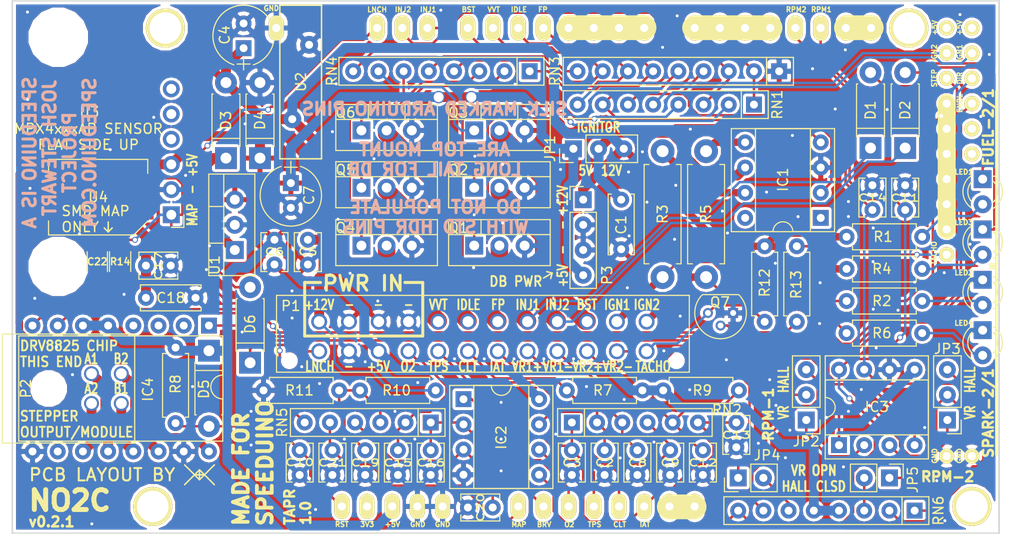
<source format=kicad_pcb>
(kicad_pcb (version 4) (host pcbnew 4.0.6)
  (title_block (date 2018-01-30) (rev v0.2.1))
  (layers (0 F.Cu signal) (31 B.Cu signal) (34 B.Paste user) (35 F.Paste user) (36 B.SilkS user hide) (37 F.SilkS user) (38 B.Mask user) (39 F.Mask user) (44 Edge.Cuts user))
  (net 0 "")
  (net 1 Earth)
  (net 2 +5V)
  (net 3 +12V)
  (net 4 "/Inputs and Outputs/RESET")
  (net 5 "/Inputs and Outputs/TACH2-CPU-D18")
  (net 6 "/Inputs and Outputs/TACH1-CPU-D19")
  (net 7 "Net-(IC1-Pad5)")
  (net 8 "Net-(IC1-Pad2)")
  (net 9 "Net-(IC1-Pad7)")
  (net 10 "Net-(IC1-Pad4)")
  (net 11 "Net-(IC3-Pad2)")
  (net 12 "Net-(IC3-Pad3)")
  (net 13 "Net-(JP4-Pad2)")
  (net 14 "Net-(JP5-Pad2)")
  (net 15 "Net-(LED1-Pad2)")
  (net 16 "Net-(LED2-Pad2)")
  (net 17 "Net-(Q1-Pad1)")
  (net 18 "Net-(Q3-Pad1)")
  (net 19 "Net-(Q5-Pad1)")
  (net 20 "Net-(Q6-Pad1)")
  (net 21 "/Inputs and Outputs/INJ1-CPU-D8")
  (net 22 "/Inputs and Outputs/INJ2-CPU-D9")
  (net 23 "/Inputs and Outputs/CPU-D4")
  (net 24 "/Inputs and Outputs/CPU-D6")
  (net 25 "/Inputs and Outputs/CPU-D7")
  (net 26 "/Inputs and Outputs/CPU-D5")
  (net 27 "/Inputs and Outputs/IGN1-CPU-D23")
  (net 28 "/Inputs and Outputs/IGN2-CPU-D22")
  (net 29 "Net-(C1-Pad2)")
  (net 30 "Net-(C19-Pad1)")
  (net 31 "Net-(D1-Pad2)")
  (net 32 "Net-(D2-Pad2)")
  (net 33 "Net-(D3-Pad1)")
  (net 34 "Net-(LED3-Pad2)")
  (net 35 "Net-(LED4-Pad2)")
  (net 36 "Net-(Q2-Pad1)")
  (net 37 "Net-(Q4-Pad1)")
  (net 38 /STEP)
  (net 39 /DIR)
  (net 40 /ENBL)
  (net 41 /TACHO-D38)
  (net 42 "Net-(Q7-Pad2)")
  (net 43 "/Inputs and Outputs/TPS-CPU-A3")
  (net 44 "/Inputs and Outputs/CLT-CPU-A4")
  (net 45 "/Inputs and Outputs/IAT-CPU-A5")
  (net 46 "/Inputs and Outputs/O2-CPU-A2")
  (net 47 "/Inputs and Outputs/BRV-CPU-A1")
  (net 48 "/Inputs and Outputs/MAP-CPU-A0")
  (net 49 "Net-(IC1-Pad1)")
  (net 50 "Net-(IC1-Pad8)")
  (net 51 "Net-(IC4-Pad2)")
  (net 52 "Net-(IC4-Pad10)")
  (net 53 "Net-(IC4-Pad3)")
  (net 54 "Net-(IC4-Pad4)")
  (net 55 "Net-(SHIELD1-Pad3V3)")
  (net 56 "Net-(SHIELD1-Pad3)")
  (net 57 "Net-(SHIELD1-Pad2)")
  (net 58 "Net-(U3-Pad4)")
  (net 59 "Net-(U3-Pad5)")
  (net 60 "Net-(U3-Pad6)")
  (net 61 /TPS)
  (net 62 /CLT)
  (net 63 /IAT)
  (net 64 /O2)
  (net 65 /INJ1)
  (net 66 /INJ2)
  (net 67 /VR1-)
  (net 68 /VR2-)
  (net 69 /STP-A2)
  (net 70 /STP-A1)
  (net 71 /STP-B1)
  (net 72 /STP-B2)
  (net 73 /VR1+)
  (net 74 /VR2+)
  (net 75 /FUELP)
  (net 76 /BOOST)
  (net 77 /IDLE)
  (net 78 /IGN2)
  (net 79 /IGN1)
  (net 80 /TACHO)
  (net 81 "Net-(SHIELD1-Pad1)")
  (net 82 "Net-(SHIELD1-Pad0)")
  (net 83 "Net-(SHIELD1-Pad20)")
  (net 84 "Net-(SHIELD1-Pad21)")
  (net 85 "Net-(SHIELD1-Pad17)")
  (net 86 "Net-(SHIELD1-Pad16)")
  (net 87 "Net-(SHIELD1-Pad15)")
  (net 88 "Net-(SHIELD1-Pad14)")
  (net 89 "Net-(SHIELD1-PadAD6)")
  (net 90 "Net-(SHIELD1-PadAD7)")
  (net 91 "Net-(SHIELD1-Pad30)")
  (net 92 "Net-(SHIELD1-Pad31)")
  (net 93 "Net-(SHIELD1-Pad28)")
  (net 94 "Net-(SHIELD1-Pad29)")
  (net 95 "Net-(SHIELD1-Pad26)")
  (net 96 "Net-(SHIELD1-Pad32)")
  (net 97 "Net-(SHIELD1-Pad36)")
  (net 98 "Net-(SHIELD1-Pad34)")
  (net 99 /VVT)
  (net 100 "Net-(D6-Pad1)")
  (net 101 /LAUNCH)
  (net 102 "Net-(SHIELD1-Pad5V_4)")
  (net 103 "Net-(SHIELD1-Pad5V_5)")
  (net 104 "Net-(C22-Pad2)")
  (net 105 "Net-(JP2-Pad3)")
  (net 106 "Net-(JP3-Pad3)")
  (net 107 "Net-(U4-Pad1)")
  (net 108 "Net-(U4-Pad5)")
  (net 109 "Net-(U4-Pad6)")
  (net 110 "Net-(U4-Pad7)")
  (net 111 "Net-(U4-Pad8)")
  (module Useful_Stuff:VIA_0.6mm (layer F.Cu) (at 156.1 108.4)
    (fp_text reference REF** hide)
    (fp_text value VIA_0.6mm hide)
    (pad 1 thru_hole circle (at 0 0) (size 0.6 0.6) (drill 0.3) (layers *.Cu) (net 1 Earth))
  )
  (module Useful_Stuff:VIA_0.6mm (layer F.Cu) (at 148 100)
    (fp_text reference REF** hide)
    (fp_text value VIA_0.6mm hide)
    (pad 1 thru_hole circle (at 0 0) (size 0.6 0.6) (drill 0.3) (layers *.Cu) (net 1 Earth))
  )
  (module Useful_Stuff:VIA_0.6mm (layer F.Cu) (at 145 100)
    (fp_text reference REF** hide)
    (fp_text value VIA_0.6mm hide)
    (pad 1 thru_hole circle (at 0 0) (size 0.6 0.6) (drill 0.3) (layers *.Cu) (net 1 Earth))
  )
  (module Useful_Stuff:VIA_0.6mm (layer F.Cu) (at 142 100)
    (fp_text reference REF** hide)
    (fp_text value VIA_0.6mm hide)
    (pad 1 thru_hole circle (at 0 0) (size 0.6 0.6) (drill 0.3) (layers *.Cu) (net 1 Earth))
  )
  (module Useful_Stuff:VIA_0.6mm (layer F.Cu) (at 139 100)
    (fp_text reference REF** hide)
    (fp_text value VIA_0.6mm hide)
    (pad 1 thru_hole circle (at 0 0) (size 0.6 0.6) (drill 0.3) (layers *.Cu) (net 1 Earth))
  )
  (module Useful_Stuff:VIA_0.6mm (layer F.Cu) (at 136 100)
    (fp_text reference REF** hide)
    (fp_text value VIA_0.6mm hide)
    (pad 1 thru_hole circle (at 0 0) (size 0.6 0.6) (drill 0.3) (layers *.Cu) (net 1 Earth))
  )
  (module Useful_Stuff:VIA_0.6mm (layer F.Cu) (at 157.1 99.2)
    (fp_text reference REF** hide)
    (fp_text value VIA_0.6mm hide)
    (pad 1 thru_hole circle (at 0 0) (size 0.6 0.6) (drill 0.3) (layers *.Cu) (net 1 Earth))
  )
  (module Useful_Stuff:VIA_0.6mm (layer F.Cu) (at 168.4 104.7)
    (fp_text reference REF** hide)
    (fp_text value VIA_0.6mm hide)
    (pad 1 thru_hole circle (at 0 0) (size 0.6 0.6) (drill 0.3) (layers *.Cu) (net 1 Earth))
  )
  (module Useful_Stuff:VIA_0.6mm (layer F.Cu) (at 153.1 104.1)
    (fp_text reference REF** hide)
    (fp_text value VIA_0.6mm hide)
    (pad 1 thru_hole circle (at 0 0) (size 0.6 0.6) (drill 0.3) (layers *.Cu) (net 1 Earth))
  )
  (module Useful_Stuff:VIA_0.6mm (layer F.Cu) (at 169.8 107.2)
    (fp_text reference REF** hide)
    (fp_text value VIA_0.6mm hide)
    (pad 1 thru_hole circle (at 0 0) (size 0.6 0.6) (drill 0.3) (layers *.Cu) (net 1 Earth))
  )
  (module Useful_Stuff:VIA_0.6mm (layer F.Cu) (at 146.2 107.6)
    (fp_text reference REF** hide)
    (fp_text value VIA_0.6mm hide)
    (pad 1 thru_hole circle (at 0 0) (size 0.6 0.6) (drill 0.3) (layers *.Cu) (net 1 Earth))
  )
  (module Useful_Stuff:VIA_0.6mm (layer F.Cu) (at 152.7 110)
    (fp_text reference REF** hide)
    (fp_text value VIA_0.6mm hide)
    (pad 1 thru_hole circle (at 0 0) (size 0.6 0.6) (drill 0.3) (layers *.Cu) (net 1 Earth))
  )
  (module Useful_Stuff:VIA_0.6mm (layer F.Cu) (at 132 108.1)
    (fp_text reference REF** hide)
    (fp_text value VIA_0.6mm hide)
    (pad 1 thru_hole circle (at 0 0) (size 0.6 0.6) (drill 0.3) (layers *.Cu) (net 1 Earth))
  )
  (module Useful_Stuff:VIA_0.6mm (layer F.Cu) (at 124.9 108.1)
    (fp_text reference REF** hide)
    (fp_text value VIA_0.6mm hide)
    (pad 1 thru_hole circle (at 0 0) (size 0.6 0.6) (drill 0.3) (layers *.Cu) (net 1 Earth))
  )
  (module Useful_Stuff:VIA_0.6mm (layer F.Cu) (at 114.9 76.3)
    (fp_text reference REF** hide)
    (fp_text value VIA_0.6mm hide)
    (pad 1 thru_hole circle (at 0 0) (size 0.6 0.6) (drill 0.3) (layers *.Cu) (net 1 Earth))
  )
  (module Useful_Stuff:VIA_0.6mm (layer F.Cu) (at 108.9 81.5)
    (fp_text reference REF** hide)
    (fp_text value VIA_0.6mm hide)
    (pad 1 thru_hole circle (at 0 0) (size 0.6 0.6) (drill 0.3) (layers *.Cu) (net 1 Earth))
  )
  (module Useful_Stuff:VIA_0.6mm (layer F.Cu) (at 111 91)
    (fp_text reference REF** hide)
    (fp_text value VIA_0.6mm hide)
    (pad 1 thru_hole circle (at 0 0) (size 0.6 0.6) (drill 0.3) (layers *.Cu) (net 1 Earth))
  )
  (module Useful_Stuff:VIA_0.6mm (layer F.Cu) (at 120.6 100.8)
    (fp_text reference REF** hide)
    (fp_text value VIA_0.6mm hide)
    (pad 1 thru_hole circle (at 0 0) (size 0.6 0.6) (drill 0.3) (layers *.Cu) (net 1 Earth))
  )
  (module Useful_Stuff:VIA_0.6mm (layer F.Cu) (at 122.4 102.5)
    (fp_text reference REF** hide)
    (fp_text value VIA_0.6mm hide)
    (pad 1 thru_hole circle (at 0 0) (size 0.6 0.6) (drill 0.3) (layers *.Cu) (net 1 Earth))
  )
  (module Useful_Stuff:VIA_0.6mm (layer F.Cu) (at 127 100.3)
    (fp_text reference REF** hide)
    (fp_text value VIA_0.6mm hide)
    (pad 1 thru_hole circle (at 0 0) (size 0.6 0.6) (drill 0.3) (layers *.Cu) (net 1 Earth))
  )
  (module Useful_Stuff:VIA_0.6mm (layer F.Cu) (at 132.3 102.4)
    (fp_text reference REF** hide)
    (fp_text value VIA_0.6mm hide)
    (pad 1 thru_hole circle (at 0 0) (size 0.6 0.6) (drill 0.3) (layers *.Cu) (net 1 Earth))
  )
  (module Useful_Stuff:VIA_0.6mm (layer F.Cu) (at 142.1 72.3)
    (fp_text reference REF** hide)
    (fp_text value VIA_0.6mm hide)
    (pad 1 thru_hole circle (at 0 0) (size 0.6 0.6) (drill 0.3) (layers *.Cu) (net 1 Earth))
  )
  (module Resistors_SMD:R_1206 (layer F.Cu) (at 102.3 90.2 90)
    (fp_text reference R14 (at 0 0 180) (layer F.SilkS) (effects (font (size 0.7 0.7))))
    (fp_text value 51k)
    (pad 1 smd rect (at -1.45 0 90) (size 0.9 1.7) (layers F.Cu F.Paste F.Mask) (net 1 Earth))
    (pad 2 smd rect (at 1.45 0 90) (size 0.9 1.7) (layers F.Cu F.Paste F.Mask) (net 104 "Net-(C22-Pad2)"))
  )
  (module Useful_Stuff:VIA_0.6mm (layer F.Cu) (at 175.7 85.65)
    (fp_text reference REF** hide)
    (fp_text value VIA_0.6mm hide)
    (pad 1 thru_hole circle (at 0 0) (size 0.6 0.6) (drill 0.3) (layers *.Cu) (net 1 Earth))
  )
  (module Useful_Stuff:VIA_0.6mm (layer F.Cu) (at 130 105.3)
    (fp_text reference REF** hide)
    (fp_text value VIA_0.6mm hide)
    (pad 1 thru_hole circle (at 0 0) (size 0.6 0.6) (drill 0.3) (layers *.Cu) (net 1 Earth))
  )
  (module Useful_Stuff:VIA_0.6mm (layer F.Cu) (at 189.04458 75.5523)
    (fp_text reference REF** hide)
    (fp_text value VIA_0.6mm hide)
    (pad 1 thru_hole circle (at 0 0) (size 0.6 0.6) (drill 0.3) (layers *.Cu) (net 1 Earth))
  )
  (module Useful_Stuff:VIA_0.6mm (layer F.Cu) (at 95.89262 98.82632)
    (fp_text reference REF** hide)
    (fp_text value VIA_0.6mm hide)
    (pad 1 thru_hole circle (at 0 0) (size 0.6 0.6) (drill 0.3) (layers *.Cu) (net 1 Earth))
  )
  (module Useful_Stuff:VIA_0.6mm (layer F.Cu) (at 146.4 84)
    (fp_text reference REF** hide)
    (fp_text value VIA_0.6mm hide)
    (pad 1 thru_hole circle (at 0 0) (size 0.6 0.6) (drill 0.3) (layers *.Cu) (net 1 Earth))
  )
  (module Resistors_THT:R_Axial_DIN0411_L9.9mm_D3.6mm_P12.70mm_Horizontal (layer F.Cu) (at 161.3535 79.0575 270)
    (fp_text reference R5 (at 6.35 0 270) (layer F.SilkS))
    (fp_text value "160 2w")
    (pad 1 thru_hole circle (at 0 0 270) (size 2.4 2.4) (drill 1.2) (layers *.Cu *.Mask) (net 7 "Net-(IC1-Pad5)"))
    (pad 2 thru_hole oval (at 12.7 0 270) (size 2.4 2.4) (drill 1.2) (layers *.Cu *.Mask) (net 78 /IGN2))
  )
  (module Useful_Stuff:VIA_0.6mm (layer F.Cu) (at 149.3 102.8)
    (fp_text reference REF** hide)
    (fp_text value VIA_0.6mm hide)
    (pad 1 thru_hole circle (at 0 0) (size 0.6 0.6) (drill 0.3) (layers *.Cu) (net 1 Earth))
  )
  (module WTM (layer F.Cu) (at 108.8 110.7)
    (fp_text reference REF** hide)
    (fp_text value WTM hide)
  )
  (module Useful_Stuff:VIA_0.6mm (layer F.Cu) (at 172.7962 96.4438)
    (fp_text reference REF** hide)
    (fp_text value VIA_0.6mm hide)
    (pad 1 thru_hole circle (at 0 0) (size 0.6 0.6) (drill 0.3) (layers *.Cu) (net 1 Earth))
  )
  (module Useful_Stuff:VIA_0.6mm (layer F.Cu) (at 179.6034 74.8538)
    (fp_text reference REF** hide)
    (fp_text value VIA_0.6mm hide)
    (pad 1 thru_hole circle (at 0 0) (size 0.6 0.6) (drill 0.3) (layers *.Cu) (net 1 Earth))
  )
  (module Useful_Stuff:VIA_0.6mm (layer F.Cu) (at 187.96 88.4428)
    (fp_text reference REF** hide)
    (fp_text value VIA_0.6mm hide)
    (pad 1 thru_hole circle (at 0 0) (size 0.6 0.6) (drill 0.3) (layers *.Cu) (net 1 Earth))
  )
  (module Useful_Stuff:VIA_0.6mm (layer F.Cu) (at 170.053 77.47)
    (fp_text reference REF** hide)
    (fp_text value VIA_0.6mm hide)
    (pad 1 thru_hole circle (at 0 0) (size 0.6 0.6) (drill 0.3) (layers *.Cu) (net 1 Earth))
  )
  (module Useful_Stuff:VIA_0.6mm (layer F.Cu) (at 170.6245 85.6615)
    (fp_text reference REF** hide)
    (fp_text value VIA_0.6mm hide)
    (pad 1 thru_hole circle (at 0 0) (size 0.6 0.6) (drill 0.3) (layers *.Cu) (net 1 Earth))
  )
  (module Useful_Stuff:VIA_0.6mm (layer F.Cu) (at 175.7045 84.1375)
    (fp_text reference REF** hide)
    (fp_text value VIA_0.6mm hide)
    (pad 1 thru_hole circle (at 0 0) (size 0.6 0.6) (drill 0.3) (layers *.Cu) (net 1 Earth))
  )
  (module Useful_Stuff:VIA_0.6mm (layer F.Cu) (at 172.847 92.329)
    (fp_text reference REF** hide)
    (fp_text value VIA_0.6mm hide)
    (pad 1 thru_hole circle (at 0 0) (size 0.6 0.6) (drill 0.3) (layers *.Cu) (net 1 Earth))
  )
  (module Useful_Stuff:VIA_0.6mm (layer F.Cu) (at 182.372 92.2655)
    (fp_text reference REF** hide)
    (fp_text value VIA_0.6mm hide)
    (pad 1 thru_hole circle (at 0 0) (size 0.6 0.6) (drill 0.3) (layers *.Cu) (net 1 Earth))
  )
  (module Useful_Stuff:VIA_0.6mm (layer F.Cu) (at 178.181 90.2)
    (fp_text reference REF** hide)
    (fp_text value VIA_0.6mm hide)
    (pad 1 thru_hole circle (at 0 0) (size 0.6 0.6) (drill 0.3) (layers *.Cu) (net 1 Earth))
  )
  (module Useful_Stuff:VIA_0.6mm (layer F.Cu) (at 97.5 101.6)
    (fp_text reference REF** hide)
    (fp_text value VIA_0.6mm hide)
    (pad 1 thru_hole circle (at 0 0) (size 0.6 0.6) (drill 0.3) (layers *.Cu) (net 1 Earth))
  )
  (module Useful_Stuff:VIA_0.6mm (layer F.Cu) (at 124.2695 85.9155)
    (fp_text reference REF** hide)
    (fp_text value VIA_0.6mm hide)
    (pad 1 thru_hole circle (at 0 0) (size 0.6 0.6) (drill 0.3) (layers *.Cu) (net 1 Earth))
  )
  (module Useful_Stuff:VIA_0.6mm (layer F.Cu) (at 123.698 77.089)
    (fp_text reference REF** hide)
    (fp_text value VIA_0.6mm hide)
    (pad 1 thru_hole circle (at 0 0) (size 0.6 0.6) (drill 0.3) (layers *.Cu) (net 1 Earth))
  )
  (module Useful_Stuff:VIA_0.6mm (layer F.Cu) (at 125.476 91.3765)
    (fp_text reference REF** hide)
    (fp_text value VIA_0.6mm hide)
    (pad 1 thru_hole circle (at 0 0) (size 0.6 0.6) (drill 0.3) (layers *.Cu) (net 1 Earth))
  )
  (module Useful_Stuff:VIA_0.6mm (layer F.Cu) (at 128.27 94.1705)
    (fp_text reference REF** hide)
    (fp_text value VIA_0.6mm hide)
    (pad 1 thru_hole circle (at 0 0) (size 0.6 0.6) (drill 0.3) (layers *.Cu) (net 1 Earth))
  )
  (module Useful_Stuff:VIA_0.6mm (layer F.Cu) (at 119.6213 93.15196)
    (fp_text reference REF** hide)
    (fp_text value VIA_0.6mm hide)
    (pad 1 thru_hole circle (at 0 0) (size 0.6 0.6) (drill 0.3) (layers *.Cu) (net 1 Earth))
  )
  (module Useful_Stuff:VIA_0.6mm (layer F.Cu) (at 119.634 95.885)
    (fp_text reference REF** hide)
    (fp_text value VIA_0.6mm hide)
    (pad 1 thru_hole circle (at 0 0) (size 0.6 0.6) (drill 0.3) (layers *.Cu) (net 1 Earth))
  )
  (module Useful_Stuff:VIA_0.6mm (layer F.Cu) (at 185.3565 91.313)
    (fp_text reference REF** hide)
    (fp_text value VIA_0.6mm hide)
    (pad 1 thru_hole circle (at 0 0) (size 0.6 0.6) (drill 0.3) (layers *.Cu) (net 1 Earth))
  )
  (module Useful_Stuff:VIA_0.6mm (layer F.Cu) (at 163.5125 87.3125)
    (fp_text reference REF** hide)
    (fp_text value VIA_0.6mm hide)
    (pad 1 thru_hole circle (at 0 0) (size 0.6 0.6) (drill 0.3) (layers *.Cu) (net 1 Earth))
  )
  (module Useful_Stuff:VIA_0.6mm (layer F.Cu) (at 167.4495 83.185)
    (fp_text reference REF** hide)
    (fp_text value VIA_0.6mm hide)
    (pad 1 thru_hole circle (at 0 0) (size 0.6 0.6) (drill 0.3) (layers *.Cu) (net 1 Earth))
  )
  (module Useful_Stuff:VIA_0.6mm (layer F.Cu) (at 158.3 82.5)
    (fp_text reference REF** hide)
    (fp_text value VIA_0.6mm hide)
    (pad 1 thru_hole circle (at 0 0) (size 0.6 0.6) (drill 0.3) (layers *.Cu) (net 1 Earth))
  )
  (module Useful_Stuff:VIA_0.6mm (layer F.Cu) (at 163 85.1)
    (fp_text reference REF** hide)
    (fp_text value VIA_0.6mm hide)
    (pad 1 thru_hole circle (at 0 0) (size 0.6 0.6) (drill 0.3) (layers *.Cu) (net 1 Earth))
  )
  (module Useful_Stuff:VIA_0.6mm (layer F.Cu) (at 158.1785 87.9475)
    (fp_text reference REF** hide)
    (fp_text value VIA_0.6mm hide)
    (pad 1 thru_hole circle (at 0 0) (size 0.6 0.6) (drill 0.3) (layers *.Cu) (net 1 Earth))
  )
  (module Useful_Stuff:VIA_0.6mm (layer F.Cu) (at 168.3385 90.3605)
    (fp_text reference REF** hide)
    (fp_text value VIA_0.6mm hide)
    (pad 1 thru_hole circle (at 0 0) (size 0.6 0.6) (drill 0.3) (layers *.Cu) (net 1 Earth))
  )
  (module Useful_Stuff:VIA_0.6mm (layer F.Cu) (at 154.94 79.121)
    (fp_text reference REF** hide)
    (fp_text value VIA_0.6mm hide)
    (pad 1 thru_hole circle (at 0 0) (size 0.6 0.6) (drill 0.3) (layers *.Cu) (net 1 Earth))
  )
  (module Useful_Stuff:VIA_0.6mm (layer F.Cu) (at 155.4 84.2)
    (fp_text reference REF** hide)
    (fp_text value VIA_0.6mm hide)
    (pad 1 thru_hole circle (at 0 0) (size 0.6 0.6) (drill 0.3) (layers *.Cu) (net 1 Earth))
  )
  (module Useful_Stuff:VIA_0.6mm (layer F.Cu) (at 153.416 92.837)
    (fp_text reference REF** hide)
    (fp_text value VIA_0.6mm hide)
    (pad 1 thru_hole circle (at 0 0) (size 0.6 0.6) (drill 0.3) (layers *.Cu) (net 1 Earth))
  )
  (module Useful_Stuff:VIA_0.6mm (layer F.Cu) (at 159.766 76.835)
    (fp_text reference REF** hide)
    (fp_text value VIA_0.6mm hide)
    (pad 1 thru_hole circle (at 0 0) (size 0.6 0.6) (drill 0.3) (layers *.Cu) (net 1 Earth))
  )
  (module Useful_Stuff:VIA_0.6mm (layer F.Cu) (at 153.543 81.153)
    (fp_text reference REF** hide)
    (fp_text value VIA_0.6mm hide)
    (pad 1 thru_hole circle (at 0 0) (size 0.6 0.6) (drill 0.3) (layers *.Cu) (net 1 Earth))
  )
  (module Useful_Stuff:VIA_0.6mm (layer F.Cu) (at 180.7 95.1)
    (fp_text reference REF** hide)
    (fp_text value VIA_0.6mm hide)
    (pad 1 thru_hole circle (at 0 0) (size 0.6 0.6) (drill 0.3) (layers *.Cu) (net 1 Earth))
  )
  (module Useful_Stuff:VIA_0.6mm (layer F.Cu) (at 178.5 98.9)
    (fp_text reference REF** hide)
    (fp_text value VIA_0.6mm hide)
    (pad 1 thru_hole circle (at 0 0) (size 0.6 0.6) (drill 0.3) (layers *.Cu) (net 1 Earth))
  )
  (module Useful_Stuff:VIA_0.6mm (layer F.Cu) (at 178.2 86.8)
    (fp_text reference REF** hide)
    (fp_text value VIA_0.6mm hide)
    (pad 1 thru_hole circle (at 0 0) (size 0.6 0.6) (drill 0.3) (layers *.Cu) (net 1 Earth))
  )
  (module Useful_Stuff:VIA_0.6mm (layer F.Cu) (at 178.2 95)
    (fp_text reference REF** hide)
    (fp_text value VIA_0.6mm hide)
    (pad 1 thru_hole circle (at 0 0) (size 0.6 0.6) (drill 0.3) (layers *.Cu) (net 1 Earth))
  )
  (module Useful_Stuff:VIA_0.6mm (layer F.Cu) (at 140.7 111.3)
    (fp_text reference REF** hide)
    (fp_text value VIA_0.6mm hide)
    (pad 1 thru_hole circle (at 0 0) (size 0.6 0.6) (drill 0.3) (layers *.Cu) (net 1 Earth))
  )
  (module Useful_Stuff:VIA_0.6mm (layer F.Cu) (at 140.7 108.1)
    (fp_text reference REF** hide)
    (fp_text value VIA_0.6mm hide)
    (pad 1 thru_hole circle (at 0 0) (size 0.6 0.6) (drill 0.3) (layers *.Cu) (net 1 Earth))
  )
  (module Useful_Stuff:VIA_0.6mm (layer F.Cu) (at 140.7 104.394)
    (fp_text reference REF** hide)
    (fp_text value VIA_0.6mm hide)
    (pad 1 thru_hole circle (at 0 0) (size 0.6 0.6) (drill 0.3) (layers *.Cu) (net 1 Earth))
  )
  (module Useful_Stuff:VIA_0.6mm (layer F.Cu) (at 138.049 79.5655)
    (fp_text reference REF** hide)
    (fp_text value VIA_0.6mm hide)
    (pad 1 thru_hole circle (at 0 0) (size 0.6 0.6) (drill 0.3) (layers *.Cu) (net 1 Earth))
  )
  (module Useful_Stuff:VIA_0.6mm (layer F.Cu) (at 137.9855 85.471)
    (fp_text reference REF** hide)
    (fp_text value VIA_0.6mm hide)
    (pad 1 thru_hole circle (at 0 0) (size 0.6 0.6) (drill 0.3) (layers *.Cu) (net 1 Earth))
  )
  (module Useful_Stuff:VIA_0.6mm (layer F.Cu) (at 133.477 84.6455)
    (fp_text reference REF** hide)
    (fp_text value VIA_0.6mm hide)
    (pad 1 thru_hole circle (at 0 0) (size 0.6 0.6) (drill 0.3) (layers *.Cu) (net 1 Earth))
  )
  (module Useful_Stuff:VIA_0.6mm (layer F.Cu) (at 140.843 86.2965)
    (fp_text reference REF** hide)
    (fp_text value VIA_0.6mm hide)
    (pad 1 thru_hole circle (at 0 0) (size 0.6 0.6) (drill 0.3) (layers *.Cu) (net 1 Earth))
  )
  (module Useful_Stuff:VIA_0.6mm (layer F.Cu) (at 140.843 80.391)
    (fp_text reference REF** hide)
    (fp_text value VIA_0.6mm hide)
    (pad 1 thru_hole circle (at 0 0) (size 0.6 0.6) (drill 0.3) (layers *.Cu) (net 1 Earth))
  )
  (module Useful_Stuff:VIA_0.6mm (layer F.Cu) (at 124.079 72.263)
    (fp_text reference REF** hide)
    (fp_text value VIA_0.6mm hide)
    (pad 1 thru_hole circle (at 0 0) (size 0.6 0.6) (drill 0.3) (layers *.Cu) (net 1 Earth))
  )
  (module Useful_Stuff:VIA_0.6mm (layer F.Cu) (at 127.889 79.8195)
    (fp_text reference REF** hide)
    (fp_text value VIA_0.6mm hide)
    (pad 1 thru_hole circle (at 0 0) (size 0.6 0.6) (drill 0.3) (layers *.Cu) (net 1 Earth))
  )
  (module Useful_Stuff:VIA_0.6mm (layer F.Cu) (at 127.9525 85.9155)
    (fp_text reference REF** hide)
    (fp_text value VIA_0.6mm hide)
    (pad 1 thru_hole circle (at 0 0) (size 0.6 0.6) (drill 0.3) (layers *.Cu) (net 1 Earth))
  )
  (module Useful_Stuff:VIA_0.6mm (layer F.Cu) (at 153.6 87.6)
    (fp_text reference REF** hide)
    (fp_text value VIA_0.6mm hide)
    (pad 1 thru_hole circle (at 0 0) (size 0.6 0.6) (drill 0.3) (layers *.Cu) (net 1 Earth))
  )
  (module Useful_Stuff:VIA_0.6mm (layer F.Cu) (at 137.922 90.805)
    (fp_text reference REF** hide)
    (fp_text value VIA_0.6mm hide)
    (pad 1 thru_hole circle (at 0 0) (size 0.6 0.6) (drill 0.3) (layers *.Cu) (net 1 Earth))
  )
  (module Useful_Stuff:VIA_0.6mm (layer F.Cu) (at 146.685 80.899)
    (fp_text reference REF** hide)
    (fp_text value VIA_0.6mm hide)
    (pad 1 thru_hole circle (at 0 0) (size 0.6 0.6) (drill 0.3) (layers *.Cu) (net 1 Earth))
  )
  (module Useful_Stuff:VIA_0.6mm (layer F.Cu) (at 163.4 100.1)
    (fp_text reference REF** hide)
    (fp_text value VIA_0.6mm hide)
    (pad 1 thru_hole circle (at 0 0) (size 0.6 0.6) (drill 0.3) (layers *.Cu) (net 1 Earth))
  )
  (module Useful_Stuff:VIA_0.6mm (layer F.Cu) (at 158.75 95.6945)
    (fp_text reference REF** hide)
    (fp_text value VIA_0.6mm hide)
    (pad 1 thru_hole circle (at 0 0) (size 0.6 0.6) (drill 0.3) (layers *.Cu) (net 1 Earth))
  )
  (module Useful_Stuff:VIA_0.6mm (layer F.Cu) (at 134.62 64.8335)
    (fp_text reference REF** hide)
    (fp_text value VIA_0.6mm hide)
    (pad 1 thru_hole circle (at 0 0) (size 0.6 0.6) (drill 0.3) (layers *.Cu) (net 1 Earth))
  )
  (module Useful_Stuff:VIA_0.6mm (layer F.Cu) (at 158.4452 65.405)
    (fp_text reference REF** hide)
    (fp_text value VIA_0.6mm hide)
    (pad 1 thru_hole circle (at 0 0) (size 0.6 0.6) (drill 0.3) (layers *.Cu) (net 1 Earth))
  )
  (module Useful_Stuff:VIA_0.6mm (layer F.Cu) (at 156.972 68.58)
    (fp_text reference REF** hide)
    (fp_text value VIA_0.6mm hide)
    (pad 1 thru_hole circle (at 0 0) (size 0.6 0.6) (drill 0.3) (layers *.Cu) (net 1 Earth))
  )
  (module Useful_Stuff:VIA_0.6mm (layer F.Cu) (at 111.3 88.6)
    (fp_text reference REF** hide)
    (fp_text value VIA_0.6mm hide)
    (pad 1 thru_hole circle (at 0 0) (size 0.6 0.6) (drill 0.3) (layers *.Cu) (net 1 Earth))
  )
  (module Resistors_THT:R_Array_SIP9 (layer F.Cu) (at 168.7195 70.993 180)
    (fp_text reference RN3 (at 22.606 0 270) (layer F.SilkS))
    (fp_text value 100k)
    (pad 1 thru_hole rect (at 0 0 180) (size 1.6 1.6) (drill 0.8) (layers *.Cu *.Mask) (net 1 Earth))
    (pad 2 thru_hole oval (at 2.54 0 180) (size 1.6 1.6) (drill 0.8) (layers *.Cu *.Mask) (net 21 "/Inputs and Outputs/INJ1-CPU-D8"))
    (pad 3 thru_hole oval (at 5.08 0 180) (size 1.6 1.6) (drill 0.8) (layers *.Cu *.Mask) (net 22 "/Inputs and Outputs/INJ2-CPU-D9"))
    (pad 4 thru_hole oval (at 7.62 0 180) (size 1.6 1.6) (drill 0.8) (layers *.Cu *.Mask) (net 8 "Net-(IC1-Pad2)"))
    (pad 5 thru_hole oval (at 10.16 0 180) (size 1.6 1.6) (drill 0.8) (layers *.Cu *.Mask) (net 10 "Net-(IC1-Pad4)"))
    (pad 6 thru_hole oval (at 12.7 0 180) (size 1.6 1.6) (drill 0.8) (layers *.Cu *.Mask) (net 23 "/Inputs and Outputs/CPU-D4"))
    (pad 7 thru_hole oval (at 15.24 0 180) (size 1.6 1.6) (drill 0.8) (layers *.Cu *.Mask) (net 26 "/Inputs and Outputs/CPU-D5"))
    (pad 8 thru_hole oval (at 17.78 0 180) (size 1.6 1.6) (drill 0.8) (layers *.Cu *.Mask) (net 24 "/Inputs and Outputs/CPU-D6"))
    (pad 9 thru_hole oval (at 20.32 0 180) (size 1.6 1.6) (drill 0.8) (layers *.Cu *.Mask) (net 25 "/Inputs and Outputs/CPU-D7"))
  )
  (module TO_SOT_Packages_THT:TO-220_Vertical (layer F.Cu) (at 126.619 88.5825)
    (fp_text reference Q4 (at -1.6 -1.8) (layer F.SilkS))
    (fp_text value STP62NS04Z)
    (pad 1 thru_hole rect (at 0 0) (size 1.8 1.8) (drill 1) (layers *.Cu *.Mask) (net 37 "Net-(Q4-Pad1)"))
    (pad 2 thru_hole oval (at 2.54 0) (size 1.8 1.8) (drill 1) (layers *.Cu *.Mask) (net 99 /VVT))
    (pad 3 thru_hole oval (at 5.08 0) (size 1.8 1.8) (drill 1) (layers *.Cu *.Mask) (net 1 Earth))
  )
  (module TO_SOT_Packages_THT:TO-220_Vertical (layer F.Cu) (at 126.619 82.7405)
    (fp_text reference Q5 (at -1.6 -1.8) (layer F.SilkS))
    (fp_text value STP62NS04Z)
    (pad 1 thru_hole rect (at 0 0) (size 1.8 1.8) (drill 1) (layers *.Cu *.Mask) (net 19 "Net-(Q5-Pad1)"))
    (pad 2 thru_hole oval (at 2.54 0) (size 1.8 1.8) (drill 1) (layers *.Cu *.Mask) (net 77 /IDLE))
    (pad 3 thru_hole oval (at 5.08 0) (size 1.8 1.8) (drill 1) (layers *.Cu *.Mask) (net 1 Earth))
  )
  (module TO_SOT_Packages_THT:TO-220_Vertical (layer F.Cu) (at 126.619 76.962)
    (fp_text reference Q6 (at -1.6 -1.8) (layer F.SilkS))
    (fp_text value STP62NS04Z)
    (pad 1 thru_hole rect (at 0 0) (size 1.8 1.8) (drill 1) (layers *.Cu *.Mask) (net 20 "Net-(Q6-Pad1)"))
    (pad 2 thru_hole oval (at 2.54 0) (size 1.8 1.8) (drill 1) (layers *.Cu *.Mask) (net 75 /FUELP))
    (pad 3 thru_hole oval (at 5.08 0) (size 1.8 1.8) (drill 1) (layers *.Cu *.Mask) (net 1 Earth))
  )
  (module TO_SOT_Packages_THT:TO-220_Vertical (layer F.Cu) (at 137.9855 76.962)
    (fp_text reference Q3 (at -1.6 -1.8) (layer F.SilkS))
    (fp_text value STP62NS04Z)
    (pad 1 thru_hole rect (at 0 0) (size 1.8 1.8) (drill 1) (layers *.Cu *.Mask) (net 18 "Net-(Q3-Pad1)"))
    (pad 2 thru_hole oval (at 2.54 0) (size 1.8 1.8) (drill 1) (layers *.Cu *.Mask) (net 76 /BOOST))
    (pad 3 thru_hole oval (at 5.08 0) (size 1.8 1.8) (drill 1) (layers *.Cu *.Mask) (net 1 Earth))
  )
  (module TO_SOT_Packages_THT:TO-220_Vertical (layer F.Cu) (at 137.9855 82.7405)
    (fp_text reference Q2 (at -1.6 -1.8) (layer F.SilkS))
    (fp_text value STP62NS04Z)
    (pad 1 thru_hole rect (at 0 0) (size 1.8 1.8) (drill 1) (layers *.Cu *.Mask) (net 36 "Net-(Q2-Pad1)"))
    (pad 2 thru_hole oval (at 2.54 0) (size 1.8 1.8) (drill 1) (layers *.Cu *.Mask) (net 66 /INJ2))
    (pad 3 thru_hole oval (at 5.08 0) (size 1.8 1.8) (drill 1) (layers *.Cu *.Mask) (net 1 Earth))
  )
  (module TO_SOT_Packages_THT:TO-220_Vertical (layer F.Cu) (at 137.9855 88.5825)
    (fp_text reference Q1 (at -1.6 -1.8) (layer F.SilkS))
    (fp_text value STP62NS04Z)
    (pad 1 thru_hole rect (at 0 0) (size 1.8 1.8) (drill 1) (layers *.Cu *.Mask) (net 17 "Net-(Q1-Pad1)"))
    (pad 2 thru_hole oval (at 2.54 0) (size 1.8 1.8) (drill 1) (layers *.Cu *.Mask) (net 65 /INJ1))
    (pad 3 thru_hole oval (at 5.08 0) (size 1.8 1.8) (drill 1) (layers *.Cu *.Mask) (net 1 Earth))
  )
  (module Connectors_Molex:Molex_Microfit3_Header_02x12_Straight_43045-2428 (layer F.Cu) (at 122.3645 96.2505 180)
    (fp_text reference P1 (at 2.8575 1.5875 180) (layer F.SilkS))
    (fp_text value CONN_02X12)
    (pad "" np_thru_hole circle (at -36 -3.94 180) (size 1.1 1.1) (drill 1.1) (layers *.Cu *.Mask))
    (pad 1 thru_hole circle (at 0 0 180) (size 1.6 1.6) (drill 1.1) (layers *.Cu *.Mask) (net 3 +12V))
    (pad 2 thru_hole circle (at -3 0 180) (size 1.6 1.6) (drill 1.1) (layers *.Cu *.Mask) (net 1 Earth))
    (pad 3 thru_hole circle (at -6 0 180) (size 1.6 1.6) (drill 1.1) (layers *.Cu *.Mask) (net 1 Earth))
    (pad 4 thru_hole circle (at -9 0 180) (size 1.6 1.6) (drill 1.1) (layers *.Cu *.Mask) (net 1 Earth))
    (pad 5 thru_hole circle (at -12 0 180) (size 1.6 1.6) (drill 1.1) (layers *.Cu *.Mask) (net 99 /VVT))
    (pad 6 thru_hole circle (at -15 0 180) (size 1.6 1.6) (drill 1.1) (layers *.Cu *.Mask) (net 77 /IDLE))
    (pad 7 thru_hole circle (at -18 0 180) (size 1.6 1.6) (drill 1.1) (layers *.Cu *.Mask) (net 75 /FUELP))
    (pad 8 thru_hole circle (at -21 0 180) (size 1.6 1.6) (drill 1.1) (layers *.Cu *.Mask) (net 65 /INJ1))
    (pad 9 thru_hole circle (at -24 0 180) (size 1.6 1.6) (drill 1.1) (layers *.Cu *.Mask) (net 66 /INJ2))
    (pad 10 thru_hole circle (at -27 0 180) (size 1.6 1.6) (drill 1.1) (layers *.Cu *.Mask) (net 76 /BOOST))
    (pad 11 thru_hole circle (at -30 0 180) (size 1.6 1.6) (drill 1.1) (layers *.Cu *.Mask) (net 79 /IGN1))
    (pad 12 thru_hole circle (at -33 0 180) (size 1.6 1.6) (drill 1.1) (layers *.Cu *.Mask) (net 78 /IGN2))
    (pad 13 thru_hole circle (at 0 -3 180) (size 1.6 1.6) (drill 1.1) (layers *.Cu *.Mask) (net 100 "Net-(D6-Pad1)"))
    (pad 14 thru_hole circle (at -3 -3 180) (size 1.6 1.6) (drill 1.1) (layers *.Cu *.Mask) (net 1 Earth))
    (pad 15 thru_hole circle (at -6 -3 180) (size 1.6 1.6) (drill 1.1) (layers *.Cu *.Mask) (net 2 +5V))
    (pad 16 thru_hole circle (at -9 -3 180) (size 1.6 1.6) (drill 1.1) (layers *.Cu *.Mask) (net 64 /O2))
    (pad 17 thru_hole circle (at -12 -3 180) (size 1.6 1.6) (drill 1.1) (layers *.Cu *.Mask) (net 61 /TPS))
    (pad 18 thru_hole circle (at -15 -3 180) (size 1.6 1.6) (drill 1.1) (layers *.Cu *.Mask) (net 62 /CLT))
    (pad 19 thru_hole circle (at -18 -3 180) (size 1.6 1.6) (drill 1.1) (layers *.Cu *.Mask) (net 63 /IAT))
    (pad 20 thru_hole circle (at -21 -3 180) (size 1.6 1.6) (drill 1.1) (layers *.Cu *.Mask) (net 73 /VR1+))
    (pad 21 thru_hole circle (at -24 -3 180) (size 1.6 1.6) (drill 1.1) (layers *.Cu *.Mask) (net 67 /VR1-))
    (pad 22 thru_hole circle (at -27 -3 180) (size 1.6 1.6) (drill 1.1) (layers *.Cu *.Mask) (net 74 /VR2+))
    (pad 23 thru_hole circle (at -30 -3 180) (size 1.6 1.6) (drill 1.1) (layers *.Cu *.Mask) (net 68 /VR2-))
    (pad 24 thru_hole circle (at -33 -3 180) (size 1.6 1.6) (drill 1.1) (layers *.Cu *.Mask) (net 80 /TACHO))
    (pad "" np_thru_hole circle (at 3 -3.94 180) (size 1.1 1.1) (drill 1.1) (layers *.Cu *.Mask))
  )
  (module Diodes_THT:D_DO-41_SOD81_P7.62mm_Horizontal (layer F.Cu) (at 116.3955 79.756 90)
    (fp_text reference D4 (at 3.81 0 90) (layer F.SilkS))
    (fp_text value 1N5919BG)
    (pad 1 thru_hole rect (at 0 0 90) (size 2.2 2.2) (drill 1.1) (layers *.Cu *.Mask) (net 2 +5V))
    (pad 2 thru_hole oval (at 7.62 0 90) (size 2.2 2.2) (drill 1.1) (layers *.Cu *.Mask) (net 1 Earth))
  )
  (module Useful_Stuff:VIA_0.6mm (layer F.Cu) (at 114.6 97.3)
    (fp_text reference REF** hide)
    (fp_text value VIA_0.6mm hide)
    (pad 1 thru_hole circle (at 0 0) (size 0.6 0.6) (drill 0.3) (layers *.Cu) (net 1 Earth))
  )
  (module Useful_Stuff:VIA_0.6mm (layer F.Cu) (at 98.2 87.4)
    (fp_text reference REF** hide)
    (fp_text value VIA_0.6mm hide)
    (pad 1 thru_hole circle (at 0 0) (size 0.6 0.6) (drill 0.3) (layers *.Cu) (net 1 Earth))
  )
  (module Useful_Stuff:VIA_0.6mm (layer F.Cu) (at 102.7 93.5)
    (fp_text reference REF** hide)
    (fp_text value VIA_0.6mm hide)
    (pad 1 thru_hole circle (at 0 0) (size 0.6 0.6) (drill 0.3) (layers *.Cu) (net 1 Earth))
  )
  (module Useful_Stuff:VIA_0.6mm (layer F.Cu) (at 166.624 108.5215)
    (fp_text reference REF** hide)
    (fp_text value VIA_0.6mm hide)
    (pad 1 thru_hole circle (at 0 0) (size 0.6 0.6) (drill 0.3) (layers *.Cu) (net 1 Earth))
  )
  (module Useful_Stuff:VIA_0.6mm (layer F.Cu) (at 184.6 112.3)
    (fp_text reference REF** hide)
    (fp_text value VIA_0.6mm hide)
    (pad 1 thru_hole circle (at 0 0) (size 0.6 0.6) (drill 0.3) (layers *.Cu) (net 1 Earth))
  )
  (module Useful_Stuff:VIA_0.6mm (layer F.Cu) (at 175.2 110.9)
    (fp_text reference REF** hide)
    (fp_text value VIA_0.6mm hide)
    (pad 1 thru_hole circle (at 0 0) (size 0.6 0.6) (drill 0.3) (layers *.Cu) (net 1 Earth))
  )
  (module Useful_Stuff:VIA_0.6mm (layer F.Cu) (at 174.371 74.803)
    (fp_text reference REF** hide)
    (fp_text value VIA_0.6mm hide)
    (pad 1 thru_hole circle (at 0 0) (size 0.6 0.6) (drill 0.3) (layers *.Cu) (net 1 Earth))
  )
  (module Useful_Stuff:VIA_0.6mm (layer F.Cu) (at 169.3545 109.982)
    (fp_text reference REF** hide)
    (fp_text value VIA_0.6mm hide)
    (pad 1 thru_hole circle (at 0 0) (size 0.6 0.6) (drill 0.3) (layers *.Cu) (net 1 Earth))
  )
  (module Useful_Stuff:VIA_0.6mm (layer F.Cu) (at 185.42 116.332)
    (fp_text reference REF** hide)
    (fp_text value VIA_0.6mm hide)
    (pad 1 thru_hole circle (at 0 0) (size 0.6 0.6) (drill 0.3) (layers *.Cu) (net 1 Earth))
  )
  (module Useful_Stuff:VIA_0.6mm (layer F.Cu) (at 99.45 116.65)
    (fp_text reference REF** hide)
    (fp_text value VIA_0.6mm hide)
    (pad 1 thru_hole circle (at 0 0) (size 0.6 0.6) (drill 0.3) (layers *.Cu) (net 1 Earth))
  )
  (module Useful_Stuff:VIA_0.6mm (layer F.Cu) (at 122 115.2)
    (fp_text reference REF** hide)
    (fp_text value VIA_0.6mm hide)
    (pad 1 thru_hole circle (at 0 0) (size 0.6 0.6) (drill 0.3) (layers *.Cu) (net 1 Earth))
  )
  (module Useful_Stuff:VIA_0.6mm (layer F.Cu) (at 115.5 108.7)
    (fp_text reference REF** hide)
    (fp_text value VIA_0.6mm hide)
    (pad 1 thru_hole circle (at 0 0) (size 0.6 0.6) (drill 0.3) (layers *.Cu) (net 1 Earth))
  )
  (module Useful_Stuff:VIA_0.6mm (layer F.Cu) (at 109.6 102.8)
    (fp_text reference REF** hide)
    (fp_text value VIA_0.6mm hide)
    (pad 1 thru_hole circle (at 0 0) (size 0.6 0.6) (drill 0.3) (layers *.Cu) (net 1 Earth))
  )
  (module Useful_Stuff:VIA_0.6mm (layer F.Cu) (at 93.7 93.9)
    (fp_text reference REF** hide)
    (fp_text value VIA_0.6mm hide)
    (pad 1 thru_hole circle (at 0 0) (size 0.6 0.6) (drill 0.3) (layers *.Cu) (net 1 Earth))
  )
  (module Useful_Stuff:VIA_0.6mm (layer F.Cu) (at 115.5 105.3)
    (fp_text reference REF** hide)
    (fp_text value VIA_0.6mm hide)
    (pad 1 thru_hole circle (at 0 0) (size 0.6 0.6) (drill 0.3) (layers *.Cu) (net 1 Earth))
  )
  (module Useful_Stuff:VIA_0.6mm (layer F.Cu) (at 93.218 82.804)
    (fp_text reference REF** hide)
    (fp_text value VIA_0.6mm hide)
    (pad 1 thru_hole circle (at 0 0) (size 0.6 0.6) (drill 0.3) (layers *.Cu) (net 1 Earth))
  )
  (module Useful_Stuff:VIA_0.6mm (layer F.Cu) (at 101.3 78.9)
    (fp_text reference REF** hide)
    (fp_text value VIA_0.6mm hide)
    (pad 1 thru_hole circle (at 0 0) (size 0.6 0.6) (drill 0.3) (layers *.Cu) (net 1 Earth))
  )
  (module Useful_Stuff:VIA_0.6mm (layer F.Cu) (at 105.6894 75.6412)
    (fp_text reference REF** hide)
    (fp_text value VIA_0.6mm hide)
    (pad 1 thru_hole circle (at 0 0) (size 0.6 0.6) (drill 0.3) (layers *.Cu) (net 1 Earth))
  )
  (module Useful_Stuff:VIA_0.6mm (layer F.Cu) (at 92.9894 73.8378)
    (fp_text reference REF** hide)
    (fp_text value VIA_0.6mm hide)
    (pad 1 thru_hole circle (at 0 0) (size 0.6 0.6) (drill 0.3) (layers *.Cu) (net 1 Earth))
  )
  (module Useful_Stuff:VIA_0.6mm (layer F.Cu) (at 92.964 65.024)
    (fp_text reference REF** hide)
    (fp_text value VIA_0.6mm hide)
    (pad 1 thru_hole circle (at 0 0) (size 0.6 0.6) (drill 0.3) (layers *.Cu) (net 1 Earth))
  )
  (module Useful_Stuff:VIA_0.6mm (layer F.Cu) (at 159.7025 103.124)
    (fp_text reference REF** hide)
    (fp_text value VIA_0.6mm hide)
    (pad 1 thru_hole circle (at 0 0) (size 0.6 0.6) (drill 0.3) (layers *.Cu) (net 1 Earth))
  )
  (module Useful_Stuff:VIA_0.6mm (layer F.Cu) (at 175.7 105.3)
    (fp_text reference REF** hide)
    (fp_text value VIA_0.6mm hide)
    (pad 1 thru_hole circle (at 0 0) (size 0.6 0.6) (drill 0.3) (layers *.Cu) (net 1 Earth))
  )
  (module Useful_Stuff:VIA_0.6mm (layer F.Cu) (at 189.9 69.3)
    (fp_text reference REF** hide)
    (fp_text value VIA_0.6mm hide)
    (pad 1 thru_hole circle (at 0 0) (size 0.6 0.6) (drill 0.3) (layers *.Cu) (net 1 Earth))
  )
  (module Useful_Stuff:VIA_0.6mm (layer F.Cu) (at 186.944 65.278)
    (fp_text reference REF** hide)
    (fp_text value VIA_0.6mm hide)
    (pad 1 thru_hole circle (at 0 0) (size 0.6 0.6) (drill 0.3) (layers *.Cu) (net 1 Earth))
  )
  (module Useful_Stuff:VIA_0.6mm (layer F.Cu) (at 175.387 68.834)
    (fp_text reference REF** hide)
    (fp_text value VIA_0.6mm hide)
    (pad 1 thru_hole circle (at 0 0) (size 0.6 0.6) (drill 0.3) (layers *.Cu) (net 1 Earth))
  )
  (module Useful_Stuff:VIA_0.6mm (layer F.Cu) (at 183.388 106.934)
    (fp_text reference REF** hide)
    (fp_text value VIA_0.6mm hide)
    (pad 1 thru_hole circle (at 0 0) (size 0.6 0.6) (drill 0.3) (layers *.Cu) (net 1 Earth))
  )
  (module Useful_Stuff:VIA_0.6mm (layer F.Cu) (at 177 103.1)
    (fp_text reference REF** hide)
    (fp_text value VIA_0.6mm hide)
    (pad 1 thru_hole circle (at 0 0) (size 0.6 0.6) (drill 0.3) (layers *.Cu) (net 1 Earth))
  )
  (module Useful_Stuff:VIA_0.6mm (layer F.Cu) (at 173.482 105.918)
    (fp_text reference REF** hide)
    (fp_text value VIA_0.6mm hide)
    (pad 1 thru_hole circle (at 0 0) (size 0.6 0.6) (drill 0.3) (layers *.Cu) (net 1 Earth))
  )
  (module Useful_Stuff:VIA_0.6mm (layer F.Cu) (at 167.767 102.108)
    (fp_text reference REF** hide)
    (fp_text value VIA_0.6mm hide)
    (pad 1 thru_hole circle (at 0 0) (size 0.6 0.6) (drill 0.3) (layers *.Cu) (net 1 Earth))
  )
  (module Useful_Stuff:VIA_0.6mm (layer F.Cu) (at 172.085 70.739)
    (fp_text reference REF** hide)
    (fp_text value VIA_0.6mm hide)
    (pad 1 thru_hole circle (at 0 0) (size 0.6 0.6) (drill 0.3) (layers *.Cu) (net 1 Earth))
  )
  (module Capacitors_THT:C_Disc_D3.8mm_W2.6mm_P2.50mm (layer F.Cu) (at 123.698 111.72 90)
    (fp_text reference C21 (at 1.23 0 180) (layer F.SilkS) (effects (font (size 0.7 1))))
    (fp_text value u33)
    (pad 1 thru_hole circle (at 0 0 90) (size 1.6 1.6) (drill 0.8) (layers *.Cu *.Mask) (net 1 Earth))
    (pad 2 thru_hole circle (at 2.5 0 90) (size 1.6 1.6) (drill 0.8) (layers *.Cu *.Mask) (net 48 "/Inputs and Outputs/MAP-CPU-A0"))
  )
  (module Resistors_THT:R_Axial_DIN0411_L9.9mm_D3.6mm_P12.70mm_Horizontal (layer F.Cu) (at 156.972 91.7575 90)
    (fp_text reference R3 (at 6.35 0 90) (layer F.SilkS))
    (fp_text value "160 2w")
    (pad 1 thru_hole circle (at 0 0 90) (size 2.4 2.4) (drill 1.2) (layers *.Cu *.Mask) (net 79 /IGN1))
    (pad 2 thru_hole oval (at 12.7 0 90) (size 2.4 2.4) (drill 1.2) (layers *.Cu *.Mask) (net 9 "Net-(IC1-Pad7)"))
  )
  (module Capacitors_THT:CP_Radial_Tantal_D6.0mm_P2.50mm (layer F.Cu) (at 114.7445 68.667 90)
    (fp_text reference C4 (at 1.3335 -1.905 270) (layer F.SilkS))
    (fp_text value 10u)
    (pad 1 thru_hole rect (at 0 0 90) (size 1.6 1.6) (drill 0.8) (layers *.Cu *.Mask) (net 3 +12V))
    (pad 2 thru_hole circle (at 2.5 0 90) (size 1.6 1.6) (drill 0.8) (layers *.Cu *.Mask) (net 1 Earth))
  )
  (module Capacitors_THT:CP_Radial_Tantal_D6.0mm_P2.50mm (layer F.Cu) (at 119.507 82.2725 270)
    (fp_text reference C7 (at 1.23 -1.8415 450) (layer F.SilkS))
    (fp_text value 47u)
    (pad 1 thru_hole rect (at 0 0 270) (size 1.6 1.6) (drill 0.8) (layers *.Cu *.Mask) (net 2 +5V))
    (pad 2 thru_hole circle (at 2.5 0 270) (size 1.6 1.6) (drill 0.8) (layers *.Cu *.Mask) (net 1 Earth))
  )
  (module Varistors:RV_Disc_D15.5_W4.2_P7.5 (layer F.Cu) (at 119.6485 75.826 90)
    (fp_text reference U2 (at 3.7535 0.8745 270) (layer F.SilkS))
    (fp_text value ERZ)
    (pad 1 thru_hole circle (at 0 0 90) (size 1.8 1.8) (drill 0.8) (layers *.Cu *.Mask) (net 3 +12V))
    (pad 2 thru_hole circle (at 7.5 1.7 90) (size 1.8 1.8) (drill 0.8) (layers *.Cu *.Mask) (net 1 Earth))
  )
  (module Resistors_THT:R_Array_SIP8 (layer F.Cu) (at 143.5735 70.993 180)
    (fp_text reference RN4 (at 19.939 0 270) (layer F.SilkS))
    (fp_text value 1k)
    (pad 1 thru_hole rect (at 0 0 180) (size 1.6 1.6) (drill 0.8) (layers *.Cu *.Mask) (net 23 "/Inputs and Outputs/CPU-D4"))
    (pad 2 thru_hole oval (at 2.54 0 180) (size 1.6 1.6) (drill 0.8) (layers *.Cu *.Mask) (net 20 "Net-(Q6-Pad1)"))
    (pad 3 thru_hole oval (at 5.08 0 180) (size 1.6 1.6) (drill 0.8) (layers *.Cu *.Mask) (net 19 "Net-(Q5-Pad1)"))
    (pad 4 thru_hole oval (at 7.62 0 180) (size 1.6 1.6) (drill 0.8) (layers *.Cu *.Mask) (net 26 "/Inputs and Outputs/CPU-D5"))
    (pad 5 thru_hole oval (at 10.16 0 180) (size 1.6 1.6) (drill 0.8) (layers *.Cu *.Mask) (net 24 "/Inputs and Outputs/CPU-D6"))
    (pad 6 thru_hole oval (at 12.7 0 180) (size 1.6 1.6) (drill 0.8) (layers *.Cu *.Mask) (net 37 "Net-(Q4-Pad1)"))
    (pad 7 thru_hole oval (at 15.24 0 180) (size 1.6 1.6) (drill 0.8) (layers *.Cu *.Mask) (net 18 "Net-(Q3-Pad1)"))
    (pad 8 thru_hole oval (at 17.78 0 180) (size 1.6 1.6) (drill 0.8) (layers *.Cu *.Mask) (net 25 "/Inputs and Outputs/CPU-D7"))
  )
  (module Resistors_THT:R_Array_SIP6 (layer F.Cu) (at 133.604 106.426 180)
    (fp_text reference RN5 (at 14.986 0 450) (layer F.SilkS))
    (fp_text value 470)
    (pad 1 thru_hole rect (at 0 0 180) (size 1.6 1.6) (drill 0.8) (layers *.Cu *.Mask) (net 46 "/Inputs and Outputs/O2-CPU-A2"))
    (pad 2 thru_hole oval (at 2.54 0 180) (size 1.6 1.6) (drill 0.8) (layers *.Cu *.Mask) (net 64 /O2))
    (pad 3 thru_hole oval (at 5.08 0 180) (size 1.6 1.6) (drill 0.8) (layers *.Cu *.Mask) (net 30 "Net-(C19-Pad1)"))
    (pad 4 thru_hole oval (at 7.62 0 180) (size 1.6 1.6) (drill 0.8) (layers *.Cu *.Mask) (net 47 "/Inputs and Outputs/BRV-CPU-A1"))
    (pad 5 thru_hole oval (at 10.16 0 180) (size 1.6 1.6) (drill 0.8) (layers *.Cu *.Mask) (net 48 "/Inputs and Outputs/MAP-CPU-A0"))
    (pad 6 thru_hole oval (at 12.7 0 180) (size 1.6 1.6) (drill 0.8) (layers *.Cu *.Mask) (net 104 "Net-(C22-Pad2)"))
  )
  (module Resistors_THT:R_Array_SIP6 (layer F.Cu) (at 147.828 106.426)
    (fp_text reference RN2 (at 15.621 -1.27) (layer F.SilkS))
    (fp_text value 470)
    (pad 1 thru_hole rect (at 0 0) (size 1.6 1.6) (drill 0.8) (layers *.Cu *.Mask) (net 43 "/Inputs and Outputs/TPS-CPU-A3"))
    (pad 2 thru_hole oval (at 2.54 0) (size 1.6 1.6) (drill 0.8) (layers *.Cu *.Mask) (net 61 /TPS))
    (pad 3 thru_hole oval (at 5.08 0) (size 1.6 1.6) (drill 0.8) (layers *.Cu *.Mask) (net 62 /CLT))
    (pad 4 thru_hole oval (at 7.62 0) (size 1.6 1.6) (drill 0.8) (layers *.Cu *.Mask) (net 44 "/Inputs and Outputs/CLT-CPU-A4"))
    (pad 5 thru_hole oval (at 10.16 0) (size 1.6 1.6) (drill 0.8) (layers *.Cu *.Mask) (net 63 /IAT))
    (pad 6 thru_hole oval (at 12.7 0) (size 1.6 1.6) (drill 0.8) (layers *.Cu *.Mask) (net 45 "/Inputs and Outputs/IAT-CPU-A5"))
  )
  (module LEDs:LED_D3.0mm (layer F.Cu) (at 189.23 97.1136 270)
    (fp_text reference LED4 (at -0.7206 1.905 360) (layer F.SilkS) (effects (font (size 0.5 0.5) (thickness 0.125))))
    (fp_text value RED)
    (pad 1 thru_hole rect (at 0 0 270) (size 1.8 1.8) (drill 0.9) (layers *.Cu *.Mask) (net 1 Earth))
    (pad 2 thru_hole circle (at 2.54 0 270) (size 1.8 1.8) (drill 0.9) (layers *.Cu *.Mask) (net 35 "Net-(LED4-Pad2)"))
  )
  (module LEDs:LED_D3.0mm (layer F.Cu) (at 189.23 92.0336 270)
    (fp_text reference LED2 (at -0.7206 1.905 360) (layer F.SilkS) (effects (font (size 0.5 0.5) (thickness 0.125))))
    (fp_text value RED)
    (pad 1 thru_hole rect (at 0 0 270) (size 1.8 1.8) (drill 0.9) (layers *.Cu *.Mask) (net 1 Earth))
    (pad 2 thru_hole circle (at 2.54 0 270) (size 1.8 1.8) (drill 0.9) (layers *.Cu *.Mask) (net 16 "Net-(LED2-Pad2)"))
  )
  (module LEDs:LED_D3.0mm (layer F.Cu) (at 189.23 86.9536 270)
    (fp_text reference LED3 (at -0.7206 1.905 360) (layer F.SilkS) (effects (font (size 0.5 0.5) (thickness 0.125))))
    (fp_text value RED)
    (pad 1 thru_hole rect (at 0 0 270) (size 1.8 1.8) (drill 0.9) (layers *.Cu *.Mask) (net 32 "Net-(D2-Pad2)"))
    (pad 2 thru_hole circle (at 2.54 0 270) (size 1.8 1.8) (drill 0.9) (layers *.Cu *.Mask) (net 34 "Net-(LED3-Pad2)"))
  )
  (module LEDs:LED_D3.0mm (layer F.Cu) (at 189.23 81.8736 270)
    (fp_text reference LED1 (at -0.7206 1.905 360) (layer F.SilkS) (effects (font (size 0.5 0.5) (thickness 0.125))))
    (fp_text value RED)
    (pad 1 thru_hole rect (at 0 0 270) (size 1.8 1.8) (drill 0.9) (layers *.Cu *.Mask) (net 31 "Net-(D1-Pad2)"))
    (pad 2 thru_hole circle (at 2.54 0 270) (size 1.8 1.8) (drill 0.9) (layers *.Cu *.Mask) (net 15 "Net-(LED1-Pad2)"))
  )
  (module Housings_DIP:DIP-8_W7.62mm_Socket (layer F.Cu) (at 172.9105 85.7885 180)
    (fp_text reference IC1 (at 3.81 3.8608 270) (layer F.SilkS))
    (fp_text value TC4424EPA)
    (pad 1 thru_hole rect (at 0 0 180) (size 1.6 1.6) (drill 0.8) (layers *.Cu *.Mask) (net 49 "Net-(IC1-Pad1)"))
    (pad 5 thru_hole oval (at 7.62 7.62 180) (size 1.6 1.6) (drill 0.8) (layers *.Cu *.Mask) (net 7 "Net-(IC1-Pad5)"))
    (pad 2 thru_hole oval (at 0 2.54 180) (size 1.6 1.6) (drill 0.8) (layers *.Cu *.Mask) (net 8 "Net-(IC1-Pad2)"))
    (pad 6 thru_hole oval (at 7.62 5.08 180) (size 1.6 1.6) (drill 0.8) (layers *.Cu *.Mask) (net 29 "Net-(C1-Pad2)"))
    (pad 3 thru_hole oval (at 0 5.08 180) (size 1.6 1.6) (drill 0.8) (layers *.Cu *.Mask) (net 1 Earth))
    (pad 7 thru_hole oval (at 7.62 2.54 180) (size 1.6 1.6) (drill 0.8) (layers *.Cu *.Mask) (net 9 "Net-(IC1-Pad7)"))
    (pad 4 thru_hole oval (at 0 7.62 180) (size 1.6 1.6) (drill 0.8) (layers *.Cu *.Mask) (net 10 "Net-(IC1-Pad4)"))
    (pad 8 thru_hole oval (at 7.62 0 180) (size 1.6 1.6) (drill 0.8) (layers *.Cu *.Mask) (net 50 "Net-(IC1-Pad8)"))
  )
  (module Diodes_THT:D_DO-41_SOD81_P7.62mm_Horizontal (layer F.Cu) (at 111.252 99.187 270)
    (fp_text reference D5 (at 3.8735 0.508 270) (layer F.SilkS))
    (fp_text value 1N5818)
    (pad 1 thru_hole rect (at 0 0 270) (size 2.2 2.2) (drill 1.1) (layers *.Cu *.Mask) (net 2 +5V))
    (pad 2 thru_hole oval (at 7.62 0 270) (size 2.2 2.2) (drill 1.1) (layers *.Cu *.Mask) (net 4 "/Inputs and Outputs/RESET"))
  )
  (module Diodes_THT:D_DO-41_SOD81_P7.62mm_Horizontal (layer F.Cu) (at 112.9665 79.756 90)
    (fp_text reference D3 (at 3.81 0 90) (layer F.SilkS))
    (fp_text value 1N5818)
    (pad 1 thru_hole rect (at 0 0 90) (size 2.2 2.2) (drill 1.1) (layers *.Cu *.Mask) (net 33 "Net-(D3-Pad1)"))
    (pad 2 thru_hole oval (at 7.62 0 90) (size 2.2 2.2) (drill 1.1) (layers *.Cu *.Mask) (net 3 +12V))
  )
  (module Diodes_THT:D_DO-41_SOD81_P7.62mm_Horizontal (layer F.Cu) (at 181.4195 78.74 90)
    (fp_text reference D2 (at 3.81 0 90) (layer F.SilkS))
    (fp_text value 1N4004)
    (pad 1 thru_hole rect (at 0 0 90) (size 2.2 2.2) (drill 1.1) (layers *.Cu *.Mask) (net 66 /INJ2))
    (pad 2 thru_hole oval (at 7.62 0 90) (size 2.2 2.2) (drill 1.1) (layers *.Cu *.Mask) (net 32 "Net-(D2-Pad2)"))
  )
  (module Diodes_THT:D_DO-41_SOD81_P7.62mm_Horizontal (layer F.Cu) (at 177.927 78.74 90)
    (fp_text reference D1 (at 3.81 0 90) (layer F.SilkS))
    (fp_text value 1N4004)
    (pad 1 thru_hole rect (at 0 0 90) (size 2.2 2.2) (drill 1.1) (layers *.Cu *.Mask) (net 65 /INJ1))
    (pad 2 thru_hole oval (at 7.62 0 90) (size 2.2 2.2) (drill 1.1) (layers *.Cu *.Mask) (net 31 "Net-(D1-Pad2)"))
  )
  (module Capacitors_THT:C_Disc_D3.8mm_W2.6mm_P2.50mm (layer F.Cu) (at 181.4195 82.4865 270)
    (fp_text reference C11 (at 1.2935 0.0381 360) (layer F.SilkS) (effects (font (size 0.7 1))))
    (fp_text value u01)
    (pad 1 thru_hole circle (at 0 0 270) (size 1.6 1.6) (drill 0.8) (layers *.Cu *.Mask) (net 1 Earth))
    (pad 2 thru_hole circle (at 2.5 0 270) (size 1.6 1.6) (drill 0.8) (layers *.Cu *.Mask) (net 6 "/Inputs and Outputs/TACH1-CPU-D19"))
  )
  (module Capacitors_THT:C_Disc_D3.8mm_W2.6mm_P2.50mm (layer F.Cu) (at 178.1175 82.4865 270)
    (fp_text reference C14 (at 1.27 0 360) (layer F.SilkS) (effects (font (size 0.7 1))))
    (fp_text value u22)
    (pad 1 thru_hole circle (at 0 0 270) (size 1.6 1.6) (drill 0.8) (layers *.Cu *.Mask) (net 1 Earth))
    (pad 2 thru_hole circle (at 2.5 0 270) (size 1.6 1.6) (drill 0.8) (layers *.Cu *.Mask) (net 5 "/Inputs and Outputs/TACH2-CPU-D18"))
  )
  (module Capacitors_THT:C_Disc_D3.8mm_W2.6mm_P2.50mm (layer F.Cu) (at 120.396 109.22 270)
    (fp_text reference C10 (at 1.23 0 360) (layer F.SilkS) (effects (font (size 0.7 1))))
    (fp_text value 4n7)
    (pad 1 thru_hole circle (at 0 0 270) (size 1.6 1.6) (drill 0.8) (layers *.Cu *.Mask) (net 4 "/Inputs and Outputs/RESET"))
    (pad 2 thru_hole circle (at 2.5 0 270) (size 1.6 1.6) (drill 0.8) (layers *.Cu *.Mask) (net 1 Earth))
  )
  (module Capacitors_THT:C_Disc_D3.8mm_W2.6mm_P2.50mm (layer F.Cu) (at 104.902 90.6)
    (fp_text reference C17 (at 1.27 0.0145 90) (layer F.SilkS) (effects (font (size 0.7 1))))
    (fp_text value u01)
    (pad 1 thru_hole circle (at 0 0) (size 1.6 1.6) (drill 0.8) (layers *.Cu *.Mask) (net 2 +5V))
    (pad 2 thru_hole circle (at 2.5 0) (size 1.6 1.6) (drill 0.8) (layers *.Cu *.Mask) (net 1 Earth))
  )
  (module Capacitors_THT:C_Disc_D3.8mm_W2.6mm_P2.50mm (layer F.Cu) (at 121.2215 87.9875 270)
    (fp_text reference C5 (at 1.2065 0 360) (layer F.SilkS) (effects (font (size 0.7 1))))
    (fp_text value u1)
    (pad 1 thru_hole circle (at 0 0 270) (size 1.6 1.6) (drill 0.8) (layers *.Cu *.Mask) (net 3 +12V))
    (pad 2 thru_hole circle (at 2.5 0 270) (size 1.6 1.6) (drill 0.8) (layers *.Cu *.Mask) (net 1 Earth))
  )
  (module Capacitors_THT:C_Disc_D3.8mm_W2.6mm_P2.50mm (layer F.Cu) (at 133.604 109.22 270)
    (fp_text reference C16 (at 1.27 0 360) (layer F.SilkS) (effects (font (size 0.7 1))))
    (fp_text value u22)
    (pad 1 thru_hole circle (at 0 0 270) (size 1.6 1.6) (drill 0.8) (layers *.Cu *.Mask) (net 46 "/Inputs and Outputs/O2-CPU-A2"))
    (pad 2 thru_hole circle (at 2.5 0 270) (size 1.6 1.6) (drill 0.8) (layers *.Cu *.Mask) (net 1 Earth))
  )
  (module Capacitors_THT:C_Disc_D3.8mm_W2.6mm_P2.50mm (layer F.Cu) (at 130.302 109.22 270)
    (fp_text reference C15 (at 1.27 0 360) (layer F.SilkS) (effects (font (size 0.7 1))))
    (fp_text value u1)
    (pad 1 thru_hole circle (at 0 0 270) (size 1.6 1.6) (drill 0.8) (layers *.Cu *.Mask) (net 64 /O2))
    (pad 2 thru_hole circle (at 2.5 0 270) (size 1.6 1.6) (drill 0.8) (layers *.Cu *.Mask) (net 1 Earth))
  )
  (module Capacitors_THT:C_Disc_D3.8mm_W2.6mm_P2.50mm (layer F.Cu) (at 139.8505 115 180)
    (fp_text reference C20 (at 1.23 0 270) (layer F.SilkS) (effects (font (size 0.7 1))))
    (fp_text value u22)
    (pad 1 thru_hole circle (at 0 0 180) (size 1.6 1.6) (drill 0.8) (layers *.Cu *.Mask) (net 47 "/Inputs and Outputs/BRV-CPU-A1"))
    (pad 2 thru_hole circle (at 2.5 0 180) (size 1.6 1.6) (drill 0.8) (layers *.Cu *.Mask) (net 1 Earth))
  )
  (module Capacitors_THT:C_Disc_D3.8mm_W2.6mm_P2.50mm (layer F.Cu) (at 127 109.22 270)
    (fp_text reference C19 (at 1.27 0 360) (layer F.SilkS) (effects (font (size 0.7 1))))
    (fp_text value u1)
    (pad 1 thru_hole circle (at 0 0 270) (size 1.6 1.6) (drill 0.8) (layers *.Cu *.Mask) (net 30 "Net-(C19-Pad1)"))
    (pad 2 thru_hole circle (at 2.5 0 270) (size 1.6 1.6) (drill 0.8) (layers *.Cu *.Mask) (net 1 Earth))
  )
  (module Capacitors_THT:C_Disc_D3.8mm_W2.6mm_P2.50mm (layer F.Cu) (at 151.13 109.22 270)
    (fp_text reference C2 (at 1.27 0 360) (layer F.SilkS) (effects (font (size 0.7 1))))
    (fp_text value u1)
    (pad 1 thru_hole circle (at 0 0 270) (size 1.6 1.6) (drill 0.8) (layers *.Cu *.Mask) (net 61 /TPS))
    (pad 2 thru_hole circle (at 2.5 0 270) (size 1.6 1.6) (drill 0.8) (layers *.Cu *.Mask) (net 1 Earth))
  )
  (module Capacitors_THT:C_Disc_D3.8mm_W2.6mm_P2.50mm (layer F.Cu) (at 164.4015 106.426 270)
    (fp_text reference C13 (at 1.27 0 360) (layer F.SilkS) (effects (font (size 0.7 1))))
    (fp_text value u22)
    (pad 1 thru_hole circle (at 0 0 270) (size 1.6 1.6) (drill 0.8) (layers *.Cu *.Mask) (net 45 "/Inputs and Outputs/IAT-CPU-A5"))
    (pad 2 thru_hole circle (at 2.5 0 270) (size 1.6 1.6) (drill 0.8) (layers *.Cu *.Mask) (net 1 Earth))
  )
  (module Capacitors_THT:C_Disc_D3.8mm_W2.6mm_P2.50mm (layer F.Cu) (at 161.036 109.22 270)
    (fp_text reference C12 (at 1.27 0 360) (layer F.SilkS) (effects (font (size 0.7 1))))
    (fp_text value u1)
    (pad 1 thru_hole circle (at 0 0 270) (size 1.6 1.6) (drill 0.8) (layers *.Cu *.Mask) (net 63 /IAT))
    (pad 2 thru_hole circle (at 2.5 0 270) (size 1.6 1.6) (drill 0.8) (layers *.Cu *.Mask) (net 1 Earth))
  )
  (module Capacitors_THT:C_Disc_D3.8mm_W2.6mm_P2.50mm (layer F.Cu) (at 157.734 109.22 270)
    (fp_text reference C9 (at 1.27 0 360) (layer F.SilkS) (effects (font (size 0.7 1))))
    (fp_text value u22)
    (pad 1 thru_hole circle (at 0 0 270) (size 1.6 1.6) (drill 0.8) (layers *.Cu *.Mask) (net 44 "/Inputs and Outputs/CLT-CPU-A4"))
    (pad 2 thru_hole circle (at 2.5 0 270) (size 1.6 1.6) (drill 0.8) (layers *.Cu *.Mask) (net 1 Earth))
  )
  (module Capacitors_THT:C_Disc_D3.8mm_W2.6mm_P2.50mm (layer F.Cu) (at 154.432 109.22 270)
    (fp_text reference C8 (at 1.27 0 360) (layer F.SilkS) (effects (font (size 0.7 1))))
    (fp_text value u1)
    (pad 1 thru_hole circle (at 0 0 270) (size 1.6 1.6) (drill 0.8) (layers *.Cu *.Mask) (net 62 /CLT))
    (pad 2 thru_hole circle (at 2.5 0 270) (size 1.6 1.6) (drill 0.8) (layers *.Cu *.Mask) (net 1 Earth))
  )
  (module TO_SOT_Packages_THT:TO-220_Vertical (layer F.Cu) (at 113.8555 89.027 90)
    (fp_text reference U1 (at -1.524 -2.032 90) (layer F.SilkS))
    (fp_text value LM2940T-5.0)
    (pad 1 thru_hole rect (at 0 0 90) (size 1.8 1.8) (drill 1) (layers *.Cu *.Mask) (net 33 "Net-(D3-Pad1)"))
    (pad 2 thru_hole oval (at 2.54 0 90) (size 1.8 1.8) (drill 1) (layers *.Cu *.Mask) (net 1 Earth))
    (pad 3 thru_hole oval (at 5.08 0 90) (size 1.8 1.8) (drill 1) (layers *.Cu *.Mask) (net 2 +5V))
  )
  (module Capacitors_THT:C_Disc_D3.8mm_W2.6mm_P2.50mm (layer F.Cu) (at 117.856 87.9875 270)
    (fp_text reference C6 (at 1.2065 0 360) (layer F.SilkS) (effects (font (size 0.7 1))))
    (fp_text value u1)
    (pad 1 thru_hole circle (at 0 0 270) (size 1.6 1.6) (drill 0.8) (layers *.Cu *.Mask) (net 2 +5V))
    (pad 2 thru_hole circle (at 2.5 0 270) (size 1.6 1.6) (drill 0.8) (layers *.Cu *.Mask) (net 1 Earth))
  )
  (module Housings_DIP:DIP-8_W7.62mm_Socket (layer F.Cu) (at 174.752 108.712 90)
    (fp_text reference IC3 (at 3.8608 3.81 180) (layer F.SilkS))
    (fp_text value "Dual VR C")
    (pad 1 thru_hole rect (at 0 0 90) (size 1.6 1.6) (drill 0.8) (layers *.Cu *.Mask) (net 67 /VR1-))
    (pad 5 thru_hole oval (at 7.62 7.62 90) (size 1.6 1.6) (drill 0.8) (layers *.Cu *.Mask) (net 2 +5V))
    (pad 2 thru_hole oval (at 0 2.54 90) (size 1.6 1.6) (drill 0.8) (layers *.Cu *.Mask) (net 11 "Net-(IC3-Pad2)"))
    (pad 6 thru_hole oval (at 7.62 5.08 90) (size 1.6 1.6) (drill 0.8) (layers *.Cu *.Mask) (net 1 Earth))
    (pad 3 thru_hole oval (at 0 5.08 90) (size 1.6 1.6) (drill 0.8) (layers *.Cu *.Mask) (net 12 "Net-(IC3-Pad3)"))
    (pad 7 thru_hole oval (at 7.62 2.54 90) (size 1.6 1.6) (drill 0.8) (layers *.Cu *.Mask) (net 5 "/Inputs and Outputs/TACH2-CPU-D18"))
    (pad 4 thru_hole oval (at 0 7.62 90) (size 1.6 1.6) (drill 0.8) (layers *.Cu *.Mask) (net 68 /VR2-))
    (pad 8 thru_hole oval (at 7.62 0 90) (size 1.6 1.6) (drill 0.8) (layers *.Cu *.Mask) (net 6 "/Inputs and Outputs/TACH1-CPU-D19"))
  )
  (module Capacitors_THT:C_Disc_D3.8mm_W2.6mm_P2.50mm (layer F.Cu) (at 147.828 109.22 270)
    (fp_text reference C3 (at 1.27 0 360) (layer F.SilkS) (effects (font (size 0.7 1))))
    (fp_text value u22)
    (pad 1 thru_hole circle (at 0 0 270) (size 1.6 1.6) (drill 0.8) (layers *.Cu *.Mask) (net 43 "/Inputs and Outputs/TPS-CPU-A3"))
    (pad 2 thru_hole circle (at 2.5 0 270) (size 1.6 1.6) (drill 0.8) (layers *.Cu *.Mask) (net 1 Earth))
  )
  (module Housings_DIP:DIP-8_W7.62mm_Socket (layer F.Cu) (at 136.906 104.0765)
    (fp_text reference IC2 (at 3.81 3.8608 90) (layer F.SilkS))
    (fp_text value SP721)
    (pad 1 thru_hole rect (at 0 0) (size 1.6 1.6) (drill 0.8) (layers *.Cu *.Mask) (net 43 "/Inputs and Outputs/TPS-CPU-A3"))
    (pad 5 thru_hole oval (at 7.62 7.62) (size 1.6 1.6) (drill 0.8) (layers *.Cu *.Mask) (net 6 "/Inputs and Outputs/TACH1-CPU-D19"))
    (pad 2 thru_hole oval (at 0 2.54) (size 1.6 1.6) (drill 0.8) (layers *.Cu *.Mask) (net 46 "/Inputs and Outputs/O2-CPU-A2"))
    (pad 6 thru_hole oval (at 7.62 5.08) (size 1.6 1.6) (drill 0.8) (layers *.Cu *.Mask) (net 45 "/Inputs and Outputs/IAT-CPU-A5"))
    (pad 3 thru_hole oval (at 0 5.08) (size 1.6 1.6) (drill 0.8) (layers *.Cu *.Mask) (net 47 "/Inputs and Outputs/BRV-CPU-A1"))
    (pad 7 thru_hole oval (at 7.62 2.54) (size 1.6 1.6) (drill 0.8) (layers *.Cu *.Mask) (net 44 "/Inputs and Outputs/CLT-CPU-A4"))
    (pad 4 thru_hole oval (at 0 7.62) (size 1.6 1.6) (drill 0.8) (layers *.Cu *.Mask) (net 1 Earth))
    (pad 8 thru_hole oval (at 7.62 0) (size 1.6 1.6) (drill 0.8) (layers *.Cu *.Mask) (net 2 +5V))
  )
  (module Resistors_THT:R_Array_SIP8 (layer F.Cu) (at 182.372 115.316 180)
    (fp_text reference RN6 (at -2.4 0 270) (layer F.SilkS))
    (fp_text value 1k)
    (pad 1 thru_hole rect (at 0 0 180) (size 1.6 1.6) (drill 0.8) (layers *.Cu *.Mask) (net 5 "/Inputs and Outputs/TACH2-CPU-D18"))
    (pad 2 thru_hole oval (at 2.54 0 180) (size 1.6 1.6) (drill 0.8) (layers *.Cu *.Mask) (net 106 "Net-(JP3-Pad3)"))
    (pad 3 thru_hole oval (at 5.08 0 180) (size 1.6 1.6) (drill 0.8) (layers *.Cu *.Mask) (net 14 "Net-(JP5-Pad2)"))
    (pad 4 thru_hole oval (at 7.62 0 180) (size 1.6 1.6) (drill 0.8) (layers *.Cu *.Mask) (net 2 +5V))
    (pad 5 thru_hole oval (at 10.16 0 180) (size 1.6 1.6) (drill 0.8) (layers *.Cu *.Mask) (net 2 +5V))
    (pad 6 thru_hole oval (at 12.7 0 180) (size 1.6 1.6) (drill 0.8) (layers *.Cu *.Mask) (net 13 "Net-(JP4-Pad2)"))
    (pad 7 thru_hole oval (at 15.24 0 180) (size 1.6 1.6) (drill 0.8) (layers *.Cu *.Mask) (net 105 "Net-(JP2-Pad3)"))
    (pad 8 thru_hole oval (at 17.78 0 180) (size 1.6 1.6) (drill 0.8) (layers *.Cu *.Mask) (net 6 "/Inputs and Outputs/TACH1-CPU-D19"))
  )
  (module footprnt:DRV8825 (layer F.Cu) (at 111.252 96.647 270)
    (fp_text reference IC4 (at 6.453 6.152 270) (layer F.SilkS))
    (fp_text value CONN_02X08)
    (pad 1 thru_hole rect (at 0 0 270) (size 1.6 1.6) (drill 0.8) (layers *.Cu *.Mask) (net 40 /ENBL))
    (pad 9 thru_hole oval (at 12.7 17.78 270) (size 1.6 1.6) (drill 0.8) (layers *.Cu *.Mask) (net 1 Earth))
    (pad 2 thru_hole oval (at 0 2.54 270) (size 1.6 1.6) (drill 0.8) (layers *.Cu *.Mask) (net 51 "Net-(IC4-Pad2)"))
    (pad 10 thru_hole oval (at 12.7 15.24 270) (size 1.6 1.6) (drill 0.8) (layers *.Cu *.Mask) (net 52 "Net-(IC4-Pad10)"))
    (pad 3 thru_hole oval (at 0 5.08 270) (size 1.6 1.6) (drill 0.8) (layers *.Cu *.Mask) (net 53 "Net-(IC4-Pad3)"))
    (pad 11 thru_hole oval (at 12.7 12.7 270) (size 1.6 1.6) (drill 0.8) (layers *.Cu *.Mask) (net 69 /STP-A2))
    (pad 4 thru_hole oval (at 0 7.62 270) (size 1.6 1.6) (drill 0.8) (layers *.Cu *.Mask) (net 54 "Net-(IC4-Pad4)"))
    (pad 12 thru_hole oval (at 12.7 10.16 270) (size 1.6 1.6) (drill 0.8) (layers *.Cu *.Mask) (net 70 /STP-A1))
    (pad 5 thru_hole oval (at 0 10.16 270) (size 1.6 1.6) (drill 0.8) (layers *.Cu *.Mask) (net 2 +5V))
    (pad 13 thru_hole oval (at 12.7 7.62 270) (size 1.6 1.6) (drill 0.8) (layers *.Cu *.Mask) (net 71 /STP-B1))
    (pad 6 thru_hole oval (at 0 12.7 270) (size 1.6 1.6) (drill 0.8) (layers *.Cu *.Mask) (net 2 +5V))
    (pad 14 thru_hole oval (at 12.7 5.08 270) (size 1.6 1.6) (drill 0.8) (layers *.Cu *.Mask) (net 72 /STP-B2))
    (pad 7 thru_hole oval (at 0 15.24 270) (size 1.6 1.6) (drill 0.8) (layers *.Cu *.Mask) (net 38 /STEP))
    (pad 15 thru_hole oval (at 12.7 2.54 270) (size 1.6 1.6) (drill 0.8) (layers *.Cu *.Mask) (net 1 Earth))
    (pad 8 thru_hole oval (at 0 17.78 270) (size 1.6 1.6) (drill 0.8) (layers *.Cu *.Mask) (net 39 /DIR))
    (pad 16 thru_hole oval (at 12.7 0 270) (size 1.6 1.6) (drill 0.8) (layers *.Cu *.Mask) (net 3 +12V))
  )
  (module footprnt:MPX4250A (layer F.Cu) (at 107.458 85.471 180)
    (fp_text reference U3 (at 8.258 10.371 180) (layer F.SilkS))
    (fp_text value MPX4250A)
    (pad 1 thru_hole rect (at 0 0 180) (size 1.7 1.7) (drill 1) (layers *.Cu *.Mask) (net 104 "Net-(C22-Pad2)"))
    (pad 2 thru_hole oval (at 0 2.54 180) (size 1.7 1.7) (drill 1) (layers *.Cu *.Mask) (net 1 Earth))
    (pad 3 thru_hole oval (at 0 5.08 180) (size 1.7 1.7) (drill 1) (layers *.Cu *.Mask) (net 2 +5V))
    (pad 4 thru_hole oval (at 0 7.62 180) (size 1.7 1.7) (drill 1) (layers *.Cu *.Mask) (net 58 "Net-(U3-Pad4)"))
    (pad 5 thru_hole oval (at 0 10.16 180) (size 1.7 1.7) (drill 1) (layers *.Cu *.Mask) (net 59 "Net-(U3-Pad5)"))
    (pad 6 thru_hole oval (at 0 12.7 180) (size 1.7 1.7) (drill 1) (layers *.Cu *.Mask) (net 60 "Net-(U3-Pad6)"))
    (pad "" np_thru_hole circle (at 11.39 -5.207 180) (size 4 4) (drill 4) (layers *.Cu *.Mask) (clearance 1))
    (pad "" np_thru_hole circle (at 11.39 17.907 180) (size 4 4) (drill 4) (layers *.Cu *.Mask) (clearance 1))
  )
  (module TO_SOT_Packages_THT:TO-92_Molded_Narrow (layer F.Cu) (at 164.084 95.377 180)
    (fp_text reference Q7 (at 1.3335 1.0795 180) (layer F.SilkS))
    (fp_text value PN2222A)
    (pad 2 thru_hole circle (at 1.27 -1.27 270) (size 1 1) (drill 0.6) (layers *.Cu *.Mask) (net 42 "Net-(Q7-Pad2)"))
    (pad 3 thru_hole circle (at 2.54 0 270) (size 1 1) (drill 0.6) (layers *.Cu *.Mask) (net 80 /TACHO))
    (pad 1 thru_hole rect (at 0 0 270) (size 1 1) (drill 0.6) (layers *.Cu *.Mask) (net 1 Earth))
  )
  (module Useful_Stuff:JPR_2POS_SMLHL (layer F.Cu) (at 164.592 112.014 90)
    (fp_text reference JP4 (at 2.286 2.921 180) (layer F.SilkS))
    (fp_text value NA)
    (pad 1 thru_hole rect (at 0 0 90) (size 1.7 1.7) (drill 0.8128) (layers *.Cu *.Mask) (net 73 /VR1+))
    (pad 2 thru_hole oval (at 0 2.54 90) (size 1.7 1.7) (drill 0.8128) (layers *.Cu *.Mask) (net 13 "Net-(JP4-Pad2)"))
  )
  (module Useful_Stuff:JPR_2POS_SMLHL (layer F.Cu) (at 179.832 112.014 270)
    (fp_text reference JP5 (at 0.1905 -2.3495 450) (layer F.SilkS))
    (fp_text value NA)
    (pad 1 thru_hole rect (at 0 0 270) (size 1.7 1.7) (drill 0.8128) (layers *.Cu *.Mask) (net 74 /VR2+))
    (pad 2 thru_hole oval (at 0 2.54 270) (size 1.7 1.7) (drill 0.8128) (layers *.Cu *.Mask) (net 14 "Net-(JP5-Pad2)"))
  )
  (module Useful_Stuff:JPR_3POS_SMLHL (layer F.Cu) (at 185.674 106.172 180)
    (fp_text reference JP3 (at 0 7.172 180) (layer F.SilkS))
    (fp_text value NA)
    (pad 1 thru_hole rect (at 0 0 180) (size 1.7 1.7) (drill 0.8128) (layers *.Cu *.Mask) (net 12 "Net-(IC3-Pad3)"))
    (pad 2 thru_hole oval (at 0 2.54 180) (size 1.7 1.7) (drill 0.8128) (layers *.Cu *.Mask) (net 74 /VR2+))
    (pad 3 thru_hole oval (at 0 5.08 180) (size 1.7 1.7) (drill 0.8128) (layers *.Cu *.Mask) (net 106 "Net-(JP3-Pad3)"))
  )
  (module Useful_Stuff:JPR_3POS_SMLHL (layer F.Cu) (at 171.45 106.172 180)
    (fp_text reference JP2 (at 0 -2.159 360) (layer F.SilkS))
    (fp_text value NA)
    (pad 1 thru_hole rect (at 0 0 180) (size 1.7 1.7) (drill 0.8128) (layers *.Cu *.Mask) (net 11 "Net-(IC3-Pad2)"))
    (pad 2 thru_hole oval (at 0 2.54 180) (size 1.7 1.7) (drill 0.8128) (layers *.Cu *.Mask) (net 73 /VR1+))
    (pad 3 thru_hole oval (at 0 5.08 180) (size 1.7 1.7) (drill 0.8128) (layers *.Cu *.Mask) (net 105 "Net-(JP2-Pad3)"))
  )
  (module Useful_Stuff:JPR_3POS_SMLHL (layer F.Cu) (at 147.980886 78.811466 90)
    (fp_text reference JP1 (at 0 -2.3495 270) (layer F.SilkS))
    (fp_text value ING-VLT)
    (pad 1 thru_hole rect (at 0 0 90) (size 1.7 1.7) (drill 0.8128) (layers *.Cu *.Mask) (net 2 +5V))
    (pad 2 thru_hole oval (at 0 2.54 90) (size 1.7 1.7) (drill 0.8128) (layers *.Cu *.Mask) (net 29 "Net-(C1-Pad2)"))
    (pad 3 thru_hole oval (at 0 5.08 90) (size 1.7 1.7) (drill 0.8128) (layers *.Cu *.Mask) (net 3 +12V))
  )
  (module Resistors_THT:R_Array_SIP8 (layer F.Cu) (at 166.1795 74.3585 180)
    (fp_text reference RN1 (at -2.3495 0 270) (layer F.SilkS))
    (fp_text value 1k)
    (pad 1 thru_hole rect (at 0 0 180) (size 1.6 1.6) (drill 0.8) (layers *.Cu *.Mask) (net 21 "/Inputs and Outputs/INJ1-CPU-D8"))
    (pad 2 thru_hole oval (at 2.54 0 180) (size 1.6 1.6) (drill 0.8) (layers *.Cu *.Mask) (net 17 "Net-(Q1-Pad1)"))
    (pad 3 thru_hole oval (at 5.08 0 180) (size 1.6 1.6) (drill 0.8) (layers *.Cu *.Mask) (net 22 "/Inputs and Outputs/INJ2-CPU-D9"))
    (pad 4 thru_hole oval (at 7.62 0 180) (size 1.6 1.6) (drill 0.8) (layers *.Cu *.Mask) (net 36 "Net-(Q2-Pad1)"))
    (pad 5 thru_hole oval (at 10.16 0 180) (size 1.6 1.6) (drill 0.8) (layers *.Cu *.Mask) (net 27 "/Inputs and Outputs/IGN1-CPU-D23"))
    (pad 6 thru_hole oval (at 12.7 0 180) (size 1.6 1.6) (drill 0.8) (layers *.Cu *.Mask) (net 8 "Net-(IC1-Pad2)"))
    (pad 7 thru_hole oval (at 15.24 0 180) (size 1.6 1.6) (drill 0.8) (layers *.Cu *.Mask) (net 10 "Net-(IC1-Pad4)"))
    (pad 8 thru_hole oval (at 17.78 0 180) (size 1.6 1.6) (drill 0.8) (layers *.Cu *.Mask) (net 28 "/Inputs and Outputs/IGN2-CPU-D22"))
  )
  (module Resistors_THT:R_Axial_DIN0207_L6.3mm_D2.5mm_P7.62mm_Horizontal (layer F.Cu) (at 134.1 103.1875 180)
    (fp_text reference R10 (at 3.937 0 180) (layer F.SilkS))
    (fp_text value 3k9)
    (pad 1 thru_hole circle (at 0 0 180) (size 1.6 1.6) (drill 0.8) (layers *.Cu *.Mask) (net 3 +12V))
    (pad 2 thru_hole oval (at 7.62 0 180) (size 1.6 1.6) (drill 0.8) (layers *.Cu *.Mask) (net 30 "Net-(C19-Pad1)"))
  )
  (module Resistors_THT:R_Axial_DIN0207_L6.3mm_D2.5mm_P7.62mm_Horizontal (layer F.Cu) (at 154.94 103.1875 180)
    (fp_text reference R7 (at 4.0005 0 180) (layer F.SilkS))
    (fp_text value 2k49)
    (pad 1 thru_hole circle (at 0 0 180) (size 1.6 1.6) (drill 0.8) (layers *.Cu *.Mask) (net 2 +5V))
    (pad 2 thru_hole oval (at 7.62 0 180) (size 1.6 1.6) (drill 0.8) (layers *.Cu *.Mask) (net 62 /CLT))
  )
  (module Resistors_THT:R_Axial_DIN0207_L6.3mm_D2.5mm_P7.62mm_Horizontal (layer F.Cu) (at 157.0355 103.1875)
    (fp_text reference R9 (at 3.937 0) (layer F.SilkS))
    (fp_text value 2k49)
    (pad 1 thru_hole circle (at 0 0) (size 1.6 1.6) (drill 0.8) (layers *.Cu *.Mask) (net 2 +5V))
    (pad 2 thru_hole oval (at 7.62 0) (size 1.6 1.6) (drill 0.8) (layers *.Cu *.Mask) (net 63 /IAT))
  )
  (module Resistors_THT:R_Axial_DIN0207_L6.3mm_D2.5mm_P7.62mm_Horizontal (layer F.Cu) (at 124.375 103.1875 180)
    (fp_text reference R11 (at 4.0005 0 180) (layer F.SilkS))
    (fp_text value 1k)
    (pad 1 thru_hole circle (at 0 0 180) (size 1.6 1.6) (drill 0.8) (layers *.Cu *.Mask) (net 30 "Net-(C19-Pad1)"))
    (pad 2 thru_hole oval (at 7.62 0 180) (size 1.6 1.6) (drill 0.8) (layers *.Cu *.Mask) (net 1 Earth))
  )
  (module Resistors_THT:R_Axial_DIN0207_L6.3mm_D2.5mm_P7.62mm_Horizontal (layer F.Cu) (at 183.134 87.6935 180)
    (fp_text reference R1 (at 3.937 0 180) (layer F.SilkS))
    (fp_text value 2k)
    (pad 1 thru_hole circle (at 0 0 180) (size 1.6 1.6) (drill 0.8) (layers *.Cu *.Mask) (net 15 "Net-(LED1-Pad2)"))
    (pad 2 thru_hole oval (at 7.62 0 180) (size 1.6 1.6) (drill 0.8) (layers *.Cu *.Mask) (net 3 +12V))
  )
  (module Resistors_THT:R_Axial_DIN0207_L6.3mm_D2.5mm_P7.62mm_Horizontal (layer F.Cu) (at 183.134 90.932 180)
    (fp_text reference R4 (at 4.064 0 180) (layer F.SilkS))
    (fp_text value 2k)
    (pad 1 thru_hole circle (at 0 0 180) (size 1.6 1.6) (drill 0.8) (layers *.Cu *.Mask) (net 34 "Net-(LED3-Pad2)"))
    (pad 2 thru_hole oval (at 7.62 0 180) (size 1.6 1.6) (drill 0.8) (layers *.Cu *.Mask) (net 3 +12V))
  )
  (module Resistors_THT:R_Axial_DIN0207_L6.3mm_D2.5mm_P7.62mm_Horizontal (layer F.Cu) (at 175.514 94.1705)
    (fp_text reference R2 (at 3.556 0) (layer F.SilkS))
    (fp_text value 2k)
    (pad 1 thru_hole circle (at 0 0) (size 1.6 1.6) (drill 0.8) (layers *.Cu *.Mask) (net 79 /IGN1))
    (pad 2 thru_hole oval (at 7.62 0) (size 1.6 1.6) (drill 0.8) (layers *.Cu *.Mask) (net 16 "Net-(LED2-Pad2)"))
  )
  (module Resistors_THT:R_Axial_DIN0207_L6.3mm_D2.5mm_P7.62mm_Horizontal (layer F.Cu) (at 175.514 97.409)
    (fp_text reference R6 (at 3.556 0) (layer F.SilkS))
    (fp_text value 2k)
    (pad 1 thru_hole circle (at 0 0) (size 1.6 1.6) (drill 0.8) (layers *.Cu *.Mask) (net 78 /IGN2))
    (pad 2 thru_hole oval (at 7.62 0) (size 1.6 1.6) (drill 0.8) (layers *.Cu *.Mask) (net 35 "Net-(LED4-Pad2)"))
  )
  (module Resistors_THT:R_Axial_DIN0207_L6.3mm_D2.5mm_P7.62mm_Horizontal (layer F.Cu) (at 167.259 96.266 90)
    (fp_text reference R12 (at 3.937 0 90) (layer F.SilkS))
    (fp_text value 10k)
    (pad 1 thru_hole circle (at 0 0 90) (size 1.6 1.6) (drill 0.8) (layers *.Cu *.Mask) (net 80 /TACHO))
    (pad 2 thru_hole oval (at 7.62 0 90) (size 1.6 1.6) (drill 0.8) (layers *.Cu *.Mask) (net 3 +12V))
  )
  (module Resistors_THT:R_Axial_DIN0207_L6.3mm_D2.5mm_P7.62mm_Horizontal (layer F.Cu) (at 170.4975 88.646 270)
    (fp_text reference R13 (at 3.8735 0.0635 270) (layer F.SilkS))
    (fp_text value 1k)
    (pad 1 thru_hole circle (at 0 0 270) (size 1.6 1.6) (drill 0.8) (layers *.Cu *.Mask) (net 41 /TACHO-D38))
    (pad 2 thru_hole oval (at 7.62 0 270) (size 1.6 1.6) (drill 0.8) (layers *.Cu *.Mask) (net 42 "Net-(Q7-Pad2)"))
  )
  (module Resistors_THT:R_Axial_DIN0207_L6.3mm_D2.5mm_P7.62mm_Horizontal (layer F.Cu) (at 107.8865 98.8695 270)
    (fp_text reference R8 (at 3.683 0 270) (layer F.SilkS))
    (fp_text value 10k)
    (pad 1 thru_hole circle (at 0 0 270) (size 1.6 1.6) (drill 0.8) (layers *.Cu *.Mask) (net 2 +5V))
    (pad 2 thru_hole oval (at 7.62 0 270) (size 1.6 1.6) (drill 0.8) (layers *.Cu *.Mask) (net 4 "/Inputs and Outputs/RESET"))
  )
  (module Connectors_Molex:Molex_Microfit3_Header_02x02_Angled_43045-040x (layer F.Cu) (at 99.42 104.5 270)
    (fp_text reference P2 (at -1.5 6.62 270) (layer F.SilkS))
    (fp_text value CONN_01X04)
    (pad 3 thru_hole circle (at 0 -3 270) (size 1.5 1.5) (drill 1.1) (layers *.Cu *.Mask) (net 71 /STP-B1))
    (pad 1 thru_hole circle (at 0 0 270) (size 1.5 1.5) (drill 1.1) (layers *.Cu *.Mask) (net 69 /STP-A2))
    (pad 4 thru_hole circle (at -3 -3 270) (size 1.5 1.5) (drill 1.1) (layers *.Cu *.Mask) (net 72 /STP-B2))
    (pad 2 thru_hole circle (at -3 0 270) (size 1.5 1.5) (drill 1.1) (layers *.Cu *.Mask) (net 70 /STP-A1))
    (pad "" np_thru_hole circle (at -1.5 4.32 270) (size 3.1 3.1) (drill 3.1) (layers *.Cu *.Mask))
  )
  (module Diodes_THT:D_DO-41_SOD81_P7.62mm_Horizontal (layer F.Cu) (at 115.4 100.4 90)
    (fp_text reference D6 (at 3.9 0 90) (layer F.SilkS))
    (fp_text value 1N4004)
    (pad 1 thru_hole rect (at 0 0 90) (size 2.2 2.2) (drill 1.1) (layers *.Cu *.Mask) (net 100 "Net-(D6-Pad1)"))
    (pad 2 thru_hole oval (at 7.62 0 90) (size 2.2 2.2) (drill 1.1) (layers *.Cu *.Mask) (net 101 /LAUNCH))
  )
  (module footprnt:ARDUINO_MEGA_SHIELD (layer F.Cu) (at 91.6211 117.4336)
    (fp_text reference SHIELD1 hide)
    (fp_text value ARDUINO_MEGA_SHIELD hide)
    (pad 18 thru_hole oval (at 78.74 -50.8 90) (size 2.54 1.524) (drill 0.8128) (layers *.Cu *.Mask F.SilkS) (net 5 "/Inputs and Outputs/TACH2-CPU-D18"))
    (pad 19 thru_hole oval (at 81.28 -50.8 90) (size 2.54 1.524) (drill 0.8128) (layers *.Cu *.Mask F.SilkS) (net 6 "/Inputs and Outputs/TACH1-CPU-D19"))
    (pad AD5 thru_hole oval (at 63.5 -2.54 90) (size 2.54 1.524) (drill 0.8128) (layers *.Cu *.Mask F.SilkS) (net 45 "/Inputs and Outputs/IAT-CPU-A5"))
    (pad AD4 thru_hole oval (at 60.96 -2.54 90) (size 2.54 1.524) (drill 0.8128) (layers *.Cu *.Mask F.SilkS) (net 44 "/Inputs and Outputs/CLT-CPU-A4"))
    (pad AD3 thru_hole oval (at 58.42 -2.54 90) (size 2.54 1.524) (drill 0.8128) (layers *.Cu *.Mask F.SilkS) (net 43 "/Inputs and Outputs/TPS-CPU-A3"))
    (pad AD0 thru_hole oval (at 50.8 -2.54 90) (size 2.54 1.524) (drill 0.8128) (layers *.Cu *.Mask F.SilkS) (net 48 "/Inputs and Outputs/MAP-CPU-A0"))
    (pad AD1 thru_hole oval (at 53.34 -2.54 90) (size 2.54 1.524) (drill 0.8128) (layers *.Cu *.Mask F.SilkS) (net 47 "/Inputs and Outputs/BRV-CPU-A1"))
    (pad AD2 thru_hole oval (at 55.88 -2.54 90) (size 2.54 1.524) (drill 0.8128) (layers *.Cu *.Mask F.SilkS) (net 46 "/Inputs and Outputs/O2-CPU-A2"))
    (pad GND2 thru_hole oval (at 43.18 -2.54 90) (size 2.54 1.524) (drill 0.8128) (layers *.Cu *.Mask F.SilkS) (net 1 Earth))
    (pad GND1 thru_hole oval (at 40.64 -2.54 90) (size 2.54 1.524) (drill 0.8128) (layers *.Cu *.Mask F.SilkS) (net 1 Earth))
    (pad 3V3 thru_hole oval (at 35.56 -2.54 90) (size 2.54 1.524) (drill 0.8128) (layers *.Cu *.Mask F.SilkS) (net 55 "Net-(SHIELD1-Pad3V3)"))
    (pad RST thru_hole oval (at 33.02 -2.54 90) (size 2.54 1.524) (drill 0.8128) (layers *.Cu *.Mask F.SilkS) (net 4 "/Inputs and Outputs/RESET"))
    (pad 4 thru_hole oval (at 53.34 -50.8 90) (size 2.54 1.524) (drill 0.8128) (layers *.Cu *.Mask F.SilkS) (net 23 "/Inputs and Outputs/CPU-D4"))
    (pad 5 thru_hole oval (at 50.8 -50.8 90) (size 2.54 1.524) (drill 0.8128) (layers *.Cu *.Mask F.SilkS) (net 26 "/Inputs and Outputs/CPU-D5"))
    (pad 6 thru_hole oval (at 48.26 -50.8 90) (size 2.54 1.524) (drill 0.8128) (layers *.Cu *.Mask F.SilkS) (net 24 "/Inputs and Outputs/CPU-D6"))
    (pad 7 thru_hole oval (at 45.72 -50.8 90) (size 2.54 1.524) (drill 0.8128) (layers *.Cu *.Mask F.SilkS) (net 25 "/Inputs and Outputs/CPU-D7"))
    (pad 8 thru_hole oval (at 41.656 -50.8 90) (size 2.54 1.524) (drill 0.8128) (layers *.Cu *.Mask F.SilkS) (net 21 "/Inputs and Outputs/INJ1-CPU-D8"))
    (pad 9 thru_hole oval (at 39.116 -50.8 90) (size 2.54 1.524) (drill 0.8128) (layers *.Cu *.Mask F.SilkS) (net 22 "/Inputs and Outputs/INJ2-CPU-D9"))
    (pad GND3 thru_hole oval (at 26.416 -50.8 90) (size 2.54 1.524) (drill 0.8128) (layers *.Cu *.Mask F.SilkS) (net 1 Earth))
    (pad 5V thru_hole oval (at 38.1 -2.54 90) (size 2.54 1.524) (drill 0.8128) (layers *.Cu *.Mask F.SilkS) (net 2 +5V))
    (pad "" thru_hole circle (at 96.52 -2.54 90) (size 3.937 3.937) (drill 3.175) (layers *.Cu *.Mask F.SilkS))
    (pad "" thru_hole circle (at 90.17 -50.8 90) (size 3.937 3.937) (drill 3.175) (layers *.Cu *.Mask F.SilkS))
    (pad "" thru_hole circle (at 15.24 -50.8 90) (size 3.937 3.937) (drill 3.175) (layers *.Cu *.Mask F.SilkS))
    (pad "" thru_hole circle (at 13.97 -2.54 90) (size 3.937 3.937) (drill 3.175) (layers *.Cu *.Mask F.SilkS))
    (pad 22 thru_hole circle (at 93.98 -48.26) (size 1.524 1.524) (drill 0.8128) (layers *.Cu *.Mask F.SilkS) (net 28 "/Inputs and Outputs/IGN2-CPU-D22"))
    (pad 23 thru_hole circle (at 96.52 -48.26) (size 1.524 1.524) (drill 0.8128) (layers *.Cu *.Mask F.SilkS) (net 27 "/Inputs and Outputs/IGN1-CPU-D23"))
    (pad 5V_4 thru_hole circle (at 93.98 -50.8) (size 1.524 1.524) (drill 0.8128) (layers *.Cu *.Mask F.SilkS) (net 102 "Net-(SHIELD1-Pad5V_4)"))
    (pad 5V_5 thru_hole circle (at 96.52 -50.8) (size 1.524 1.524) (drill 0.8128) (layers *.Cu *.Mask F.SilkS) (net 103 "Net-(SHIELD1-Pad5V_5)"))
    (pad GND4 thru_hole circle (at 93.98 -7.62) (size 1.524 1.524) (drill 0.8128) (layers *.Cu *.Mask F.SilkS) (net 1 Earth))
    (pad GND5 thru_hole circle (at 96.52 -7.62) (size 1.524 1.524) (drill 0.8128) (layers *.Cu *.Mask F.SilkS) (net 1 Earth))
    (pad 24 thru_hole circle (at 93.98 -45.72) (size 1.524 1.524) (drill 0.8128) (layers *.Cu *.Mask F.SilkS) (net 38 /STEP))
    (pad 25 thru_hole circle (at 96.52 -45.72) (size 1.524 1.524) (drill 0.8128) (layers *.Cu *.Mask F.SilkS) (net 39 /DIR))
    (pad 27 thru_hole circle (at 96.52 -43.18) (size 1.524 1.524) (drill 0.8128) (layers *.Cu *.Mask F.SilkS) (net 40 /ENBL))
    (pad 38 thru_hole circle (at 93.98 -27.94) (size 1.524 1.524) (drill 0.8128) (layers *.Cu *.Mask F.SilkS) (net 41 /TACHO-D38))
    (pad 3 thru_hole oval (at 55.88 -50.8 90) (size 2.54 1.524) (drill 0.8128) (layers *.Cu *.Mask F.SilkS) (net 56 "Net-(SHIELD1-Pad3)"))
    (pad 2 thru_hole oval (at 58.42 -50.8 90) (size 2.54 1.524) (drill 0.8128) (layers *.Cu *.Mask F.SilkS) (net 57 "Net-(SHIELD1-Pad2)"))
    (pad 1 thru_hole oval (at 60.96 -50.8 90) (size 2.54 1.524) (drill 0.8128) (layers *.Cu *.Mask F.SilkS) (net 81 "Net-(SHIELD1-Pad1)"))
    (pad 0 thru_hole oval (at 63.5 -50.8 90) (size 2.54 1.524) (drill 0.8128) (layers *.Cu *.Mask F.SilkS) (net 82 "Net-(SHIELD1-Pad0)"))
    (pad 20 thru_hole oval (at 83.82 -50.8 90) (size 2.54 1.524) (drill 0.8128) (layers *.Cu *.Mask F.SilkS) (net 83 "Net-(SHIELD1-Pad20)"))
    (pad 21 thru_hole oval (at 86.36 -50.8 90) (size 2.54 1.524) (drill 0.8128) (layers *.Cu *.Mask F.SilkS) (net 84 "Net-(SHIELD1-Pad21)"))
    (pad 17 thru_hole oval (at 76.2 -50.8 90) (size 2.54 1.524) (drill 0.8128) (layers *.Cu *.Mask F.SilkS) (net 85 "Net-(SHIELD1-Pad17)"))
    (pad 16 thru_hole oval (at 73.66 -50.8 90) (size 2.54 1.524) (drill 0.8128) (layers *.Cu *.Mask F.SilkS) (net 86 "Net-(SHIELD1-Pad16)"))
    (pad 15 thru_hole oval (at 71.12 -50.8 90) (size 2.54 1.524) (drill 0.8128) (layers *.Cu *.Mask F.SilkS) (net 87 "Net-(SHIELD1-Pad15)"))
    (pad 14 thru_hole oval (at 68.58 -50.8 90) (size 2.54 1.524) (drill 0.8128) (layers *.Cu *.Mask F.SilkS) (net 88 "Net-(SHIELD1-Pad14)"))
    (pad AD6 thru_hole oval (at 66.04 -2.54 90) (size 2.54 1.524) (drill 0.8128) (layers *.Cu *.Mask F.SilkS) (net 89 "Net-(SHIELD1-PadAD6)"))
    (pad AD7 thru_hole oval (at 68.58 -2.54 90) (size 2.54 1.524) (drill 0.8128) (layers *.Cu *.Mask F.SilkS) (net 90 "Net-(SHIELD1-PadAD7)"))
    (pad 30 thru_hole circle (at 93.98 -38.1) (size 1.524 1.524) (drill 0.8128) (layers *.Cu *.Mask F.SilkS) (net 91 "Net-(SHIELD1-Pad30)"))
    (pad 31 thru_hole circle (at 96.52 -38.1) (size 1.524 1.524) (drill 0.8128) (layers *.Cu *.Mask F.SilkS) (net 92 "Net-(SHIELD1-Pad31)"))
    (pad 28 thru_hole circle (at 93.98 -40.64) (size 1.524 1.524) (drill 0.8128) (layers *.Cu *.Mask F.SilkS) (net 93 "Net-(SHIELD1-Pad28)"))
    (pad 29 thru_hole circle (at 96.52 -40.64) (size 1.524 1.524) (drill 0.8128) (layers *.Cu *.Mask F.SilkS) (net 94 "Net-(SHIELD1-Pad29)"))
    (pad 26 thru_hole circle (at 93.98 -43.18) (size 1.524 1.524) (drill 0.8128) (layers *.Cu *.Mask F.SilkS) (net 95 "Net-(SHIELD1-Pad26)"))
    (pad 32 thru_hole circle (at 93.98 -35.56) (size 1.524 1.524) (drill 0.8128) (layers *.Cu *.Mask F.SilkS) (net 96 "Net-(SHIELD1-Pad32)"))
    (pad 36 thru_hole circle (at 93.98 -30.48) (size 1.524 1.524) (drill 0.8128) (layers *.Cu *.Mask F.SilkS) (net 97 "Net-(SHIELD1-Pad36)"))
    (pad 34 thru_hole circle (at 93.98 -33.02) (size 1.524 1.524) (drill 0.8128) (layers *.Cu *.Mask F.SilkS) (net 98 "Net-(SHIELD1-Pad34)"))
    (pad 10 thru_hole oval (at 36.576 -50.8 90) (size 2.54 1.524) (drill 0.8128) (layers *.Cu *.Mask F.SilkS) (net 101 /LAUNCH))
  )
  (module Capacitors_THT:C_Disc_D6.0mm_W2.5mm_P5.00mm (layer F.Cu) (at 152.8 88.947 90)
    (fp_text reference C1 (at 2.46 0 90) (layer F.SilkS))
    (fp_text value 1u)
    (pad 1 thru_hole circle (at 0 0 90) (size 1.6 1.6) (drill 0.8) (layers *.Cu *.Mask) (net 1 Earth))
    (pad 2 thru_hole circle (at 5 0 90) (size 1.6 1.6) (drill 0.8) (layers *.Cu *.Mask) (net 29 "Net-(C1-Pad2)"))
  )
  (module Capacitors_THT:C_Disc_D6.0mm_W2.5mm_P5.00mm (layer F.Cu) (at 104.902 93.853)
    (fp_text reference C18 (at 2.5 0) (layer F.SilkS))
    (fp_text value 1u)
    (pad 1 thru_hole circle (at 0 0) (size 1.6 1.6) (drill 0.8) (layers *.Cu *.Mask) (net 2 +5V))
    (pad 2 thru_hole circle (at 5 0) (size 1.6 1.6) (drill 0.8) (layers *.Cu *.Mask) (net 1 Earth))
  )
  (module footprnt:Pin_Header_4POS_SMLHL (layer F.Cu) (at 148.971 83.947)
    (fp_text reference P3 (at 2.413 7.62 90) (layer F.SilkS))
    (fp_text value CONN_01X04)
    (pad 1 thru_hole rect (at 0 0) (size 1.7 1.7) (drill 0.8) (layers *.Cu *.Mask) (net 3 +12V))
    (pad 2 thru_hole oval (at 0 2.54) (size 1.7 1.7) (drill 0.8) (layers *.Cu *.Mask) (net 1 Earth))
    (pad 3 thru_hole oval (at 0 5.08) (size 1.7 1.7) (drill 0.8) (layers *.Cu *.Mask) (net 1 Earth))
    (pad 4 thru_hole oval (at 0 7.62) (size 1.7 1.7) (drill 0.8) (layers *.Cu *.Mask) (net 2 +5V))
  )
  (module Capacitors_SMD:C_1206 (layer F.Cu) (at 100 90.2 90)
    (fp_text reference C22 (at 0 0 180) (layer F.SilkS) (effects (font (size 0.7 0.7))))
    (fp_text value 47p)
    (pad 1 smd rect (at -1.5 0 90) (size 1 1.6) (layers F.Cu F.Paste F.Mask) (net 1 Earth))
    (pad 2 smd rect (at 1.5 0 90) (size 1 1.6) (layers F.Cu F.Paste F.Mask) (net 104 "Net-(C22-Pad2)"))
  )
  (module Useful_Stuff:NXP_Pressure_Sensor_SSOP (layer F.Cu) (at 100.0851 83.695 180)
    (fp_text reference U4 (at 0 0 180) (layer F.SilkS))
    (fp_text value DIL8)
    (pad 1 smd rect (at -4.9149 -1.905 180) (size 1.3462 0.6858) (layers F.Cu F.Paste F.Mask) (net 107 "Net-(U4-Pad1)"))
    (pad 2 smd rect (at -4.9149 -0.635 180) (size 1.3462 0.6858) (layers F.Cu F.Paste F.Mask) (net 2 +5V))
    (pad 3 smd rect (at -4.9149 0.635 180) (size 1.3462 0.6858) (layers F.Cu F.Paste F.Mask) (net 1 Earth))
    (pad 4 smd rect (at -4.9149 1.905 180) (size 1.3462 0.6858) (layers F.Cu F.Paste F.Mask) (net 104 "Net-(C22-Pad2)"))
    (pad 5 smd rect (at 4.9149 1.905 180) (size 1.3462 0.6858) (layers F.Cu F.Paste F.Mask) (net 108 "Net-(U4-Pad5)"))
    (pad 6 smd rect (at 4.9149 0.635 180) (size 1.3462 0.6858) (layers F.Cu F.Paste F.Mask) (net 109 "Net-(U4-Pad6)"))
    (pad 7 smd rect (at 4.9149 -0.635 180) (size 1.3462 0.6858) (layers F.Cu F.Paste F.Mask) (net 110 "Net-(U4-Pad7)"))
    (pad 8 smd rect (at 4.9149 -1.905 180) (size 1.3462 0.6858) (layers F.Cu F.Paste F.Mask) (net 111 "Net-(U4-Pad8)"))
  )
  (gr_line (start 145.841968 91.349216) (end 145.295557 91.202806) (layer F.SilkS) (width 0.15))
  (gr_line (start 145.841968 91.349216) (end 145.695557 91.895626) (layer F.SilkS) (width 0.15))
  (gr_line (start 144.975942 91.849216) (end 145.841968 91.349216) (layer F.SilkS) (width 0.15))
  (gr_text "DB PWR\n" (at 139.4 92.2) (layer F.SilkS) (effects (font (size 1 0.9) (thickness 0.1875)) (justify left)))
  (gr_text "DRV8825 CHIP\nTHIS END" (at 92.1 99.5) (layer F.SilkS) (effects (font (size 1 0.9) (thickness 0.1875)) (justify left)))
  (gr_text A1 (at 99.4 100) (layer F.SilkS) (effects (font (size 1 0.75) (thickness 0.1875))))
  (gr_text B2 (at 102.4 100) (layer F.SilkS) (effects (font (size 1 0.75) (thickness 0.1875))))
  (gr_text B1 (at 102.4 103) (layer F.SilkS) (effects (font (size 1 0.75) (thickness 0.1875))))
  (gr_text A2 (at 99.4 103) (layer F.SilkS) (effects (font (size 1 0.75) (thickness 0.1875))))
  (gr_line (start 101.1 87.2) (end 100.7 86.8) (layer F.SilkS) (width 0.15))
  (gr_line (start 101.1 87.2) (end 101.5 86.8) (layer F.SilkS) (width 0.15))
  (gr_line (start 101.1 86.2) (end 101.1 87.2) (layer F.SilkS) (width 0.15))
  (gr_text "SMD MAP\nONLY" (at 96.3 85.9) (layer F.SilkS) (effects (font (size 1 1)) (justify left)))
  (gr_line (start 190.6 90.5) (end 190.6 73) (layer F.SilkS) (width 0.25))
  (gr_line (start 190 90.5) (end 190.6 90.5) (layer F.SilkS) (width 0.25))
  (gr_line (start 190.6 90.8) (end 190.6 109.7) (layer F.SilkS) (width 0.25))
  (gr_line (start 190 90.8) (end 190.6 90.8) (layer F.SilkS) (width 0.25))
  (gr_text +5V (at 146.9 91.6 90) (layer F.SilkS) (effects (font (size 1 0.75) (thickness 0.1875))))
  (gr_text - (at 147 89 270) (layer F.SilkS) (effects (font (size 1 0.75) (thickness 0.1875))))
  (gr_text - (at 147 86.5 270) (layer F.SilkS) (effects (font (size 1 0.75) (thickness 0.1875))))
  (gr_text +12V (at 146.9 84 90) (layer F.SilkS) (effects (font (size 1 0.75) (thickness 0.1875))))
  (gr_text "DO NOT POPULATE\nWITH STD HDR PINS" (at 134.1 85.7) (layer B.SilkS) (effects (font (size 1.25 1.25) (thickness 0.3)) (justify mirror)))
  (gr_text "ARE TOP MOUNT\nLONG TAIL FOR DB" (at 134 79.9) (layer B.SilkS) (effects (font (size 1.25 1.25) (thickness 0.3)) (justify mirror)))
  (gr_text "SILK MARKED ARDUINO PINS" (at 134 74.8) (layer B.SilkS) (effects (font (size 1.25 1.25) (thickness 0.3)) (justify mirror)))
  (gr_text "SPEEDUINO IS A\nJOSH STEWART \nPROJECT\nSPEEDUINO.COM" (at 96.2 79.2 90) (layer B.SilkS) (effects (font (size 1.25 1.25) (thickness 0.3)) (justify mirror)))
  (gr_text GND (at 184.4 109.8 90) (layer F.SilkS) (effects (font (size 0.5 0.5) (thickness 0.125))))
  (gr_text +5V (at 186.9 66.6 90) (layer F.SilkS) (effects (font (size 0.5 0.5) (thickness 0.125))))
  (gr_line (start 175.5 66.6) (end 178 66.6) (layer F.SilkS) (width 2.5))
  (gr_line (start 157.647 114.935) (end 160.147 114.935) (layer F.SilkS) (width 2.5))
  (gr_line (start 147.5 66.6) (end 155.1 66.6) (layer F.SilkS) (width 2.5))
  (gr_line (start 160.2 66.6) (end 167.8 66.6) (layer F.SilkS) (width 2.5))
  (gr_line (start 185.6 87) (end 185.6 74.2) (layer F.SilkS) (width 1.8))
  (gr_line (start 120.9 92.3) (end 122.5 92.3) (layer F.SilkS) (width 0.3))
  (gr_line (start 120.9 97.7) (end 120.9 92.3) (layer F.SilkS) (width 0.3))
  (gr_line (start 132.8 97.7) (end 120.9 97.7) (layer F.SilkS) (width 0.3))
  (gr_line (start 132.8 92.3) (end 132.8 97.7) (layer F.SilkS) (width 0.3))
  (gr_line (start 131 92.3) (end 132.8 92.3) (layer F.SilkS) (width 0.3))
  (gr_text "PWR IN" (at 126.8 92.4) (layer F.SilkS) (effects (font (size 1.5 1.5) (thickness 0.3))))
  (gr_text LNCH (at 128.2 64.77) (layer F.SilkS) (effects (font (size 0.5 0.5) (thickness 0.125))))
  (gr_text +5V (at 184.4 66.6 90) (layer F.SilkS) (effects (font (size 0.5 0.5) (thickness 0.125))))
  (gr_text MAP (at 109.5756 85.471 90) (layer F.SilkS) (effects (font (size 1 0.75) (thickness 0.1875))))
  (gr_text - (at 109.6756 82.9056 270) (layer F.SilkS) (effects (font (size 1 0.75) (thickness 0.1875))))
  (gr_text +5V (at 109.5756 80.4672 90) (layer F.SilkS) (effects (font (size 1 0.75) (thickness 0.1875))))
  (gr_text - (at 125.349 100.8745 180) (layer F.SilkS) (effects (font (size 1 0.75) (thickness 0.1875))))
  (gr_text LNCH (at 122.428 100.7745) (layer F.SilkS) (effects (font (size 1 0.75) (thickness 0.1875))))
  (gr_text TACHO (at 156.0195 100.7745) (layer F.SilkS) (effects (font (size 1 0.75) (thickness 0.1875))))
  (gr_text VR1- (at 146.431 100.7745) (layer F.SilkS) (effects (font (size 1 0.75) (thickness 0.1875))))
  (gr_text v0.2.1 (at 95.4 116.45) (layer F.SilkS) (effects (font (size 1 1) (thickness 0.25))))
  (gr_text "MPX4xxxAP SENSOR\nFLAT SIDE UP" (at 99.1 77.6) (layer F.SilkS) (effects (font (size 1 1))))
  (gr_text TACHO (at 184.3278 89.3318 90) (layer F.SilkS) (effects (font (size 0.5 0.5) (thickness 0.125))))
  (gr_text IGNITOR (at 150.520886 76.652466) (layer F.SilkS) (effects (font (size 1 0.75) (thickness 0.1875))))
  (gr_text GND (at 117.5385 64.643) (layer F.SilkS) (effects (font (size 0.5 0.5) (thickness 0.125))))
  (gr_text GND (at 186.9 109.8 90) (layer F.SilkS) (effects (font (size 0.5 0.5) (thickness 0.125))))
  (gr_text GND (at 134.8 116.7) (layer F.SilkS) (effects (font (size 0.5 0.5) (thickness 0.125))))
  (gr_text GND (at 132.3 116.7) (layer F.SilkS) (effects (font (size 0.5 0.5) (thickness 0.125))))
  (gr_text 3V3 (at 127.2 116.7) (layer F.SilkS) (effects (font (size 0.5 0.5) (thickness 0.125))))
  (gr_text RST (at 124.65 116.7) (layer F.SilkS) (effects (font (size 0.5 0.5) (thickness 0.125))))
  (gr_text +5V (at 129.75 116.7) (layer F.SilkS) (effects (font (size 0.5 0.5) (thickness 0.125))))
  (gr_text ENBL (at 186.9186 74.2315 90) (layer F.SilkS) (effects (font (size 0.5 0.5) (thickness 0.125))))
  (gr_text "TAPR\n1.0" (at 120.2 116.9 90) (layer F.SilkS) (effects (font (size 1 1) (thickness 0.25)) (justify left)))
  (gr_text DIR (at 186.9186 71.6915 90) (layer F.SilkS) (effects (font (size 0.5 0.5) (thickness 0.125))))
  (gr_text STEP (at 184.3532 71.6915 90) (layer F.SilkS) (effects (font (size 0.5 0.5) (thickness 0.125))))
  (gr_text "STEPPER\nOUTPUT/MODULE" (at 92.1 106.6) (layer F.SilkS) (effects (font (size 1 0.9) (thickness 0.1875)) (justify left)))
  (gr_text RPM2 (at 170.434 64.77) (layer F.SilkS) (effects (font (size 0.5 0.5) (thickness 0.125))))
  (gr_text RPM1 (at 172.974 64.77) (layer F.SilkS) (effects (font (size 0.5 0.5) (thickness 0.125))))
  (gr_text 5V (at 149.207386 81.012066) (layer F.SilkS) (effects (font (size 1 0.75) (thickness 0.1875))))
  (gr_text 12V (at 151.828986 81.012066) (layer F.SilkS) (effects (font (size 1 0.75) (thickness 0.1875))))
  (gr_text IAT (at 140.335 100.7745) (layer F.SilkS) (effects (font (size 1 0.75) (thickness 0.1875))))
  (gr_text CLT (at 137.3505 100.7745) (layer F.SilkS) (effects (font (size 1 0.75) (thickness 0.1875))))
  (gr_text O2 (at 131.318 100.7745) (layer F.SilkS) (effects (font (size 1 0.75) (thickness 0.1875))))
  (gr_text TPS (at 134.366 100.7745) (layer F.SilkS) (effects (font (size 1 0.75) (thickness 0.1875))))
  (gr_text +5V (at 128.3335 100.7745) (layer F.SilkS) (effects (font (size 1 0.75) (thickness 0.1875))))
  (gr_text VR2- (at 152.4635 100.7745) (layer F.SilkS) (effects (font (size 1 0.75) (thickness 0.1875))))
  (gr_text VR2+ (at 149.4155 100.7745) (layer F.SilkS) (effects (font (size 1 0.75) (thickness 0.1875))))
  (gr_text VR1+ (at 143.3195 100.7745) (layer F.SilkS) (effects (font (size 1 0.75) (thickness 0.1875))))
  (gr_text IGN1 (at 152.4 94.5515) (layer F.SilkS) (effects (font (size 1 0.75) (thickness 0.1875))))
  (gr_text IGN2 (at 155.3845 94.5515) (layer F.SilkS) (effects (font (size 1 0.75) (thickness 0.1875))))
  (gr_text INJ2 (at 146.3675 94.5515) (layer F.SilkS) (effects (font (size 1 0.75) (thickness 0.1875))))
  (gr_text INJ1 (at 143.383 94.5515) (layer F.SilkS) (effects (font (size 1 0.75) (thickness 0.1875))))
  (gr_text BST (at 149.352 94.5515) (layer F.SilkS) (effects (font (size 1 0.75) (thickness 0.1875))))
  (gr_text VVT (at 134.366 94.5515) (layer F.SilkS) (effects (font (size 1 0.75) (thickness 0.1875))))
  (gr_text IDLE (at 137.414 94.5515) (layer F.SilkS) (effects (font (size 1 0.75) (thickness 0.1875))))
  (gr_text FP (at 140.3985 94.5515) (layer F.SilkS) (effects (font (size 1 0.75) (thickness 0.1875))))
  (gr_text - (at 125.4125 94.6515 180) (layer F.SilkS) (effects (font (size 1 0.75) (thickness 0.1875))))
  (gr_text - (at 128.3335 94.6515 180) (layer F.SilkS) (effects (font (size 1 0.75) (thickness 0.1875))))
  (gr_text - (at 131.3815 94.6515 180) (layer F.SilkS) (effects (font (size 1 0.75) (thickness 0.1875))))
  (gr_text +12V (at 122.3645 94.5515) (layer F.SilkS) (effects (font (size 1 0.75) (thickness 0.1875))))
  (gr_text VVT (at 139.954 64.77) (layer F.SilkS) (effects (font (size 0.5 0.5) (thickness 0.125))))
  (gr_text BST (at 137.414 64.77) (layer F.SilkS) (effects (font (size 0.5 0.5) (thickness 0.125))))
  (gr_text IDLE (at 142.494 64.77) (layer F.SilkS) (effects (font (size 0.5 0.5) (thickness 0.125))))
  (gr_text FP (at 144.907 64.77) (layer F.SilkS) (effects (font (size 0.5 0.5) (thickness 0.125))))
  (gr_text IAT (at 155.194 116.713) (layer F.SilkS) (effects (font (size 0.5 0.5) (thickness 0.125))))
  (gr_text CLT (at 152.654 116.713) (layer F.SilkS) (effects (font (size 0.5 0.5) (thickness 0.125))))
  (gr_text TPS (at 150.114 116.713) (layer F.SilkS) (effects (font (size 0.5 0.5) (thickness 0.125))))
  (gr_text O2 (at 147.574 116.713) (layer F.SilkS) (effects (font (size 0.5 0.5) (thickness 0.125))))
  (gr_text BRV (at 145.034 116.713) (layer F.SilkS) (effects (font (size 0.5 0.5) (thickness 0.125))))
  (gr_text MAP (at 142.494 116.713) (layer F.SilkS) (effects (font (size 0.5 0.5) (thickness 0.125))))
  (gr_text IGN2 (at 184.3532 69.1515 90) (layer F.SilkS) (effects (font (size 0.5 0.5) (thickness 0.125))))
  (gr_text IGN1 (at 186.9186 69.1515 90) (layer F.SilkS) (effects (font (size 0.5 0.5) (thickness 0.125))))
  (gr_text INJ1 (at 133.35 64.77) (layer F.SilkS) (effects (font (size 0.5 0.5) (thickness 0.125))))
  (gr_text INJ2 (at 130.81 64.77) (layer F.SilkS) (effects (font (size 0.5 0.5) (thickness 0.125))))
  (gr_text SPARK-2/1 (at 189.8 100.8 90) (layer F.SilkS) (effects (font (size 1 1) (thickness 0.25)) (justify right)))
  (gr_text FUEL-2/1 (at 189.8 80.7 90) (layer F.SilkS) (effects (font (size 1 1) (thickness 0.25)) (justify left)))
  (gr_text "PCB LAYOUT BY\n" (at 93 111.7) (layer F.SilkS) (effects (font (size 1.25 1.25) (thickness 0.2)) (justify left)))
  (gr_text NO2C (at 92.849158 114.303222) (layer F.SilkS) (effects (font (size 2 2) (thickness 0.5)) (justify left)))
  (gr_text "MADE FOR\nSPEEDUINO" (at 115.7 117.05 90) (layer F.SilkS) (effects (font (size 1.5 1.5) (thickness 0.375)) (justify left)))
  (gr_text RPM-2 (at 185.7 111.9) (layer F.SilkS) (effects (font (size 1 1) (thickness 0.25))))
  (gr_text RPM-1 (at 167.64 105.6005 90) (layer F.SilkS) (effects (font (size 1 1) (thickness 0.25))))
  (gr_text "VR OPN\nHALL CLSD" (at 172.212 112.0775) (layer F.SilkS) (effects (font (size 1 0.8) (thickness 0.2))))
  (gr_text HALL (at 169.164 102.108 90) (layer F.SilkS) (effects (font (size 1 0.75) (thickness 0.1875))))
  (gr_text HALL (at 187.96 102.108 90) (layer F.SilkS) (effects (font (size 1 0.75) (thickness 0.1875))))
  (gr_text VR (at 169.164 105.41 90) (layer F.SilkS) (effects (font (size 1 0.75) (thickness 0.1875))))
  (gr_text VR (at 187.96 105.41 90) (layer F.SilkS) (effects (font (size 1 0.75) (thickness 0.1875))))
  (gr_line (start 190.881 63.881) (end 190.754 63.881) (layer Edge.Cuts) (width 0.15))
  (gr_line (start 190.881 117.602) (end 190.881 63.881) (layer Edge.Cuts) (width 0.15))
  (gr_line (start 190.754 63.881) (end 91.44 63.881) (layer Edge.Cuts) (width 0.15))
  (gr_line (start 91.44 117.602) (end 190.881 117.602) (layer Edge.Cuts) (width 0.15))
  (gr_line (start 91.44 63.881) (end 91.44 117.602) (layer Edge.Cuts) (width 0.15))
  (segment (start 182.372 101.092) (end 176.964 106.5) (width 1) (layer B.Cu) (net 2))
  (segment (start 176.964 106.5) (end 174.328998 106.5) (width 1) (layer B.Cu) (net 2))
  (segment (start 174.328998 106.5) (end 172.212 108.616998) (width 1) (layer B.Cu) (net 2))
  (segment (start 147.980886 78.811466) (end 146.130886 78.811466) (width 1) (layer B.Cu) (net 2))
  (segment (start 146.130886 78.811466) (end 144.77099 77.45157) (width 1) (layer B.Cu) (net 2))
  (segment (start 144.77099 77.45157) (end 144.77099 75.47099) (width 1) (layer B.Cu) (net 2))
  (segment (start 144.77099 75.47099) (end 142.900004 73.600004) (width 1) (layer B.Cu) (net 2))
  (segment (start 142.900004 73.600004) (end 138.583883 73.600004) (width 1) (layer B.Cu) (net 2))
  (segment (start 138.583883 73.600004) (end 137.7 73.600004) (width 1) (layer B.Cu) (net 2))
  (segment (start 137.699996 73.6) (end 137.7 73.600004) (width 1) (layer F.Cu) (net 2))
  (segment (start 134.400002 73.6) (end 137.699996 73.6) (width 1) (layer F.Cu) (net 2))
  (via (at 137.7 73.600004) (size 1.25) (drill 1) (layers F.Cu B.Cu) (net 2))
  (segment (start 133.516119 73.6) (end 134.400002 73.6) (width 1) (layer B.Cu) (net 2))
  (segment (start 124.600006 73.6) (end 133.516119 73.6) (width 1) (layer B.Cu) (net 2))
  (segment (start 119.507 78.693006) (end 124.600006 73.6) (width 1) (layer B.Cu) (net 2))
  (segment (start 119.507 82.2725) (end 119.507 78.693006) (width 1) (layer B.Cu) (net 2))
  (via (at 134.400002 73.6) (size 1.25) (drill 1) (layers F.Cu B.Cu) (net 2))
  (segment (start 105 84.33) (end 103.8269 84.33) (width 0.5) (layer F.Cu) (net 2))
  (segment (start 103.8269 84.33) (end 103.6969 84.2) (width 0.5) (layer F.Cu) (net 2))
  (segment (start 103.6969 84.2) (end 103.676899 84.2) (width 0.5) (layer F.Cu) (net 2))
  (segment (start 103.676899 80.927099) (end 103.676899 84.2) (width 1) (layer F.Cu) (net 2))
  (segment (start 103.676899 84.2) (end 103.676899 84.737099) (width 1) (layer F.Cu) (net 2))
  (segment (start 107.458 80.391) (end 104.212998 80.391) (width 1) (layer F.Cu) (net 2))
  (segment (start 104.212998 80.391) (end 103.676899 80.927099) (width 1) (layer F.Cu) (net 2))
  (segment (start 104.902 90.6) (end 104.902 87.688002) (width 1) (layer F.Cu) (net 2))
  (segment (start 104.902 87.688002) (end 103.676899 86.462901) (width 1) (layer F.Cu) (net 2))
  (segment (start 103.676899 86.462901) (end 103.676899 84.737099) (width 1) (layer F.Cu) (net 2))
  (segment (start 101.092 96.647) (end 102.57028 98.12528) (width 1) (layer B.Cu) (net 2))
  (segment (start 102.57028 98.12528) (end 107.14228 98.12528) (width 1) (layer B.Cu) (net 2))
  (segment (start 107.14228 98.12528) (end 107.8865 98.8695) (width 1) (layer B.Cu) (net 2))
  (segment (start 107.8865 98.8695) (end 108.19892 99.18192) (width 1) (layer B.Cu) (net 2))
  (segment (start 108.19892 99.18192) (end 111.24692 99.18192) (width 1) (layer B.Cu) (net 2))
  (segment (start 129.7211 114.8936) (end 129.7211 115.4016) (width 1) (layer B.Cu) (net 2))
  (segment (start 113.1062 110.337202) (end 113.1062 99.2378) (width 1) (layer B.Cu) (net 2))
  (segment (start 129.7211 115.4016) (end 128.30556 116.81714) (width 1) (layer B.Cu) (net 2))
  (segment (start 119.586138 116.81714) (end 113.1062 110.337202) (width 1) (layer B.Cu) (net 2))
  (segment (start 128.30556 116.81714) (end 119.586138 116.81714) (width 1) (layer B.Cu) (net 2))
  (segment (start 147.980886 78.811466) (end 147.980886 82.067112) (width 1) (layer B.Cu) (net 2))
  (segment (start 147.980886 82.067112) (end 147.470999 82.576999) (width 1) (layer B.Cu) (net 2))
  (segment (start 147.470999 90.066999) (end 148.971 91.567) (width 1) (layer B.Cu) (net 2))
  (segment (start 147.470999 82.576999) (end 147.470999 90.066999) (width 1) (layer B.Cu) (net 2))
  (segment (start 128.3645 99.2505) (end 126.914499 97.800499) (width 1) (layer B.Cu) (net 2))
  (segment (start 119.5 91) (end 119.5 89.6315) (width 1) (layer B.Cu) (net 2))
  (segment (start 126.914499 97.800499) (end 126.914499 95.114499) (width 1) (layer B.Cu) (net 2))
  (segment (start 126.914499 95.114499) (end 123.993999 92.193999) (width 1) (layer B.Cu) (net 2))
  (segment (start 123.993999 92.193999) (end 120.693999 92.193999) (width 1) (layer B.Cu) (net 2))
  (segment (start 120.693999 92.193999) (end 119.5 91) (width 1) (layer B.Cu) (net 2))
  (segment (start 119.5 89.6315) (end 117.856 87.9875) (width 1) (layer B.Cu) (net 2))
  (segment (start 117.856 87.9875) (end 115.0435 90.8) (width 1) (layer B.Cu) (net 2))
  (segment (start 113.9 90.8) (end 113.1 91.6) (width 1) (layer B.Cu) (net 2))
  (segment (start 115.0435 90.8) (end 113.9 90.8) (width 1) (layer B.Cu) (net 2))
  (segment (start 113.1062 91.6062) (end 113.1 91.6) (width 1) (layer B.Cu) (net 2))
  (segment (start 113.1062 98.0948) (end 113.1062 91.6062) (width 1) (layer B.Cu) (net 2))
  (segment (start 107.458 80.391) (end 110.3155 77.5335) (width 1) (layer F.Cu) (net 2))
  (segment (start 116.3955 77.906) (end 116.3955 79.756) (width 1) (layer F.Cu) (net 2))
  (segment (start 110.3155 77.5335) (end 116.023 77.5335) (width 1) (layer F.Cu) (net 2))
  (segment (start 116.023 77.5335) (end 116.3955 77.906) (width 1) (layer F.Cu) (net 2))
  (segment (start 113.1062 99.2378) (end 113.1062 98.0948) (width 1) (layer B.Cu) (net 2))
  (segment (start 111.252 99.187) (end 113.102 99.187) (width 1) (layer B.Cu) (net 2))
  (segment (start 154.94 103.1875) (end 153.80863 103.1875) (width 1) (layer B.Cu) (net 2))
  (segment (start 153.80863 103.1875) (end 151.768131 101.147001) (width 1) (layer B.Cu) (net 2))
  (segment (start 151.768131 101.147001) (end 141.596501 101.147001) (width 1) (layer B.Cu) (net 2))
  (segment (start 157.0355 103.1875) (end 154.94 103.1875) (width 1) (layer B.Cu) (net 2))
  (segment (start 157.0355 103.1875) (end 158.75 104.902) (width 1) (layer B.Cu) (net 2))
  (segment (start 158.75 104.902) (end 165.1635 104.902) (width 1) (layer B.Cu) (net 2))
  (segment (start 165.1635 104.902) (end 168.878498 108.616998) (width 1) (layer B.Cu) (net 2))
  (segment (start 168.878498 108.616998) (end 172.212 108.616998) (width 1) (layer B.Cu) (net 2))
  (segment (start 141.596501 101.147001) (end 130.261001 101.147001) (width 1) (layer B.Cu) (net 2))
  (segment (start 130.261001 101.147001) (end 128.3645 99.2505) (width 1) (layer B.Cu) (net 2))
  (segment (start 144.526 104.0765) (end 141.596501 101.147001) (width 1) (layer B.Cu) (net 2))
  (segment (start 104.902 90.6) (end 104.902 93.853) (width 1) (layer F.Cu) (net 2))
  (segment (start 101.092 96.647) (end 98.552 96.647) (width 1) (layer B.Cu) (net 2))
  (segment (start 129.794 114.8207) (end 129.7211 114.8936) (width 1) (layer B.Cu) (net 2))
  (segment (start 172.212 108.616998) (end 172.212 110.236) (width 1) (layer B.Cu) (net 2))
  (segment (start 172.212 115.316) (end 174.752 115.316) (width 1) (layer B.Cu) (net 2))
  (segment (start 172.212 110.236) (end 172.212 115.316) (width 1) (layer B.Cu) (net 2))
  (segment (start 145.034 68.6435) (end 146.045991 69.655491) (width 1) (layer B.Cu) (net 3))
  (segment (start 111.252 109.347) (end 109.783001 107.878001) (width 0.75) (layer F.Cu) (net 3))
  (segment (start 103.7 100.2) (end 95.063998 100.2) (width 0.75) (layer F.Cu) (net 3))
  (segment (start 109.783001 107.878001) (end 106.828001 107.878001) (width 0.75) (layer F.Cu) (net 3))
  (segment (start 105 106.05) (end 105 101.5) (width 0.75) (layer F.Cu) (net 3))
  (segment (start 106.828001 107.878001) (end 105 106.05) (width 0.75) (layer F.Cu) (net 3))
  (segment (start 105 101.5) (end 103.7 100.2) (width 0.75) (layer F.Cu) (net 3))
  (segment (start 95.063998 100.2) (end 92.146999 97.283001) (width 0.75) (layer F.Cu) (net 3))
  (segment (start 92.146999 97.283001) (end 92.146999 96.337999) (width 0.75) (layer F.Cu) (net 3))
  (segment (start 92.1385 96.3295) (end 92.1385 81.3615) (width 0.75) (layer F.Cu) (net 3))
  (segment (start 92.146999 96.337999) (end 92.1385 96.3295) (width 0.75) (layer F.Cu) (net 3))
  (segment (start 92.1385 81.3615) (end 102.463999 71.036001) (width 0.75) (layer F.Cu) (net 3))
  (segment (start 111.866501 71.036001) (end 112.9665 72.136) (width 0.75) (layer F.Cu) (net 3))
  (segment (start 102.463999 71.036001) (end 111.866501 71.036001) (width 0.75) (layer F.Cu) (net 3))
  (segment (start 134.1 103.1875) (end 129.5875 103.1875) (width 0.25) (layer B.Cu) (net 3))
  (segment (start 129.5875 103.1875) (end 127.7 101.3) (width 0.25) (layer B.Cu) (net 3))
  (segment (start 127.7 101.3) (end 124.8 101.3) (width 0.25) (layer B.Cu) (net 3))
  (segment (start 124.8 101.3) (end 123.8885 100.3885) (width 0.25) (layer B.Cu) (net 3))
  (segment (start 123.8885 100.3885) (end 123.8885 97.7745) (width 0.25) (layer B.Cu) (net 3))
  (segment (start 123.8885 97.7745) (end 122.3645 96.2505) (width 0.25) (layer B.Cu) (net 3))
  (segment (start 167.259 88.646) (end 168.39037 88.646) (width 0.75) (layer F.Cu) (net 3))
  (segment (start 168.39037 88.646) (end 169.94437 90.2) (width 0.75) (layer F.Cu) (net 3))
  (segment (start 174.38263 90.932) (end 175.514 90.932) (width 0.75) (layer F.Cu) (net 3))
  (segment (start 169.94437 90.2) (end 173.65063 90.2) (width 0.75) (layer F.Cu) (net 3))
  (segment (start 173.65063 90.2) (end 174.38263 90.932) (width 0.75) (layer F.Cu) (net 3))
  (segment (start 122.800999 88.0745) (end 122.800999 78.978499) (width 1) (layer F.Cu) (net 3))
  (segment (start 122.800999 78.978499) (end 119.6485 75.826) (width 1) (layer F.Cu) (net 3))
  (segment (start 129.6035 68.6435) (end 145.034 68.6435) (width 1) (layer B.Cu) (net 3))
  (segment (start 124.9565 68.6435) (end 119.6485 73.9515) (width 1) (layer B.Cu) (net 3))
  (segment (start 129.6035 68.6435) (end 124.9565 68.6435) (width 1) (layer B.Cu) (net 3))
  (segment (start 119.6485 73.9515) (end 119.6485 75.826) (width 1) (layer B.Cu) (net 3))
  (segment (start 147.351965 77.311465) (end 151.560885 77.311465) (width 1) (layer B.Cu) (net 3))
  (segment (start 146.045991 76.005491) (end 147.351965 77.311465) (width 1) (layer B.Cu) (net 3))
  (segment (start 146.045991 69.655491) (end 146.045991 76.005491) (width 1) (layer B.Cu) (net 3))
  (segment (start 151.560885 77.311465) (end 153.060886 78.811466) (width 1) (layer B.Cu) (net 3))
  (segment (start 148.971 83.947) (end 148.971 82.829) (width 1) (layer F.Cu) (net 3))
  (segment (start 148.971 82.829) (end 152.988534 78.811466) (width 1) (layer F.Cu) (net 3))
  (segment (start 152.988534 78.811466) (end 153.060886 78.811466) (width 1) (layer F.Cu) (net 3))
  (segment (start 167.259 88.646) (end 162.941 88.646) (width 0.75) (layer F.Cu) (net 3))
  (segment (start 162.941 88.646) (end 153.106466 78.811466) (width 0.75) (layer F.Cu) (net 3))
  (segment (start 153.106466 78.811466) (end 153.060886 78.811466) (width 0.75) (layer F.Cu) (net 3))
  (segment (start 112.9665 72.136) (end 112.9665 70.445) (width 1) (layer F.Cu) (net 3))
  (segment (start 112.9665 70.445) (end 114.7445 68.667) (width 1) (layer F.Cu) (net 3))
  (segment (start 167.259 88.646) (end 168.584001 87.320999) (width 0.75) (layer F.Cu) (net 3))
  (segment (start 168.584001 87.320999) (end 174.010129 87.320999) (width 0.75) (layer F.Cu) (net 3))
  (segment (start 174.010129 87.320999) (end 174.38263 87.6935) (width 0.75) (layer F.Cu) (net 3))
  (segment (start 174.38263 87.6935) (end 175.514 87.6935) (width 0.75) (layer F.Cu) (net 3))
  (segment (start 122.800999 91.397999) (end 122.3645 91.834498) (width 1) (layer F.Cu) (net 3))
  (segment (start 122.800999 91.397999) (end 122.800999 88.0745) (width 1) (layer F.Cu) (net 3))
  (segment (start 122.3645 91.834498) (end 122.3645 96.2505) (width 1) (layer F.Cu) (net 3))
  (segment (start 119.6485 75.826) (end 116.6565 75.826) (width 1) (layer F.Cu) (net 3))
  (segment (start 116.6565 75.826) (end 112.9665 72.136) (width 1) (layer F.Cu) (net 3))
  (segment (start 122.800999 88.0745) (end 122.713999 87.9875) (width 1) (layer F.Cu) (net 3))
  (segment (start 122.713999 87.9875) (end 121.2215 87.9875) (width 1) (layer F.Cu) (net 3))
  (segment (start 120.396 109.22) (end 121.471001 110.295001) (width 0.25) (layer F.Cu) (net 4))
  (segment (start 121.471001 110.295001) (end 121.471001 111.771001) (width 0.25) (layer F.Cu) (net 4))
  (segment (start 124.5936 114.8936) (end 124.6411 114.8936) (width 0.25) (layer F.Cu) (net 4))
  (segment (start 121.471001 111.771001) (end 124.5936 114.8936) (width 0.25) (layer F.Cu) (net 4))
  (segment (start 111.252 106.807) (end 117.983 106.807) (width 0.25) (layer F.Cu) (net 4))
  (segment (start 117.983 106.807) (end 120.396 109.22) (width 0.25) (layer F.Cu) (net 4))
  (segment (start 111.252 106.807) (end 108.204 106.807) (width 0.25) (layer F.Cu) (net 4))
  (segment (start 108.204 106.807) (end 107.8865 106.4895) (width 0.25) (layer F.Cu) (net 4))
  (segment (start 111.1885 106.807) (end 111.252 106.807) (width 0.25) (layer B.Cu) (net 4))
  (segment (start 178.706999 102.506999) (end 178.091999 101.891999) (width 0.25) (layer F.Cu) (net 5))
  (segment (start 189.299989 105.299989) (end 186.506999 102.506999) (width 0.25) (layer F.Cu) (net 5))
  (segment (start 188.638861 110.850601) (end 189.299989 110.189473) (width 0.25) (layer F.Cu) (net 5))
  (segment (start 188.249399 110.850601) (end 188.638861 110.850601) (width 0.25) (layer F.Cu) (net 5))
  (segment (start 178.091999 101.891999) (end 177.292 101.092) (width 0.25) (layer F.Cu) (net 5))
  (segment (start 189.299989 110.189473) (end 189.299989 105.299989) (width 0.25) (layer F.Cu) (net 5))
  (segment (start 182.372 115.316) (end 183.784 115.316) (width 0.25) (layer F.Cu) (net 5))
  (segment (start 186.506999 102.506999) (end 178.706999 102.506999) (width 0.25) (layer F.Cu) (net 5))
  (segment (start 183.784 115.316) (end 188.249399 110.850601) (width 0.25) (layer F.Cu) (net 5))
  (segment (start 178.1175 84.9865) (end 175.4124 82.2814) (width 0.25) (layer F.Cu) (net 5))
  (segment (start 175.4124 82.2814) (end 175.4124 72.6059) (width 0.25) (layer F.Cu) (net 5))
  (segment (start 175.4124 72.6059) (end 170.3611 67.5546) (width 0.25) (layer F.Cu) (net 5))
  (segment (start 170.3611 67.5546) (end 170.3611 66.6336) (width 0.25) (layer F.Cu) (net 5))
  (segment (start 178.1175 84.9865) (end 177.292 85.812) (width 0.25) (layer B.Cu) (net 5))
  (segment (start 177.292 85.812) (end 177.292 101.092) (width 0.25) (layer B.Cu) (net 5))
  (segment (start 164.592 115.316) (end 166.176 116.9) (width 0.25) (layer F.Cu) (net 6))
  (segment (start 166.176 116.9) (end 174.759002 116.9) (width 0.25) (layer F.Cu) (net 6))
  (segment (start 174.759002 116.9) (end 176.166999 115.492003) (width 0.25) (layer F.Cu) (net 6))
  (segment (start 176.166999 115.492003) (end 176.166999 111.428003) (width 0.25) (layer F.Cu) (net 6))
  (segment (start 178.367001 109.228001) (end 178.367001 106.567001) (width 0.25) (layer F.Cu) (net 6))
  (segment (start 176.099999 104.299999) (end 175.8 104) (width 0.25) (layer F.Cu) (net 6))
  (segment (start 176.166999 111.428003) (end 178.367001 109.228001) (width 0.25) (layer F.Cu) (net 6))
  (segment (start 178.367001 106.567001) (end 176.099999 104.299999) (width 0.25) (layer F.Cu) (net 6))
  (segment (start 174.752 101.092) (end 174.752 102.952) (width 0.25) (layer B.Cu) (net 6))
  (segment (start 174.752 102.952) (end 175.500001 103.700001) (width 0.25) (layer B.Cu) (net 6))
  (segment (start 175.500001 103.700001) (end 175.8 104) (width 0.25) (layer B.Cu) (net 6))
  (via (at 175.8 104) (size 0.6) (drill 0.4) (layers F.Cu B.Cu) (net 6))
  (segment (start 164.6 115.3) (end 163.05238 116.84762) (width 0.25) (layer F.Cu) (net 6))
  (segment (start 163.05238 116.84762) (end 147.480567 116.84762) (width 0.25) (layer F.Cu) (net 6))
  (segment (start 147.480567 116.84762) (end 145.99811 115.365163) (width 0.25) (layer F.Cu) (net 6))
  (segment (start 145.99811 115.365163) (end 145.99811 113.16861) (width 0.25) (layer F.Cu) (net 6))
  (segment (start 145.99811 113.16861) (end 144.526 111.6965) (width 0.25) (layer F.Cu) (net 6))
  (segment (start 181.4195 84.9865) (end 180.344499 83.911499) (width 0.25) (layer F.Cu) (net 6))
  (segment (start 180.344499 83.911499) (end 177.612099 83.911499) (width 0.25) (layer F.Cu) (net 6))
  (segment (start 177.612099 83.911499) (end 175.8188 82.1182) (width 0.25) (layer F.Cu) (net 6))
  (segment (start 175.8188 82.1182) (end 175.8188 72.4408) (width 0.25) (layer F.Cu) (net 6))
  (segment (start 175.8188 72.4408) (end 172.9011 69.5231) (width 0.25) (layer F.Cu) (net 6))
  (segment (start 172.9011 69.5231) (end 172.9011 66.6336) (width 0.25) (layer F.Cu) (net 6))
  (segment (start 181.4195 84.9865) (end 181.4195 97.3455) (width 0.25) (layer B.Cu) (net 6))
  (segment (start 181.4195 97.3455) (end 180.9115 97.8535) (width 0.25) (layer B.Cu) (net 6))
  (segment (start 178.748001 100.016999) (end 180.9115 97.8535) (width 0.25) (layer F.Cu) (net 6))
  (segment (start 175.827001 100.016999) (end 178.748001 100.016999) (width 0.25) (layer F.Cu) (net 6))
  (segment (start 174.752 101.092) (end 175.827001 100.016999) (width 0.25) (layer F.Cu) (net 6))
  (via (at 180.9115 97.8535) (size 0.6) (drill 0.4) (layers F.Cu B.Cu) (net 6))
  (segment (start 161.3535 79.0575) (end 161.3789 79.0575) (width 0.75) (layer F.Cu) (net 7))
  (segment (start 161.3789 79.0575) (end 162.2806 78.1558) (width 0.75) (layer F.Cu) (net 7))
  (segment (start 162.2806 78.1558) (end 165.2778 78.1558) (width 0.75) (layer F.Cu) (net 7))
  (segment (start 165.2778 78.1558) (end 165.2905 78.1685) (width 0.75) (layer F.Cu) (net 7))
  (segment (start 171.703003 75.433501) (end 160.583499 75.433501) (width 0.25) (layer F.Cu) (net 8))
  (segment (start 160.583499 75.433501) (end 159.634501 74.484503) (width 0.25) (layer F.Cu) (net 8))
  (segment (start 159.634501 74.484503) (end 159.634501 73.842499) (width 0.25) (layer F.Cu) (net 8))
  (segment (start 159.634501 73.842499) (end 159.075501 73.283499) (width 0.25) (layer F.Cu) (net 8))
  (segment (start 159.075501 73.283499) (end 158.809001 73.283499) (width 0.25) (layer F.Cu) (net 8))
  (segment (start 153.4795 74.3585) (end 154.554501 73.283499) (width 0.25) (layer F.Cu) (net 8))
  (segment (start 154.554501 73.283499) (end 158.809001 73.283499) (width 0.25) (layer F.Cu) (net 8))
  (segment (start 158.809001 73.283499) (end 160.299501 71.792999) (width 0.25) (layer F.Cu) (net 8))
  (segment (start 160.299501 71.792999) (end 161.0995 70.993) (width 0.25) (layer F.Cu) (net 8))
  (segment (start 171.703003 75.433501) (end 171.703003 75.437003) (width 0.25) (layer F.Cu) (net 8))
  (segment (start 171.703003 75.437003) (end 173.985501 77.719501) (width 0.25) (layer F.Cu) (net 8))
  (segment (start 173.985501 77.719501) (end 173.985501 82.173499) (width 0.25) (layer F.Cu) (net 8))
  (segment (start 173.985501 82.173499) (end 172.9105 83.2485) (width 0.25) (layer F.Cu) (net 8))
  (segment (start 156.972 79.0575) (end 161.163 83.2485) (width 0.75) (layer F.Cu) (net 9))
  (segment (start 161.163 83.2485) (end 165.2905 83.2485) (width 0.75) (layer F.Cu) (net 9))
  (segment (start 150.9395 74.3585) (end 152.414512 72.883488) (width 0.25) (layer F.Cu) (net 10))
  (segment (start 152.414512 72.883488) (end 156.669012 72.883488) (width 0.25) (layer F.Cu) (net 10))
  (segment (start 156.669012 72.883488) (end 157.759501 71.792999) (width 0.25) (layer F.Cu) (net 10))
  (segment (start 157.759501 71.792999) (end 158.5595 70.993) (width 0.25) (layer F.Cu) (net 10))
  (segment (start 150.9395 74.3585) (end 152.482511 75.901511) (width 0.25) (layer F.Cu) (net 10))
  (segment (start 152.482511 75.901511) (end 170.643511 75.901511) (width 0.25) (layer F.Cu) (net 10))
  (segment (start 170.643511 75.901511) (end 172.9105 78.1685) (width 0.25) (layer F.Cu) (net 10))
  (segment (start 177.292 108.712) (end 176.166999 109.837001) (width 0.25) (layer F.Cu) (net 11))
  (segment (start 176.166999 109.837001) (end 173.691999 109.837001) (width 0.25) (layer F.Cu) (net 11))
  (segment (start 173.691999 109.837001) (end 171.45 107.595002) (width 0.25) (layer F.Cu) (net 11))
  (segment (start 171.45 107.595002) (end 171.45 106.172) (width 0.25) (layer F.Cu) (net 11))
  (segment (start 185.674 107.272) (end 185.674 106.172) (width 0.25) (layer F.Cu) (net 12))
  (segment (start 185.674 107.6917) (end 185.674 107.272) (width 0.25) (layer F.Cu) (net 12))
  (segment (start 183.178688 110.187012) (end 185.674 107.6917) (width 0.25) (layer F.Cu) (net 12))
  (segment (start 181.307012 110.187012) (end 183.178688 110.187012) (width 0.25) (layer F.Cu) (net 12))
  (segment (start 179.832 108.712) (end 181.307012 110.187012) (width 0.25) (layer F.Cu) (net 12))
  (segment (start 167.132 112.014) (end 169.672 114.554) (width 0.25) (layer F.Cu) (net 13))
  (segment (start 169.672 114.554) (end 169.672 115.316) (width 0.25) (layer F.Cu) (net 13))
  (segment (start 177.292 115.316) (end 177.292 112.014) (width 0.25) (layer F.Cu) (net 14))
  (segment (start 183.134 87.6935) (end 183.134 87.666) (width 0.25) (layer B.Cu) (net 15))
  (segment (start 185.2 85.6) (end 188.0436 85.6) (width 0.25) (layer B.Cu) (net 15))
  (segment (start 183.134 87.666) (end 185.2 85.6) (width 0.25) (layer B.Cu) (net 15))
  (segment (start 188.0436 85.6) (end 189.23 84.4136) (width 0.25) (layer B.Cu) (net 15))
  (segment (start 183.134 94.1705) (end 188.8269 94.1705) (width 0.25) (layer B.Cu) (net 16))
  (segment (start 188.8269 94.1705) (end 189.23 94.5736) (width 0.25) (layer B.Cu) (net 16))
  (segment (start 150.851002 76) (end 150.451003 76.399999) (width 0.25) (layer B.Cu) (net 17))
  (segment (start 163.6395 74.3585) (end 161.998 76) (width 0.25) (layer B.Cu) (net 17))
  (segment (start 161.998 76) (end 150.851002 76) (width 0.25) (layer B.Cu) (net 17))
  (segment (start 150.451003 76.399999) (end 147.999999 76.399999) (width 0.25) (layer B.Cu) (net 17))
  (segment (start 147.999999 76.399999) (end 147.7 76.1) (width 0.25) (layer B.Cu) (net 17))
  (segment (start 146.803674 75.203674) (end 147.400001 75.800001) (width 0.25) (layer F.Cu) (net 17))
  (segment (start 147.400001 75.800001) (end 147.7 76.1) (width 0.25) (layer F.Cu) (net 17))
  (segment (start 139.350499 76.397999) (end 140.544824 75.203674) (width 0.25) (layer F.Cu) (net 17))
  (segment (start 139.350499 86.067501) (end 139.350499 76.397999) (width 0.25) (layer F.Cu) (net 17))
  (segment (start 137.9855 87.4325) (end 139.350499 86.067501) (width 0.25) (layer F.Cu) (net 17))
  (segment (start 137.9855 88.5825) (end 137.9855 87.4325) (width 0.25) (layer F.Cu) (net 17))
  (segment (start 140.544824 75.203674) (end 146.803674 75.203674) (width 0.25) (layer F.Cu) (net 17))
  (via (at 147.7 76.1) (size 0.6) (drill 0.4) (layers F.Cu B.Cu) (net 17))
  (segment (start 137.9855 76.962) (end 136.662 76.962) (width 0.25) (layer B.Cu) (net 18))
  (segment (start 136.662 76.962) (end 136 76.3) (width 0.25) (layer B.Cu) (net 18))
  (segment (start 136 76.3) (end 136 73.8265) (width 0.25) (layer B.Cu) (net 18))
  (segment (start 136 73.8265) (end 134.7735 72.6) (width 0.25) (layer B.Cu) (net 18))
  (segment (start 134.7735 72.6) (end 129.9405 72.6) (width 0.25) (layer B.Cu) (net 18))
  (segment (start 129.9405 72.6) (end 128.3335 70.993) (width 0.25) (layer B.Cu) (net 18))
  (segment (start 137.418499 72.068001) (end 138.4935 70.993) (width 0.25) (layer F.Cu) (net 19))
  (segment (start 126.133487 75.152512) (end 125.443999 75.842) (width 0.25) (layer F.Cu) (net 19))
  (segment (start 129.696692 75.152512) (end 126.133487 75.152512) (width 0.25) (layer F.Cu) (net 19))
  (segment (start 126.619 81.5905) (end 126.619 82.7405) (width 0.25) (layer F.Cu) (net 19))
  (segment (start 125.443999 80.415499) (end 126.619 81.5905) (width 0.25) (layer F.Cu) (net 19))
  (segment (start 125.443999 75.842) (end 125.443999 80.415499) (width 0.25) (layer F.Cu) (net 19))
  (segment (start 132.781203 72.068001) (end 129.696692 75.152512) (width 0.25) (layer F.Cu) (net 19))
  (segment (start 137.418499 72.068001) (end 132.781203 72.068001) (width 0.25) (layer F.Cu) (net 19))
  (segment (start 139.131988 72.468012) (end 139.558488 72.468012) (width 0.25) (layer F.Cu) (net 20))
  (segment (start 139.558488 72.468012) (end 141.0335 70.993) (width 0.25) (layer F.Cu) (net 20))
  (segment (start 126.619 76.962) (end 126.619 75.812) (width 0.25) (layer F.Cu) (net 20))
  (segment (start 126.619 75.812) (end 126.878477 75.552523) (width 0.25) (layer F.Cu) (net 20))
  (segment (start 126.878477 75.552523) (end 129.862381 75.552523) (width 0.25) (layer F.Cu) (net 20))
  (segment (start 132.946892 72.468012) (end 139.131988 72.468012) (width 0.25) (layer F.Cu) (net 20))
  (segment (start 129.862381 75.552523) (end 132.946892 72.468012) (width 0.25) (layer F.Cu) (net 20))
  (segment (start 133.2771 66.6336) (end 134.800847 66.6336) (width 0.25) (layer F.Cu) (net 21))
  (segment (start 134.800847 66.6336) (end 136.745868 64.688579) (width 0.25) (layer F.Cu) (net 21))
  (segment (start 159.8295 68.58) (end 163.7665 68.58) (width 0.25) (layer F.Cu) (net 21))
  (segment (start 136.745868 64.688579) (end 155.938079 64.688579) (width 0.25) (layer F.Cu) (net 21))
  (segment (start 155.938079 64.688579) (end 159.8295 68.58) (width 0.25) (layer F.Cu) (net 21))
  (segment (start 163.7665 68.58) (end 166.1795 70.993) (width 0.25) (layer F.Cu) (net 21))
  (segment (start 166.1795 74.3585) (end 166.1795 70.993) (width 0.25) (layer F.Cu) (net 21))
  (segment (start 130.7371 66.6336) (end 130.7371 67.1416) (width 0.25) (layer F.Cu) (net 22))
  (segment (start 155.70309 65.08859) (end 159.639 69.0245) (width 0.25) (layer F.Cu) (net 22))
  (segment (start 130.7371 67.1416) (end 131.7955 68.2) (width 0.25) (layer F.Cu) (net 22))
  (segment (start 133.800147 68.2) (end 136.911557 65.08859) (width 0.25) (layer F.Cu) (net 22))
  (segment (start 131.7955 68.2) (end 133.800147 68.2) (width 0.25) (layer F.Cu) (net 22))
  (segment (start 159.639 69.0245) (end 161.671 69.0245) (width 0.25) (layer F.Cu) (net 22))
  (segment (start 136.911557 65.08859) (end 155.70309 65.08859) (width 0.25) (layer F.Cu) (net 22))
  (segment (start 161.671 69.0245) (end 162.839501 70.193001) (width 0.25) (layer F.Cu) (net 22))
  (segment (start 162.839501 70.193001) (end 163.6395 70.993) (width 0.25) (layer F.Cu) (net 22))
  (segment (start 161.0995 74.3585) (end 163.6395 71.8185) (width 0.25) (layer F.Cu) (net 22))
  (segment (start 163.6395 71.8185) (end 163.6395 70.993) (width 0.25) (layer F.Cu) (net 22))
  (segment (start 143.5735 70.993) (end 145.393 70.993) (width 0.25) (layer F.Cu) (net 23))
  (segment (start 145.393 70.993) (end 147.300011 72.900011) (width 0.25) (layer F.Cu) (net 23))
  (segment (start 147.300011 72.900011) (end 150.199989 72.900011) (width 0.25) (layer F.Cu) (net 23))
  (segment (start 150.199989 72.900011) (end 150.631988 72.468012) (width 0.25) (layer F.Cu) (net 23))
  (segment (start 150.631988 72.468012) (end 154.544488 72.468012) (width 0.25) (layer F.Cu) (net 23))
  (segment (start 154.544488 72.468012) (end 155.219501 71.792999) (width 0.25) (layer F.Cu) (net 23))
  (segment (start 155.219501 71.792999) (end 156.0195 70.993) (width 0.25) (layer F.Cu) (net 23))
  (segment (start 144.965 66.6336) (end 146.631378 68.299978) (width 0.25) (layer F.Cu) (net 23))
  (segment (start 153.326478 68.299978) (end 155.219501 70.193001) (width 0.25) (layer F.Cu) (net 23))
  (segment (start 144.9611 66.6336) (end 144.965 66.6336) (width 0.25) (layer F.Cu) (net 23))
  (segment (start 155.219501 70.193001) (end 156.0195 70.993) (width 0.25) (layer F.Cu) (net 23))
  (segment (start 146.631378 68.299978) (end 153.326478 68.299978) (width 0.25) (layer F.Cu) (net 23))
  (segment (start 139.8811 66.6336) (end 139.8811 67.1416) (width 0.25) (layer F.Cu) (net 24))
  (segment (start 139.8811 67.1416) (end 141.339489 68.599989) (width 0.25) (layer F.Cu) (net 24))
  (segment (start 141.339489 68.599989) (end 145.799989 68.599989) (width 0.25) (layer F.Cu) (net 24))
  (segment (start 145.799989 68.599989) (end 146.3 69.1) (width 0.25) (layer F.Cu) (net 24))
  (segment (start 150.139501 70.193001) (end 150.9395 70.993) (width 0.25) (layer F.Cu) (net 24))
  (segment (start 146.3 69.1) (end 149.0465 69.1) (width 0.25) (layer F.Cu) (net 24))
  (segment (start 149.0465 69.1) (end 150.139501 70.193001) (width 0.25) (layer F.Cu) (net 24))
  (segment (start 147.633701 72.068001) (end 149.864499 72.068001) (width 0.25) (layer F.Cu) (net 24))
  (segment (start 150.139501 71.792999) (end 150.9395 70.993) (width 0.25) (layer F.Cu) (net 24))
  (segment (start 149.864499 72.068001) (end 150.139501 71.792999) (width 0.25) (layer F.Cu) (net 24))
  (segment (start 134.9065 69.5) (end 145.0657 69.5) (width 0.25) (layer F.Cu) (net 24))
  (segment (start 145.0657 69.5) (end 147.633701 72.068001) (width 0.25) (layer F.Cu) (net 24))
  (segment (start 133.4135 70.993) (end 134.9065 69.5) (width 0.25) (layer F.Cu) (net 24))
  (segment (start 139.2 69) (end 127.7865 69) (width 0.25) (layer F.Cu) (net 25))
  (segment (start 148.3995 70.993) (end 147.1244 70.993) (width 0.25) (layer F.Cu) (net 25))
  (segment (start 147.1244 70.993) (end 145.1314 69) (width 0.25) (layer F.Cu) (net 25))
  (segment (start 145.1314 69) (end 139.2 69) (width 0.25) (layer F.Cu) (net 25))
  (segment (start 139.2 69) (end 137.3411 67.1411) (width 0.25) (layer F.Cu) (net 25))
  (segment (start 137.3411 67.1411) (end 137.3411 66.6336) (width 0.25) (layer F.Cu) (net 25))
  (segment (start 125.7935 70.993) (end 127.7865 69) (width 0.25) (layer F.Cu) (net 25))
  (segment (start 137.046489 69.900011) (end 136.753499 70.193001) (width 0.25) (layer F.Cu) (net 26))
  (segment (start 144.900011 69.900011) (end 137.046489 69.900011) (width 0.25) (layer F.Cu) (net 26))
  (segment (start 136.753499 70.193001) (end 135.9535 70.993) (width 0.25) (layer F.Cu) (net 26))
  (segment (start 147.5 72.5) (end 144.900011 69.900011) (width 0.25) (layer F.Cu) (net 26))
  (segment (start 150.0343 72.5) (end 147.5 72.5) (width 0.25) (layer F.Cu) (net 26))
  (segment (start 153.4795 70.993) (end 152.404499 72.068001) (width 0.25) (layer F.Cu) (net 26))
  (segment (start 150.466299 72.068001) (end 150.0343 72.5) (width 0.25) (layer F.Cu) (net 26))
  (segment (start 152.404499 72.068001) (end 150.466299 72.068001) (width 0.25) (layer F.Cu) (net 26))
  (segment (start 145.965678 68.199978) (end 146.465689 68.699989) (width 0.25) (layer F.Cu) (net 26))
  (segment (start 152.679501 70.193001) (end 153.4795 70.993) (width 0.25) (layer F.Cu) (net 26))
  (segment (start 151.186489 68.699989) (end 152.679501 70.193001) (width 0.25) (layer F.Cu) (net 26))
  (segment (start 146.465689 68.699989) (end 151.186489 68.699989) (width 0.25) (layer F.Cu) (net 26))
  (segment (start 143.479478 68.199978) (end 145.965678 68.199978) (width 0.25) (layer F.Cu) (net 26))
  (segment (start 142.4211 67.1416) (end 143.479478 68.199978) (width 0.25) (layer F.Cu) (net 26))
  (segment (start 142.4211 66.6336) (end 142.4211 67.1416) (width 0.25) (layer F.Cu) (net 26))
  (segment (start 156.0195 74.3585) (end 157.7975 72.5805) (width 0.25) (layer B.Cu) (net 27))
  (segment (start 157.7975 72.5805) (end 174.431498 72.5805) (width 0.25) (layer B.Cu) (net 27))
  (segment (start 174.431498 72.5805) (end 177.411998 69.6) (width 0.25) (layer B.Cu) (net 27))
  (segment (start 177.411998 69.6) (end 184.492738 69.6) (width 0.25) (layer B.Cu) (net 27))
  (segment (start 184.492738 69.6) (end 185.103339 70.210601) (width 0.25) (layer B.Cu) (net 27))
  (segment (start 185.103339 70.210601) (end 187.104099 70.210601) (width 0.25) (layer B.Cu) (net 27))
  (segment (start 187.104099 70.210601) (end 188.1411 69.1736) (width 0.25) (layer B.Cu) (net 27))
  (segment (start 174.141499 72.175001) (end 177.1429 69.1736) (width 0.25) (layer B.Cu) (net 28))
  (segment (start 177.1429 69.1736) (end 185.6011 69.1736) (width 0.25) (layer B.Cu) (net 28))
  (segment (start 148.3995 74.3585) (end 150.582999 72.175001) (width 0.25) (layer B.Cu) (net 28))
  (segment (start 150.582999 72.175001) (end 174.141499 72.175001) (width 0.25) (layer B.Cu) (net 28))
  (segment (start 157.845 77.2) (end 152.132352 77.2) (width 1) (layer F.Cu) (net 29))
  (segment (start 152.132352 77.2) (end 150.520886 78.811466) (width 1) (layer F.Cu) (net 29))
  (segment (start 159.2 79.550416) (end 159.2 78.555) (width 1) (layer F.Cu) (net 29))
  (segment (start 161.158083 81.508499) (end 159.2 79.550416) (width 1) (layer F.Cu) (net 29))
  (segment (start 159.2 78.555) (end 157.845 77.2) (width 1) (layer F.Cu) (net 29))
  (segment (start 164.490501 81.508499) (end 161.158083 81.508499) (width 1) (layer F.Cu) (net 29))
  (segment (start 165.2905 80.7085) (end 164.490501 81.508499) (width 1) (layer F.Cu) (net 29))
  (segment (start 150.520886 78.811466) (end 150.520886 81.667886) (width 1) (layer B.Cu) (net 29))
  (segment (start 150.520886 81.667886) (end 152.8 83.947) (width 1) (layer B.Cu) (net 29))
  (segment (start 127 109.22) (end 124.908999 107.128999) (width 0.25) (layer F.Cu) (net 30))
  (segment (start 124.908999 107.128999) (end 124.908999 104.852869) (width 0.25) (layer F.Cu) (net 30))
  (segment (start 124.908999 104.852869) (end 124.375 104.31887) (width 0.25) (layer F.Cu) (net 30))
  (segment (start 124.375 104.31887) (end 124.375 103.1875) (width 0.25) (layer F.Cu) (net 30))
  (segment (start 126.48 103.1875) (end 128.524 105.2315) (width 0.25) (layer F.Cu) (net 30))
  (segment (start 128.524 105.2315) (end 128.524 106.426) (width 0.25) (layer F.Cu) (net 30))
  (segment (start 124.375 103.1875) (end 126.48 103.1875) (width 0.25) (layer F.Cu) (net 30))
  (segment (start 189.23 81.8736) (end 189.23 80.7236) (width 0.25) (layer F.Cu) (net 31))
  (segment (start 184.089388 70.610612) (end 182.2 72.5) (width 0.25) (layer F.Cu) (net 31))
  (segment (start 189.23 80.7236) (end 189.992 79.9616) (width 0.25) (layer F.Cu) (net 31))
  (segment (start 189.992 79.9616) (end 189.992 71.492) (width 0.25) (layer F.Cu) (net 31))
  (segment (start 189.992 71.492) (end 189.110612 70.610612) (width 0.25) (layer F.Cu) (net 31))
  (segment (start 189.110612 70.610612) (end 184.089388 70.610612) (width 0.25) (layer F.Cu) (net 31))
  (segment (start 182.2 72.5) (end 179.307 72.5) (width 0.25) (layer F.Cu) (net 31))
  (segment (start 179.307 72.5) (end 177.927 71.12) (width 0.25) (layer F.Cu) (net 31))
  (segment (start 189.23 86.9536) (end 190.38 86.9536) (width 0.25) (layer F.Cu) (net 32))
  (segment (start 189.310601 70.210601) (end 183.884533 70.210601) (width 0.25) (layer F.Cu) (net 32))
  (segment (start 190.38 86.9536) (end 190.405001 86.928599) (width 0.25) (layer F.Cu) (net 32))
  (segment (start 190.405001 86.928599) (end 190.405001 71.305001) (width 0.25) (layer F.Cu) (net 32))
  (segment (start 190.405001 71.305001) (end 189.310601 70.210601) (width 0.25) (layer F.Cu) (net 32))
  (segment (start 183.884533 70.210601) (end 182.975134 71.12) (width 0.25) (layer F.Cu) (net 32))
  (segment (start 182.975134 71.12) (end 181.4195 71.12) (width 0.25) (layer F.Cu) (net 32))
  (segment (start 112.9665 79.756) (end 111.6965 79.756) (width 1) (layer F.Cu) (net 33))
  (segment (start 111.6965 79.756) (end 110.6 80.8525) (width 1) (layer F.Cu) (net 33))
  (segment (start 110.6 80.8525) (end 110.6 85.7715) (width 1) (layer F.Cu) (net 33))
  (segment (start 110.6 85.7715) (end 113.8555 89.027) (width 1) (layer F.Cu) (net 33))
  (segment (start 183.134 90.932) (end 184.26537 90.932) (width 0.25) (layer B.Cu) (net 34))
  (segment (start 184.26537 90.932) (end 184.666769 90.530601) (width 0.25) (layer B.Cu) (net 34))
  (segment (start 184.666769 90.530601) (end 188.192999 90.530601) (width 0.25) (layer B.Cu) (net 34))
  (segment (start 188.192999 90.530601) (end 189.23 89.4936) (width 0.25) (layer B.Cu) (net 34))
  (segment (start 183.134 97.409) (end 186.2582 97.409) (width 0.25) (layer B.Cu) (net 35))
  (segment (start 186.2582 97.409) (end 188.5028 99.6536) (width 0.25) (layer B.Cu) (net 35))
  (segment (start 188.5028 99.6536) (end 189.23 99.6536) (width 0.25) (layer B.Cu) (net 35))
  (segment (start 149.675736 75.8) (end 150.1 75.8) (width 0.25) (layer F.Cu) (net 36))
  (segment (start 148.249998 75.8) (end 149.675736 75.8) (width 0.25) (layer F.Cu) (net 36))
  (segment (start 136.810499 75.841999) (end 138.152494 74.500004) (width 0.25) (layer F.Cu) (net 36))
  (segment (start 146.950002 74.500004) (end 148.249998 75.8) (width 0.25) (layer F.Cu) (net 36))
  (segment (start 138.152494 74.500004) (end 146.950002 74.500004) (width 0.25) (layer F.Cu) (net 36))
  (segment (start 137.9855 81.5905) (end 136.810499 80.415499) (width 0.25) (layer F.Cu) (net 36))
  (segment (start 137.9855 82.7405) (end 137.9855 81.5905) (width 0.25) (layer F.Cu) (net 36))
  (segment (start 136.810499 80.415499) (end 136.810499 75.841999) (width 0.25) (layer F.Cu) (net 36))
  (segment (start 150.300011 75.599989) (end 150.1 75.8) (width 0.25) (layer B.Cu) (net 36))
  (segment (start 157.318011 75.599989) (end 150.300011 75.599989) (width 0.25) (layer B.Cu) (net 36))
  (segment (start 158.5595 74.3585) (end 157.318011 75.599989) (width 0.25) (layer B.Cu) (net 36))
  (via (at 150.1 75.8) (size 0.6) (drill 0.4) (layers F.Cu B.Cu) (net 36))
  (segment (start 130.8735 73.39076) (end 130.8735 70.993) (width 0.25) (layer F.Cu) (net 37))
  (segment (start 130.8735 73.39076) (end 129.511759 74.752501) (width 0.25) (layer F.Cu) (net 37))
  (segment (start 129.511759 74.752501) (end 125.967798 74.752501) (width 0.25) (layer F.Cu) (net 37))
  (segment (start 125.443999 86.257499) (end 126.619 87.4325) (width 0.25) (layer F.Cu) (net 37))
  (segment (start 125.967798 74.752501) (end 125.043989 75.67631) (width 0.25) (layer F.Cu) (net 37))
  (segment (start 125.043989 75.67631) (end 125.043989 80.593989) (width 0.25) (layer F.Cu) (net 37))
  (segment (start 125.043989 80.593989) (end 125.443999 80.993999) (width 0.25) (layer F.Cu) (net 37))
  (segment (start 125.443999 80.993999) (end 125.443999 86.257499) (width 0.25) (layer F.Cu) (net 37))
  (segment (start 126.619 87.4325) (end 126.619 88.5825) (width 0.25) (layer F.Cu) (net 37))
  (segment (start 186.363099 72.475599) (end 185.6011 71.7136) (width 0.25) (layer F.Cu) (net 38))
  (segment (start 161.759312 97.745512) (end 162.159322 98.145522) (width 0.25) (layer F.Cu) (net 38))
  (segment (start 186.638101 93.391099) (end 186.638101 72.750601) (width 0.25) (layer F.Cu) (net 38))
  (segment (start 179.217312 95.933988) (end 184.095212 95.933988) (width 0.25) (layer F.Cu) (net 38))
  (segment (start 174.83231 98.884011) (end 176.267289 98.884011) (width 0.25) (layer F.Cu) (net 38))
  (segment (start 174.09382 98.145522) (end 174.83231 98.884011) (width 0.25) (layer F.Cu) (net 38))
  (segment (start 162.159322 98.145522) (end 174.09382 98.145522) (width 0.25) (layer F.Cu) (net 38))
  (segment (start 97.262989 95.396011) (end 114.896311 95.396011) (width 0.25) (layer F.Cu) (net 38))
  (segment (start 114.896311 95.396011) (end 117.245812 97.745512) (width 0.25) (layer F.Cu) (net 38))
  (segment (start 96.012 96.647) (end 97.262989 95.396011) (width 0.25) (layer F.Cu) (net 38))
  (segment (start 117.245812 97.745512) (end 161.759312 97.745512) (width 0.25) (layer F.Cu) (net 38))
  (segment (start 176.267289 98.884011) (end 179.217312 95.933988) (width 0.25) (layer F.Cu) (net 38))
  (segment (start 186.638101 72.750601) (end 186.363099 72.475599) (width 0.25) (layer F.Cu) (net 38))
  (segment (start 184.095212 95.933988) (end 186.638101 93.391099) (width 0.25) (layer F.Cu) (net 38))
  (segment (start 185.044711 75.496406) (end 184.209001 76.332116) (width 0.25) (layer F.Cu) (net 39))
  (segment (start 184.209001 76.332116) (end 184.209001 91.504497) (width 0.25) (layer F.Cu) (net 39))
  (segment (start 176.589001 97.925001) (end 176.030001 98.484001) (width 0.25) (layer F.Cu) (net 39))
  (segment (start 184.209001 91.504497) (end 181.542998 94.1705) (width 0.25) (layer F.Cu) (net 39))
  (segment (start 174.997999 98.484001) (end 174.259509 97.745511) (width 0.25) (layer F.Cu) (net 39))
  (segment (start 95.123 94.996) (end 93.472 96.647) (width 0.25) (layer F.Cu) (net 39))
  (segment (start 181.542998 94.1705) (end 180.34 94.1705) (width 0.25) (layer F.Cu) (net 39))
  (segment (start 180.34 94.1705) (end 176.589001 97.921499) (width 0.25) (layer F.Cu) (net 39))
  (segment (start 176.589001 97.921499) (end 176.589001 97.925001) (width 0.25) (layer F.Cu) (net 39))
  (segment (start 176.030001 98.484001) (end 174.997999 98.484001) (width 0.25) (layer F.Cu) (net 39))
  (segment (start 161.925001 97.345501) (end 117.411501 97.345501) (width 0.25) (layer F.Cu) (net 39))
  (segment (start 174.259509 97.745511) (end 162.325011 97.745511) (width 0.25) (layer F.Cu) (net 39))
  (segment (start 115.062 94.996) (end 95.123 94.996) (width 0.25) (layer F.Cu) (net 39))
  (segment (start 162.325011 97.745511) (end 161.925001 97.345501) (width 0.25) (layer F.Cu) (net 39))
  (segment (start 117.411501 97.345501) (end 115.062 94.996) (width 0.25) (layer F.Cu) (net 39))
  (segment (start 188.1411 71.7136) (end 186.69 73.1647) (width 0.25) (layer B.Cu) (net 39))
  (segment (start 186.69 73.1647) (end 186.69 74.655764) (width 0.25) (layer B.Cu) (net 39))
  (segment (start 185.849358 75.496406) (end 185.044711 75.496406) (width 0.25) (layer B.Cu) (net 39))
  (segment (start 186.69 74.655764) (end 185.849358 75.496406) (width 0.25) (layer B.Cu) (net 39))
  (via (at 185.044711 75.496406) (size 0.6) (drill 0.4) (layers F.Cu B.Cu) (net 39))
  (segment (start 173.928131 98.545533) (end 174.666621 99.284022) (width 0.25) (layer F.Cu) (net 40))
  (segment (start 184.260901 96.333999) (end 187.038112 93.556788) (width 0.25) (layer F.Cu) (net 40))
  (segment (start 117.080123 98.145523) (end 161.593623 98.145523) (width 0.25) (layer F.Cu) (net 40))
  (segment (start 115.5816 96.647) (end 117.080123 98.145523) (width 0.25) (layer F.Cu) (net 40))
  (segment (start 187.379101 75.015599) (end 188.1411 74.2536) (width 0.25) (layer F.Cu) (net 40))
  (segment (start 111.252 96.647) (end 115.5816 96.647) (width 0.25) (layer F.Cu) (net 40))
  (segment (start 161.593623 98.145523) (end 161.993633 98.545533) (width 0.25) (layer F.Cu) (net 40))
  (segment (start 161.993633 98.545533) (end 173.928131 98.545533) (width 0.25) (layer F.Cu) (net 40))
  (segment (start 174.666621 99.284022) (end 176.432978 99.284022) (width 0.25) (layer F.Cu) (net 40))
  (segment (start 176.432978 99.284022) (end 179.383001 96.333999) (width 0.25) (layer F.Cu) (net 40))
  (segment (start 179.383001 96.333999) (end 184.260901 96.333999) (width 0.25) (layer F.Cu) (net 40))
  (segment (start 187.038112 93.556788) (end 187.038112 75.356588) (width 0.25) (layer F.Cu) (net 40))
  (segment (start 187.038112 75.356588) (end 187.379101 75.015599) (width 0.25) (layer F.Cu) (net 40))
  (segment (start 170.4975 88.646) (end 171.62887 88.646) (width 0.25) (layer F.Cu) (net 41))
  (segment (start 171.62887 88.646) (end 172.48287 89.5) (width 0.25) (layer F.Cu) (net 41))
  (segment (start 172.48287 89.5) (end 182.6 89.5) (width 0.25) (layer F.Cu) (net 41))
  (segment (start 185.6011 89.4936) (end 182.6064 89.4936) (width 0.25) (layer B.Cu) (net 41))
  (segment (start 182.6064 89.4936) (end 182.6 89.5) (width 0.25) (layer B.Cu) (net 41))
  (via (at 182.6 89.5) (size 0.6) (drill 0.4) (layers F.Cu B.Cu) (net 41))
  (segment (start 169.422499 97.341001) (end 170.4975 96.266) (width 0.25) (layer F.Cu) (net 42))
  (segment (start 163.521106 96.647) (end 164.215107 97.341001) (width 0.25) (layer F.Cu) (net 42))
  (segment (start 162.814 96.647) (end 163.521106 96.647) (width 0.25) (layer F.Cu) (net 42))
  (segment (start 164.215107 97.341001) (end 169.422499 97.341001) (width 0.25) (layer F.Cu) (net 42))
  (segment (start 136.906 104.0765) (end 137.7315 104.0765) (width 0.25) (layer F.Cu) (net 43))
  (segment (start 137.7315 104.0765) (end 141.5415 107.8865) (width 0.25) (layer F.Cu) (net 43))
  (segment (start 147.3835 108.7755) (end 147.828 109.22) (width 0.25) (layer F.Cu) (net 43))
  (segment (start 141.5415 107.8865) (end 144.894502 107.8865) (width 0.25) (layer F.Cu) (net 43))
  (segment (start 144.894502 107.8865) (end 145.783502 108.7755) (width 0.25) (layer F.Cu) (net 43))
  (segment (start 145.783502 108.7755) (end 147.3835 108.7755) (width 0.25) (layer F.Cu) (net 43))
  (segment (start 147.828 109.22) (end 150.0411 111.4331) (width 0.25) (layer F.Cu) (net 43))
  (segment (start 150.0411 111.4331) (end 150.0411 114.8936) (width 0.25) (layer F.Cu) (net 43))
  (segment (start 147.828 106.426) (end 147.828 109.22) (width 0.25) (layer F.Cu) (net 43))
  (segment (start 157.734 109.22) (end 156.309001 110.644999) (width 0.25) (layer F.Cu) (net 44))
  (segment (start 156.309001 110.644999) (end 153.515001 110.644999) (width 0.25) (layer F.Cu) (net 44))
  (segment (start 153.515001 110.644999) (end 152.5811 111.5789) (width 0.25) (layer F.Cu) (net 44))
  (segment (start 152.5811 111.5789) (end 152.5811 112.014) (width 0.25) (layer F.Cu) (net 44))
  (segment (start 152.5811 111.580098) (end 152.5811 112.014) (width 0.25) (layer F.Cu) (net 44))
  (segment (start 152.5811 112.014) (end 152.5811 114.8936) (width 0.25) (layer F.Cu) (net 44))
  (segment (start 152.5811 114.8936) (end 152.5811 114.3856) (width 0.25) (layer F.Cu) (net 44))
  (segment (start 149.1615 105.664498) (end 149.1615 108.842502) (width 0.25) (layer F.Cu) (net 44))
  (segment (start 149.1615 108.842502) (end 150.963997 110.644999) (width 0.25) (layer F.Cu) (net 44))
  (segment (start 150.963997 110.644999) (end 151.646001 110.644999) (width 0.25) (layer F.Cu) (net 44))
  (segment (start 151.646001 110.644999) (end 152.5811 111.580098) (width 0.25) (layer F.Cu) (net 44))
  (segment (start 144.526 106.6165) (end 145.791501 105.350999) (width 0.25) (layer F.Cu) (net 44))
  (segment (start 148.848001 105.350999) (end 149.1615 105.664498) (width 0.25) (layer F.Cu) (net 44))
  (segment (start 145.791501 105.350999) (end 148.848001 105.350999) (width 0.25) (layer F.Cu) (net 44))
  (segment (start 155.448 106.426) (end 157.734 108.712) (width 0.25) (layer F.Cu) (net 44))
  (segment (start 157.734 108.712) (end 157.734 109.22) (width 0.25) (layer F.Cu) (net 44))
  (segment (start 160.528 106.426) (end 161.6 107.498) (width 0.25) (layer F.Cu) (net 45))
  (segment (start 161.6 107.498) (end 161.6 108.192998) (width 0.25) (layer F.Cu) (net 45))
  (segment (start 160.400003 110.644999) (end 158.015002 113.03) (width 0.25) (layer F.Cu) (net 45))
  (segment (start 161.6 108.192998) (end 162.111001 108.703999) (width 0.25) (layer F.Cu) (net 45))
  (segment (start 158.015002 113.03) (end 156.972 113.03) (width 0.25) (layer F.Cu) (net 45))
  (segment (start 162.111001 108.703999) (end 162.111001 109.736001) (width 0.25) (layer F.Cu) (net 45))
  (segment (start 162.111001 109.736001) (end 161.202003 110.644999) (width 0.25) (layer F.Cu) (net 45))
  (segment (start 161.202003 110.644999) (end 160.400003 110.644999) (width 0.25) (layer F.Cu) (net 45))
  (segment (start 155.1211 114.8809) (end 155.1211 114.8936) (width 0.25) (layer F.Cu) (net 45))
  (segment (start 156.972 113.03) (end 155.1211 114.8809) (width 0.25) (layer F.Cu) (net 45))
  (segment (start 144.526 109.1565) (end 145.664501 110.295001) (width 0.25) (layer F.Cu) (net 45))
  (segment (start 149.611557 116.43861) (end 153.56339 116.43861) (width 0.25) (layer F.Cu) (net 45))
  (segment (start 153.56339 116.43861) (end 155.1084 114.8936) (width 0.25) (layer F.Cu) (net 45))
  (segment (start 148.971 115.798053) (end 149.611557 116.43861) (width 0.25) (layer F.Cu) (net 45))
  (segment (start 148.971 111.252) (end 148.971 115.798053) (width 0.25) (layer F.Cu) (net 45))
  (segment (start 148.014001 110.295001) (end 148.971 111.252) (width 0.25) (layer F.Cu) (net 45))
  (segment (start 145.664501 110.295001) (end 148.014001 110.295001) (width 0.25) (layer F.Cu) (net 45))
  (segment (start 155.1084 114.8936) (end 155.1211 114.8936) (width 0.25) (layer F.Cu) (net 45))
  (segment (start 164.4015 106.426) (end 160.528 106.426) (width 0.25) (layer F.Cu) (net 45))
  (segment (start 136.906 106.6165) (end 140.521001 110.231501) (width 0.25) (layer F.Cu) (net 46))
  (segment (start 140.521001 110.231501) (end 144.652003 110.231501) (width 0.25) (layer F.Cu) (net 46))
  (segment (start 144.652003 110.231501) (end 147.5011 113.080598) (width 0.25) (layer F.Cu) (net 46))
  (segment (start 147.5011 113.080598) (end 147.5011 114.8936) (width 0.25) (layer F.Cu) (net 46))
  (segment (start 133.604 109.22) (end 133.604 106.426) (width 0.25) (layer F.Cu) (net 46))
  (segment (start 133.604 106.426) (end 136.7155 106.426) (width 0.25) (layer F.Cu) (net 46))
  (segment (start 136.7155 106.426) (end 136.906 106.6165) (width 0.25) (layer F.Cu) (net 46))
  (segment (start 139.8505 113) (end 139.8505 115) (width 0.25) (layer F.Cu) (net 47))
  (segment (start 139.8505 112.101) (end 139.8505 113) (width 0.25) (layer F.Cu) (net 47))
  (segment (start 144.9611 114.8936) (end 143.0675 113) (width 0.25) (layer F.Cu) (net 47))
  (segment (start 143.0675 113) (end 139.8505 113) (width 0.25) (layer F.Cu) (net 47))
  (segment (start 136.906 109.1565) (end 139.8505 112.101) (width 0.25) (layer F.Cu) (net 47))
  (segment (start 125.984 106.426) (end 129.853001 110.295001) (width 0.25) (layer F.Cu) (net 47))
  (segment (start 129.853001 110.295001) (end 135.767499 110.295001) (width 0.25) (layer F.Cu) (net 47))
  (segment (start 135.767499 110.295001) (end 136.906 109.1565) (width 0.25) (layer F.Cu) (net 47))
  (segment (start 123.698 109.22) (end 125.122999 110.644999) (width 0.25) (layer F.Cu) (net 48))
  (segment (start 127.516001 110.644999) (end 129.666003 112.795001) (width 0.25) (layer F.Cu) (net 48))
  (segment (start 125.122999 110.644999) (end 127.516001 110.644999) (width 0.25) (layer F.Cu) (net 48))
  (segment (start 129.666003 112.795001) (end 136.736503 112.795001) (width 0.25) (layer F.Cu) (net 48))
  (segment (start 136.736503 112.795001) (end 138.684 114.742498) (width 0.25) (layer F.Cu) (net 48))
  (segment (start 138.684 114.742498) (end 138.684 115.740502) (width 0.25) (layer F.Cu) (net 48))
  (segment (start 138.684 115.740502) (end 139.357098 116.4136) (width 0.25) (layer F.Cu) (net 48))
  (segment (start 139.357098 116.4136) (end 141.4091 116.4136) (width 0.25) (layer F.Cu) (net 48))
  (segment (start 141.4091 116.4136) (end 142.4211 115.4016) (width 0.25) (layer F.Cu) (net 48))
  (segment (start 142.4211 115.4016) (end 142.4211 114.8936) (width 0.25) (layer F.Cu) (net 48))
  (segment (start 123.444 106.426) (end 123.444 108.966) (width 0.25) (layer F.Cu) (net 48))
  (segment (start 123.444 108.966) (end 123.698 109.22) (width 0.25) (layer F.Cu) (net 48))
  (segment (start 149.956359 104.882989) (end 146.923491 104.882989) (width 0.25) (layer F.Cu) (net 61))
  (segment (start 150.368 105.29463) (end 149.956359 104.882989) (width 0.25) (layer F.Cu) (net 61))
  (segment (start 144.421513 102.381011) (end 137.495011 102.381011) (width 0.25) (layer F.Cu) (net 61))
  (segment (start 150.368 106.426) (end 150.368 105.29463) (width 0.25) (layer F.Cu) (net 61))
  (segment (start 137.495011 102.381011) (end 134.3645 99.2505) (width 0.25) (layer F.Cu) (net 61))
  (segment (start 146.923491 104.882989) (end 144.421513 102.381011) (width 0.25) (layer F.Cu) (net 61))
  (segment (start 151.13 109.22) (end 151.13 107.188) (width 0.25) (layer F.Cu) (net 61))
  (segment (start 151.13 107.188) (end 150.368 106.426) (width 0.25) (layer F.Cu) (net 61))
  (segment (start 148.337499 104.204999) (end 150.686999 104.204999) (width 0.25) (layer F.Cu) (net 62))
  (segment (start 150.686999 104.204999) (end 152.908 106.426) (width 0.25) (layer F.Cu) (net 62))
  (segment (start 148.337499 104.204999) (end 146.1135 101.981) (width 0.25) (layer F.Cu) (net 62))
  (segment (start 146.1135 101.981) (end 140.095 101.981) (width 0.25) (layer F.Cu) (net 62))
  (segment (start 140.095 101.981) (end 137.3645 99.2505) (width 0.25) (layer F.Cu) (net 62))
  (segment (start 148.337499 104.204999) (end 147.32 103.1875) (width 0.25) (layer F.Cu) (net 62))
  (segment (start 152.908 106.426) (end 152.908 107.696) (width 0.25) (layer F.Cu) (net 62))
  (segment (start 152.908 107.696) (end 154.432 109.22) (width 0.25) (layer F.Cu) (net 62))
  (segment (start 157.988 106.426) (end 156.362 104.8) (width 0.25) (layer F.Cu) (net 63))
  (segment (start 156.362 104.8) (end 152.8 104.8) (width 0.25) (layer F.Cu) (net 63))
  (segment (start 152.8 104.8) (end 149.5365 101.5365) (width 0.25) (layer F.Cu) (net 63))
  (segment (start 149.5365 101.5365) (end 142.6505 101.5365) (width 0.25) (layer F.Cu) (net 63))
  (segment (start 142.6505 101.5365) (end 140.3645 99.2505) (width 0.25) (layer F.Cu) (net 63))
  (segment (start 157.988 106.426) (end 159.3215 105.0925) (width 0.25) (layer F.Cu) (net 63))
  (segment (start 159.3215 105.0925) (end 162.7505 105.0925) (width 0.25) (layer F.Cu) (net 63))
  (segment (start 162.7505 105.0925) (end 164.6555 103.1875) (width 0.25) (layer F.Cu) (net 63))
  (segment (start 157.988 106.426) (end 160.782 109.22) (width 0.25) (layer F.Cu) (net 63))
  (segment (start 160.782 109.22) (end 161.036 109.22) (width 0.25) (layer F.Cu) (net 63))
  (segment (start 135.1915 103.6955) (end 135.1915 102.739498) (width 0.25) (layer F.Cu) (net 64))
  (segment (start 132.502501 100.050499) (end 132.164499 100.050499) (width 0.25) (layer F.Cu) (net 64))
  (segment (start 135.1915 102.739498) (end 132.502501 100.050499) (width 0.25) (layer F.Cu) (net 64))
  (segment (start 132.164499 100.050499) (end 131.3645 99.2505) (width 0.25) (layer F.Cu) (net 64))
  (segment (start 133.536001 105.350999) (end 135.1915 103.6955) (width 0.25) (layer F.Cu) (net 64))
  (segment (start 131.064 106.426) (end 132.139001 105.350999) (width 0.25) (layer F.Cu) (net 64))
  (segment (start 132.139001 105.350999) (end 133.536001 105.350999) (width 0.25) (layer F.Cu) (net 64))
  (segment (start 130.302 109.22) (end 130.302 107.188) (width 0.25) (layer F.Cu) (net 64))
  (segment (start 130.302 107.188) (end 131.064 106.426) (width 0.25) (layer F.Cu) (net 64))
  (segment (start 177.927 79.1845) (end 177.927 78.74) (width 0.25) (layer B.Cu) (net 65))
  (segment (start 174.938001 82.173499) (end 177.927 79.1845) (width 0.25) (layer B.Cu) (net 65))
  (segment (start 161.1 85.8) (end 164.726501 82.173499) (width 0.25) (layer B.Cu) (net 65))
  (segment (start 164.726501 82.173499) (end 174.938001 82.173499) (width 0.25) (layer B.Cu) (net 65))
  (segment (start 157.7225 85.8) (end 161.1 85.8) (width 0.25) (layer B.Cu) (net 65))
  (segment (start 149.352 94.1705) (end 157.7225 85.8) (width 0.25) (layer B.Cu) (net 65))
  (segment (start 145.4445 94.1705) (end 149.352 94.1705) (width 0.25) (layer B.Cu) (net 65))
  (segment (start 143.3645 96.2505) (end 145.4445 94.1705) (width 0.25) (layer B.Cu) (net 65))
  (segment (start 140.5255 88.5825) (end 140.5255 93.356491) (width 1.75) (layer F.Cu) (net 65))
  (segment (start 140.5255 93.356491) (end 143.3645 96.195491) (width 1.75) (layer F.Cu) (net 65))
  (segment (start 181.4195 78.7805) (end 181.4195 78.74) (width 0.25) (layer B.Cu) (net 66))
  (segment (start 180.084999 80.115001) (end 181.4195 78.7805) (width 0.25) (layer B.Cu) (net 66))
  (segment (start 177.635001 80.115001) (end 180.084999 80.115001) (width 0.25) (layer B.Cu) (net 66))
  (segment (start 173.426501 84.323501) (end 177.635001 80.115001) (width 0.25) (layer B.Cu) (net 66))
  (segment (start 163.1315 86.2965) (end 165.104499 84.323501) (width 0.25) (layer B.Cu) (net 66))
  (segment (start 157.7975 86.2965) (end 163.1315 86.2965) (width 0.25) (layer B.Cu) (net 66))
  (segment (start 165.104499 84.323501) (end 173.426501 84.323501) (width 0.25) (layer B.Cu) (net 66))
  (segment (start 156.845 87.249) (end 157.7975 86.2965) (width 0.25) (layer B.Cu) (net 66))
  (segment (start 156.8392 87.249) (end 156.845 87.249) (width 0.25) (layer B.Cu) (net 66))
  (segment (start 147.8377 96.2505) (end 156.8392 87.249) (width 0.25) (layer B.Cu) (net 66))
  (segment (start 146.3645 96.2505) (end 147.8377 96.2505) (width 0.25) (layer B.Cu) (net 66))
  (segment (start 140.5255 82.7405) (end 140.5255 83.193498) (width 1.75) (layer F.Cu) (net 66))
  (segment (start 140.5255 83.193498) (end 144.990501 87.658499) (width 1.75) (layer F.Cu) (net 66))
  (segment (start 144.990501 87.658499) (end 144.990501 94.821492) (width 1.75) (layer F.Cu) (net 66))
  (segment (start 144.990501 94.821492) (end 146.3645 96.195491) (width 1.75) (layer F.Cu) (net 66))
  (segment (start 147.164499 100.050499) (end 146.3645 99.2505) (width 0.25) (layer F.Cu) (net 67))
  (segment (start 167.087511 101.580989) (end 154.828391 101.580989) (width 0.25) (layer F.Cu) (net 67))
  (segment (start 147.839512 100.725512) (end 147.164499 100.050499) (width 0.25) (layer F.Cu) (net 67))
  (segment (start 171.990001 99.966999) (end 168.701501 99.966999) (width 0.25) (layer F.Cu) (net 67))
  (segment (start 168.701501 99.966999) (end 167.087511 101.580989) (width 0.25) (layer F.Cu) (net 67))
  (segment (start 172.808978 100.785976) (end 171.990001 99.966999) (width 0.25) (layer F.Cu) (net 67))
  (segment (start 174.752 108.712) (end 174.752 103.852) (width 0.25) (layer F.Cu) (net 67))
  (segment (start 154.828391 101.580989) (end 153.972914 100.725512) (width 0.25) (layer F.Cu) (net 67))
  (segment (start 174.752 103.852) (end 172.808978 101.908978) (width 0.25) (layer F.Cu) (net 67))
  (segment (start 172.808978 101.908978) (end 172.808978 100.785976) (width 0.25) (layer F.Cu) (net 67))
  (segment (start 153.972914 100.725512) (end 147.839512 100.725512) (width 0.25) (layer F.Cu) (net 67))
  (segment (start 158.167021 99.166977) (end 156.553031 100.780967) (width 0.25) (layer F.Cu) (net 68))
  (segment (start 172.366977 99.166977) (end 158.167021 99.166977) (width 0.25) (layer F.Cu) (net 68))
  (segment (start 182.372 107.172) (end 177.367001 102.167001) (width 0.25) (layer F.Cu) (net 68))
  (segment (start 177.367001 102.167001) (end 174.235999 102.167001) (width 0.25) (layer F.Cu) (net 68))
  (segment (start 174.235999 102.167001) (end 173.676999 101.608001) (width 0.25) (layer F.Cu) (net 68))
  (segment (start 173.676999 100.476999) (end 172.366977 99.166977) (width 0.25) (layer F.Cu) (net 68))
  (segment (start 156.553031 100.780967) (end 155.159769 100.780967) (width 0.25) (layer F.Cu) (net 68))
  (segment (start 173.676999 101.608001) (end 173.676999 100.476999) (width 0.25) (layer F.Cu) (net 68))
  (segment (start 155.159769 100.780967) (end 153.629302 99.2505) (width 0.25) (layer F.Cu) (net 68))
  (segment (start 182.372 108.712) (end 182.372 107.172) (width 0.25) (layer F.Cu) (net 68))
  (segment (start 153.629302 99.2505) (end 153.49587 99.2505) (width 0.25) (layer F.Cu) (net 68))
  (segment (start 153.49587 99.2505) (end 152.3645 99.2505) (width 0.25) (layer F.Cu) (net 68))
  (segment (start 99.42 104.5) (end 99.42 108.479) (width 1) (layer F.Cu) (net 69))
  (segment (start 99.42 108.479) (end 98.552 109.347) (width 1) (layer F.Cu) (net 69))
  (segment (start 99.42 101.5) (end 100.820001 102.900001) (width 1) (layer F.Cu) (net 70))
  (segment (start 100.820001 102.900001) (end 100.820001 107.943631) (width 1) (layer F.Cu) (net 70))
  (segment (start 100.820001 107.943631) (end 101.092 108.21563) (width 1) (layer F.Cu) (net 70))
  (segment (start 101.092 108.21563) (end 101.092 109.347) (width 1) (layer F.Cu) (net 70))
  (segment (start 102.42 104.5) (end 102.42 108.135) (width 1) (layer F.Cu) (net 71))
  (segment (start 102.42 108.135) (end 103.632 109.347) (width 1) (layer F.Cu) (net 71))
  (segment (start 103.820001 102.900001) (end 103.820001 106.995001) (width 1) (layer F.Cu) (net 72))
  (segment (start 103.820001 106.995001) (end 106.172 109.347) (width 1) (layer F.Cu) (net 72))
  (segment (start 102.42 101.5) (end 103.820001 102.900001) (width 1) (layer F.Cu) (net 72))
  (segment (start 145.244022 101.130022) (end 143.3645 99.2505) (width 0.25) (layer F.Cu) (net 73))
  (segment (start 165.735 102.675998) (end 165.040002 101.981) (width 0.25) (layer F.Cu) (net 73))
  (segment (start 165.040002 101.981) (end 154.662702 101.981) (width 0.25) (layer F.Cu) (net 73))
  (segment (start 154.662702 101.981) (end 153.811724 101.130022) (width 0.25) (layer F.Cu) (net 73))
  (segment (start 153.811724 101.130022) (end 145.244022 101.130022) (width 0.25) (layer F.Cu) (net 73))
  (segment (start 164.592 112.014) (end 164.592 110.838802) (width 0.25) (layer F.Cu) (net 73))
  (segment (start 164.592 110.838802) (end 165.735 109.695802) (width 0.25) (layer F.Cu) (net 73))
  (segment (start 165.735 109.695802) (end 165.735 102.675998) (width 0.25) (layer F.Cu) (net 73))
  (segment (start 165.735 102.675998) (end 166.691002 103.632) (width 0.25) (layer F.Cu) (net 73))
  (segment (start 166.691002 103.632) (end 171.45 103.632) (width 0.25) (layer F.Cu) (net 73))
  (segment (start 184.824001 104.481999) (end 185.674 103.632) (width 0.25) (layer F.Cu) (net 74))
  (segment (start 184.548999 104.757001) (end 184.824001 104.481999) (width 0.25) (layer F.Cu) (net 74))
  (segment (start 183.012999 109.787001) (end 184.548999 108.251001) (width 0.25) (layer F.Cu) (net 74))
  (segment (start 181.855999 109.787001) (end 183.012999 109.787001) (width 0.25) (layer F.Cu) (net 74))
  (segment (start 175.278014 102.567012) (end 180.907001 108.195999) (width 0.25) (layer F.Cu) (net 74))
  (segment (start 172.15569 99.566988) (end 173.276988 100.688286) (width 0.25) (layer F.Cu) (net 74))
  (segment (start 174.07031 102.567012) (end 175.278014 102.567012) (width 0.25) (layer F.Cu) (net 74))
  (segment (start 168.535812 99.566988) (end 172.15569 99.566988) (width 0.25) (layer F.Cu) (net 74))
  (segment (start 173.276988 101.77369) (end 174.07031 102.567012) (width 0.25) (layer F.Cu) (net 74))
  (segment (start 154.99408 101.180978) (end 166.921822 101.180978) (width 0.25) (layer F.Cu) (net 74))
  (segment (start 184.548999 108.251001) (end 184.548999 104.757001) (width 0.25) (layer F.Cu) (net 74))
  (segment (start 150.439501 100.325501) (end 154.138603 100.325501) (width 0.25) (layer F.Cu) (net 74))
  (segment (start 173.276988 100.688286) (end 173.276988 101.77369) (width 0.25) (layer F.Cu) (net 74))
  (segment (start 154.138603 100.325501) (end 154.99408 101.180978) (width 0.25) (layer F.Cu) (net 74))
  (segment (start 180.907001 108.838003) (end 181.855999 109.787001) (width 0.25) (layer F.Cu) (net 74))
  (segment (start 180.907001 108.195999) (end 180.907001 108.838003) (width 0.25) (layer F.Cu) (net 74))
  (segment (start 149.3645 99.2505) (end 150.439501 100.325501) (width 0.25) (layer F.Cu) (net 74))
  (segment (start 166.921822 101.180978) (end 168.535812 99.566988) (width 0.25) (layer F.Cu) (net 74))
  (segment (start 186.999978 104.957979) (end 186.523999 104.481999) (width 0.25) (layer F.Cu) (net 74))
  (segment (start 185.823412 108.376588) (end 186.999978 107.200022) (width 0.25) (layer F.Cu) (net 74))
  (segment (start 185.554812 108.376588) (end 185.823412 108.376588) (width 0.25) (layer F.Cu) (net 74))
  (segment (start 179.832 112.014) (end 181.9174 112.014) (width 0.25) (layer F.Cu) (net 74))
  (segment (start 186.999978 107.200022) (end 186.999978 104.957979) (width 0.25) (layer F.Cu) (net 74))
  (segment (start 181.9174 112.014) (end 185.554812 108.376588) (width 0.25) (layer F.Cu) (net 74))
  (segment (start 186.523999 104.481999) (end 185.674 103.632) (width 0.25) (layer F.Cu) (net 74))
  (segment (start 136.060499 91.946499) (end 140.309491 96.195491) (width 1.75) (layer F.Cu) (net 75))
  (segment (start 129.159 76.962) (end 129.159 77.271002) (width 1.75) (layer F.Cu) (net 75))
  (segment (start 129.159 77.271002) (end 136.060499 84.172501) (width 1.75) (layer F.Cu) (net 75))
  (segment (start 136.060499 84.172501) (end 136.060499 91.946499) (width 1.75) (layer F.Cu) (net 75))
  (segment (start 140.309491 96.195491) (end 140.3645 96.195491) (width 1.75) (layer F.Cu) (net 75))
  (segment (start 140.5255 76.962) (end 140.5255 77.351498) (width 1.75) (layer F.Cu) (net 76))
  (segment (start 140.5255 77.351498) (end 145.034 81.859998) (width 1.75) (layer F.Cu) (net 76))
  (segment (start 146.939 93.98) (end 149.154491 96.195491) (width 1.75) (layer F.Cu) (net 76))
  (segment (start 145.034 81.859998) (end 145.034 84.963) (width 1.75) (layer F.Cu) (net 76))
  (segment (start 145.034 84.963) (end 146.939 86.868) (width 1.75) (layer F.Cu) (net 76))
  (segment (start 146.939 86.868) (end 146.939 93.98) (width 1.75) (layer F.Cu) (net 76))
  (segment (start 149.154491 96.195491) (end 149.3645 96.195491) (width 1.75) (layer F.Cu) (net 76))
  (segment (start 129.159 82.7405) (end 129.159 83.049502) (width 1.75) (layer F.Cu) (net 77))
  (segment (start 133.92649 87.816992) (end 133.92649 92.757481) (width 1.75) (layer F.Cu) (net 77))
  (segment (start 133.92649 92.757481) (end 137.3645 96.195491) (width 1.75) (layer F.Cu) (net 77))
  (segment (start 129.159 83.049502) (end 133.92649 87.816992) (width 1.75) (layer F.Cu) (net 77))
  (segment (start 171.062499 92.957499) (end 175.514 97.409) (width 0.25) (layer F.Cu) (net 78))
  (segment (start 162.553499 92.957499) (end 171.062499 92.957499) (width 0.25) (layer F.Cu) (net 78))
  (segment (start 161.3535 91.7575) (end 162.553499 92.957499) (width 0.25) (layer F.Cu) (net 78))
  (segment (start 155.3645 96.2505) (end 159.8575 91.7575) (width 0.75) (layer F.Cu) (net 78))
  (segment (start 159.8575 91.7575) (end 161.3535 91.7575) (width 0.75) (layer F.Cu) (net 78))
  (segment (start 156.972 91.7575) (end 158.496 90.2335) (width 0.25) (layer F.Cu) (net 79))
  (segment (start 158.496 90.2335) (end 162.012502 90.2335) (width 0.25) (layer F.Cu) (net 79))
  (segment (start 162.012502 90.2335) (end 164.279002 92.5) (width 0.25) (layer F.Cu) (net 79))
  (segment (start 172.995616 94.1705) (end 175.514 94.1705) (width 0.25) (layer F.Cu) (net 79))
  (segment (start 164.279002 92.5) (end 171.325116 92.5) (width 0.25) (layer F.Cu) (net 79))
  (segment (start 171.325116 92.5) (end 172.995616 94.1705) (width 0.25) (layer F.Cu) (net 79))
  (segment (start 156.972 91.7575) (end 156.8575 91.7575) (width 0.75) (layer F.Cu) (net 79))
  (segment (start 156.8575 91.7575) (end 152.3645 96.2505) (width 0.75) (layer F.Cu) (net 79))
  (segment (start 161.544 95.377) (end 162.319001 94.601999) (width 0.25) (layer F.Cu) (net 80))
  (segment (start 162.319001 94.601999) (end 165.594999 94.601999) (width 0.25) (layer F.Cu) (net 80))
  (segment (start 165.594999 94.601999) (end 167.259 96.266) (width 0.25) (layer F.Cu) (net 80))
  (segment (start 155.3645 99.2505) (end 156.164499 98.450501) (width 0.25) (layer B.Cu) (net 80))
  (segment (start 156.164499 98.450501) (end 158.470499 98.450501) (width 0.25) (layer B.Cu) (net 80))
  (segment (start 158.470499 98.450501) (end 161.544 95.377) (width 0.25) (layer B.Cu) (net 80))
  (segment (start 129.159 90.989991) (end 134.3645 96.195491) (width 1.75) (layer F.Cu) (net 99))
  (segment (start 129.159 88.5825) (end 129.159 90.989991) (width 1.75) (layer F.Cu) (net 99))
  (segment (start 115.4 100.4) (end 115.4 99.05) (width 0.25) (layer F.Cu) (net 100))
  (segment (start 115.4 99.05) (end 115.85 98.6) (width 0.25) (layer F.Cu) (net 100))
  (segment (start 115.85 98.6) (end 120.58263 98.6) (width 0.25) (layer F.Cu) (net 100))
  (segment (start 120.58263 98.6) (end 121.23313 99.2505) (width 0.25) (layer F.Cu) (net 100))
  (segment (start 121.23313 99.2505) (end 122.3645 99.2505) (width 0.25) (layer F.Cu) (net 100))
  (segment (start 111.1 78.5) (end 109.800001 79.799999) (width 0.25) (layer F.Cu) (net 101))
  (segment (start 109.800001 79.799999) (end 109.800001 88.700001) (width 0.25) (layer F.Cu) (net 101))
  (segment (start 109.800001 88.700001) (end 113.88 92.78) (width 0.25) (layer F.Cu) (net 101))
  (segment (start 113.88 92.78) (end 115.4 92.78) (width 0.25) (layer F.Cu) (net 101))
  (segment (start 128.1971 66.6336) (end 128.01168 66.6336) (width 0.25) (layer F.Cu) (net 101))
  (segment (start 128.01168 66.6336) (end 126.8222 67.82308) (width 0.25) (layer F.Cu) (net 101))
  (segment (start 126.8222 67.82308) (end 124.587 67.82308) (width 0.25) (layer F.Cu) (net 101))
  (segment (start 124.587 67.82308) (end 117.841039 74.569041) (width 0.25) (layer F.Cu) (net 101))
  (segment (start 117.841039 74.569041) (end 117.515919 74.569041) (width 0.25) (layer F.Cu) (net 101))
  (segment (start 117.515919 74.569041) (end 117.21592 74.86904) (width 0.25) (layer F.Cu) (net 101))
  (segment (start 116.791656 74.86904) (end 117.21592 74.86904) (width 0.25) (layer B.Cu) (net 101))
  (segment (start 114.73096 74.86904) (end 116.791656 74.86904) (width 0.25) (layer B.Cu) (net 101))
  (segment (start 111.1 78.5) (end 114.73096 74.86904) (width 0.25) (layer B.Cu) (net 101))
  (via (at 117.21592 74.86904) (size 0.6) (drill 0.4) (layers F.Cu B.Cu) (net 101))
  (via (at 111.1 78.5) (size 0.6) (drill 0.4) (layers F.Cu B.Cu) (net 101))
  (segment (start 107.458 85.471) (end 107.458 88.6237) (width 0.25) (layer F.Cu) (net 104))
  (segment (start 107.458 88.6237) (end 113.2343 94.4) (width 0.25) (layer F.Cu) (net 104))
  (segment (start 113.2343 94.4) (end 115.4 94.4) (width 0.25) (layer F.Cu) (net 104))
  (segment (start 115.4 94.4) (end 117.7 96.7) (width 0.25) (layer F.Cu) (net 104))
  (segment (start 105 81.79) (end 107.982002 81.79) (width 0.25) (layer F.Cu) (net 104))
  (segment (start 107.982002 81.79) (end 108.583001 82.390999) (width 0.25) (layer F.Cu) (net 104))
  (segment (start 108.583001 82.390999) (end 108.583001 85.445999) (width 0.25) (layer F.Cu) (net 104))
  (segment (start 108.583001 85.445999) (end 108.558 85.471) (width 0.25) (layer F.Cu) (net 104))
  (segment (start 108.558 85.471) (end 107.458 85.471) (width 0.25) (layer F.Cu) (net 104))
  (segment (start 102.3 88.75) (end 100.05 88.75) (width 0.25) (layer F.Cu) (net 104))
  (segment (start 100.05 88.75) (end 100 88.7) (width 0.25) (layer F.Cu) (net 104))
  (segment (start 103.8 88) (end 103.05 88) (width 0.25) (layer F.Cu) (net 104))
  (segment (start 103.05 88) (end 102.3 88.75) (width 0.25) (layer F.Cu) (net 104))
  (segment (start 107.458 85.471) (end 106.329 85.471) (width 0.25) (layer B.Cu) (net 104))
  (segment (start 106.329 85.471) (end 103.8 88) (width 0.25) (layer B.Cu) (net 104))
  (via (at 103.8 88) (size 0.6) (drill 0.4) (layers F.Cu B.Cu) (net 104))
  (segment (start 118.388228 97.388228) (end 117.7 96.7) (width 0.25) (layer B.Cu) (net 104))
  (segment (start 118.388228 99.17501) (end 118.388228 97.388228) (width 0.25) (layer B.Cu) (net 104))
  (via (at 117.7 96.7) (size 0.6) (drill 0.4) (layers F.Cu B.Cu) (net 104))
  (segment (start 120.904 106.426) (end 119.7 105.222) (width 0.25) (layer F.Cu) (net 104))
  (segment (start 119.7 105.222) (end 119.7 103.3) (width 0.25) (layer F.Cu) (net 104))
  (segment (start 119.7 103.3) (end 118.388228 101.988228) (width 0.25) (layer F.Cu) (net 104))
  (segment (start 118.388228 101.988228) (end 118.388228 99.17501) (width 0.25) (layer F.Cu) (net 104))
  (via (at 118.388228 99.17501) (size 0.6) (drill 0.4) (layers F.Cu B.Cu) (net 104))
  (segment (start 171.45 101.092) (end 172.299999 101.941999) (width 0.25) (layer F.Cu) (net 105))
  (segment (start 172.299999 101.941999) (end 172.299999 101.965699) (width 0.25) (layer F.Cu) (net 105))
  (segment (start 172.299999 101.965699) (end 172.6 102.2657) (width 0.25) (layer F.Cu) (net 105))
  (segment (start 172.6 102.2657) (end 172.6 104.147002) (width 0.25) (layer F.Cu) (net 105))
  (segment (start 167.4 110.080998) (end 166.006999 111.473999) (width 0.25) (layer F.Cu) (net 105))
  (segment (start 172.6 104.147002) (end 171.990001 104.757001) (width 0.25) (layer F.Cu) (net 105))
  (segment (start 171.990001 104.757001) (end 170.669997 104.757001) (width 0.25) (layer F.Cu) (net 105))
  (segment (start 166.006999 114.190999) (end 166.332001 114.516001) (width 0.25) (layer F.Cu) (net 105))
  (segment (start 170.669997 104.757001) (end 167.4 108.026998) (width 0.25) (layer F.Cu) (net 105))
  (segment (start 167.4 108.026998) (end 167.4 110.080998) (width 0.25) (layer F.Cu) (net 105))
  (segment (start 166.006999 111.473999) (end 166.006999 114.190999) (width 0.25) (layer F.Cu) (net 105))
  (segment (start 166.332001 114.516001) (end 167.132 115.316) (width 0.25) (layer F.Cu) (net 105))
  (segment (start 189.7 110.355162) (end 188.80455 111.250612) (width 0.25) (layer F.Cu) (net 106))
  (segment (start 180.907001 116.391001) (end 180.631999 116.115999) (width 0.25) (layer F.Cu) (net 106))
  (segment (start 188.53239 111.250612) (end 183.392001 116.391001) (width 0.25) (layer F.Cu) (net 106))
  (segment (start 189.7 105.118) (end 189.7 110.355162) (width 0.25) (layer F.Cu) (net 106))
  (segment (start 185.674 101.092) (end 189.7 105.118) (width 0.25) (layer F.Cu) (net 106))
  (segment (start 188.80455 111.250612) (end 188.53239 111.250612) (width 0.25) (layer F.Cu) (net 106))
  (segment (start 183.392001 116.391001) (end 180.907001 116.391001) (width 0.25) (layer F.Cu) (net 106))
  (segment (start 180.631999 116.115999) (end 179.832 115.316) (width 0.25) (layer F.Cu) (net 106))
  (zone (net 1) (net_name Earth) (layer B.Cu) (connect_pads thru_hole_only (clearance 0.3)) (min_thickness 0.15) (fill yes (arc_segments 16) (thermal_gap 0.4) (thermal_bridge_width 0.5))
    (polygon (pts (xy 91.44 63.881) (xy 91.44 117.602) (xy 190.881 117.602) (xy 190.881 63.881)))
  )
  (zone (net 1) (net_name Earth) (layer F.Cu) (priority 1) (connect_pads (clearance 0.3)) (min_thickness 0.15) (fill yes (arc_segments 16) (thermal_gap 0.4) (thermal_bridge_width 0.5))
    (polygon (pts (xy 91.44 63.861751) (xy 91.44 117.582751) (xy 190.881 117.582751) (xy 190.881 63.861751)))
  )
  (zone (net 2) (net_name +5V) (layer F.Cu) (priority 2) (connect_pads thru_hole_only (clearance 0.3)) (min_thickness 0.15) (fill yes (arc_segments 16) (thermal_gap 0.4) (thermal_bridge_width 0.5))
    (polygon (pts (xy 111.1885 85.344) (xy 114.8715 85.344) (xy 115.1 86) (xy 115.1 87.8415) (xy 116.5225 89.2175) (xy 119.5705 89.2175) (xy 119.5705 86.1695) (xy 118.364 85.344) (xy 118.364 84.1375) (xy 118.9355 83.6295) (xy 121.3485 83.6295) (xy 121.3485 80.9625) (xy 117.9 77.5) (xy 114 77.5) (xy 114 81.1195) (xy 111.2 81.1)))
  )
)
</source>
